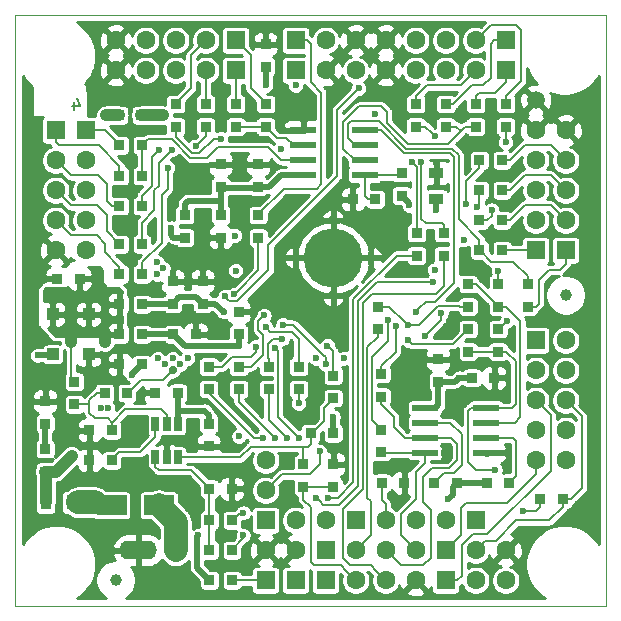
<source format=gbl>
%TF.GenerationSoftware,KiCad,Pcbnew,(5.1.0)-1*%
%TF.CreationDate,2019-04-02T22:12:56+01:00*%
%TF.ProjectId,uDSP-1.1,75445350-2d31-42e3-912e-6b696361645f,1.1*%
%TF.SameCoordinates,PX660b0c0PY81b3200*%
%TF.FileFunction,Copper,L4,Bot*%
%TF.FilePolarity,Positive*%
%FSLAX46Y46*%
G04 Gerber Fmt 4.6, Leading zero omitted, Abs format (unit mm)*
G04 Created by KiCad (PCBNEW (5.1.0)-1) date 2019-04-02 22:12:56*
%MOMM*%
%LPD*%
G04 APERTURE LIST*
%ADD10C,0.100000*%
%ADD11C,0.200000*%
%ADD12R,0.900000X0.900000*%
%ADD13R,0.650000X1.200000*%
%ADD14C,1.600000*%
%ADD15R,1.600000X1.600000*%
%ADD16R,2.200000X0.600000*%
%ADD17C,0.800000*%
%ADD18C,5.000000*%
%ADD19R,1.300000X0.900000*%
%ADD20C,1.500000*%
%ADD21R,0.900000X1.300000*%
%ADD22R,1.000000X1.000000*%
%ADD23O,3.200000X1.600000*%
%ADD24R,2.500000X1.700000*%
%ADD25C,1.000000*%
%ADD26C,0.600000*%
%ADD27C,0.700000*%
%ADD28C,1.000000*%
%ADD29C,0.500000*%
%ADD30C,0.550000*%
%ADD31C,2.000000*%
%ADD32C,0.254000*%
G04 APERTURE END LIST*
D10*
X0Y50000000D02*
X0Y0D01*
X50000000Y50000000D02*
X0Y50000000D01*
X50000000Y0D02*
X50000000Y50000000D01*
X0Y0D02*
X50000000Y0D01*
D11*
X4959523Y42614286D02*
X4959523Y41947620D01*
X5197619Y42995239D02*
X5435714Y42280953D01*
X4816666Y42280953D01*
D12*
X5000000Y18950000D03*
X5000000Y17050000D03*
X18330000Y9887000D03*
X16430000Y9887000D03*
X7550000Y18000000D03*
X9450000Y18000000D03*
X6270000Y14840000D03*
X8170000Y14840000D03*
X8810000Y25508000D03*
X10710000Y25508000D03*
X14332000Y33062000D03*
X14332000Y31162000D03*
X8810000Y22968000D03*
X10710000Y22968000D03*
X10646500Y41510000D03*
X8746500Y41510000D03*
X18904000Y24868000D03*
X18904000Y22968000D03*
X16364000Y15409000D03*
X16364000Y13509000D03*
X17380000Y37380000D03*
X17380000Y35480000D03*
X15856000Y25574000D03*
X15856000Y27474000D03*
X40555000Y19285000D03*
X38655000Y19285000D03*
X5450000Y27667000D03*
X3550000Y27667000D03*
X8810000Y20428000D03*
X10710000Y20428000D03*
X21190000Y45640000D03*
X21190000Y47540000D03*
D13*
X13758000Y15351000D03*
X11858000Y15351000D03*
X11858000Y12551000D03*
X12808000Y12551000D03*
X13758000Y12551000D03*
X12808000Y15351000D03*
D12*
X30475000Y34400000D03*
X28575000Y34400000D03*
D14*
X33890000Y4680000D03*
X31350000Y4680000D03*
D15*
X26270000Y4680000D03*
D14*
X28810000Y4680000D03*
D16*
X34659000Y16745000D03*
X34659000Y15475000D03*
X34659000Y14205000D03*
X34659000Y12935000D03*
X39859000Y12935000D03*
X39859000Y14205000D03*
X39859000Y15475000D03*
X39859000Y16745000D03*
D12*
X16364000Y18335000D03*
X16364000Y20235000D03*
X21444000Y20235000D03*
X21444000Y18335000D03*
X18904000Y18335000D03*
X18904000Y20235000D03*
X23984000Y20235000D03*
X23984000Y18335000D03*
X13382000Y22968000D03*
X15282000Y22968000D03*
D14*
X46590000Y12300000D03*
X44050000Y12300000D03*
X46590000Y14840000D03*
X44050000Y14840000D03*
X46590000Y17380000D03*
X44050000Y17380000D03*
X46590000Y19920000D03*
X44050000Y19920000D03*
X46590000Y22460000D03*
D15*
X44050000Y22460000D03*
D12*
X18330000Y7220000D03*
X16430000Y7220000D03*
X41510000Y42460000D03*
X41510000Y40560000D03*
X2521000Y17314000D03*
X2521000Y15414000D03*
X2521000Y11350000D03*
X2521000Y13250000D03*
D17*
X30086981Y29438019D03*
X26905000Y26256038D03*
X23723019Y29438019D03*
X26905000Y32620000D03*
D18*
X26905000Y29438019D03*
D12*
X17380000Y33062000D03*
X17380000Y31162000D03*
X13316000Y25574000D03*
X13316000Y27474000D03*
X20555000Y33062000D03*
X20555000Y31162000D03*
D14*
X41510000Y4680000D03*
D15*
X36430000Y4680000D03*
D14*
X38970000Y4680000D03*
D12*
X36430000Y40560000D03*
X36430000Y42460000D03*
X20555000Y35480000D03*
X20555000Y37380000D03*
X32700000Y34720000D03*
X32700000Y36620000D03*
X21190000Y42460000D03*
X21190000Y40560000D03*
X43415000Y25320000D03*
X43415000Y27220000D03*
X10710000Y36368500D03*
X8810000Y36368500D03*
X41190000Y30080000D03*
X39290000Y30080000D03*
X38970000Y40560000D03*
X38970000Y42460000D03*
X18650000Y42460000D03*
X18650000Y40560000D03*
X10710000Y38972000D03*
X8810000Y38972000D03*
D14*
X46590000Y32620000D03*
D15*
X46590000Y30080000D03*
D14*
X46590000Y35160000D03*
X46590000Y37700000D03*
X46590000Y40240000D03*
D12*
X30715000Y25315000D03*
X30715000Y23415000D03*
X8810000Y33828500D03*
X10710000Y33828500D03*
X41190000Y32620000D03*
X39290000Y32620000D03*
X41190000Y35160000D03*
X39290000Y35160000D03*
X33890000Y42460000D03*
X33890000Y40560000D03*
X41190000Y37700000D03*
X39290000Y37700000D03*
X8810000Y30588000D03*
X10710000Y30588000D03*
X13570000Y40560000D03*
X13570000Y42460000D03*
X16110000Y40560000D03*
X16110000Y42460000D03*
X8810000Y28048000D03*
X10710000Y28048000D03*
X18330000Y2140000D03*
X16430000Y2140000D03*
X11858000Y18015000D03*
X13758000Y18015000D03*
X6270000Y12300000D03*
X8170000Y12300000D03*
X46350000Y9000000D03*
X44450000Y9000000D03*
X24365000Y10080000D03*
X24365000Y11980000D03*
X26905000Y19473000D03*
X26905000Y17573000D03*
X18330000Y4680000D03*
X16430000Y4680000D03*
X25005000Y14586000D03*
X26905000Y14586000D03*
X26905000Y11980000D03*
X26905000Y10080000D03*
X35795000Y20870000D03*
X35795000Y18970000D03*
X33970000Y31540000D03*
X33970000Y29640000D03*
X36256000Y29640000D03*
X36256000Y31540000D03*
X30969000Y13001000D03*
X30969000Y14901000D03*
X30969000Y17700000D03*
X30969000Y19600000D03*
X38335000Y21510000D03*
X38335000Y23410000D03*
X37380000Y10395000D03*
X35480000Y10395000D03*
X38335000Y27220000D03*
X38335000Y25320000D03*
X40875000Y23410000D03*
X40875000Y21510000D03*
X40875000Y27220000D03*
X40875000Y25320000D03*
X39925000Y10395000D03*
X41825000Y10395000D03*
X32935000Y10395000D03*
X31035000Y10395000D03*
D19*
X35621000Y36643000D03*
X35621000Y34443000D03*
D14*
X21190000Y9760000D03*
D15*
X21190000Y7220000D03*
D14*
X21190000Y12300000D03*
X38970000Y2140000D03*
D15*
X36430000Y2140000D03*
D14*
X41510000Y2140000D03*
X26270000Y7220000D03*
D15*
X28810000Y7220000D03*
D14*
X23730000Y7220000D03*
X28810000Y2140000D03*
D15*
X26270000Y2140000D03*
D14*
X31350000Y2140000D03*
X33890000Y2140000D03*
X16110000Y47860000D03*
D15*
X18650000Y47860000D03*
D14*
X13570000Y47860000D03*
X11030000Y47860000D03*
X8490000Y47860000D03*
X16110000Y45320000D03*
D15*
X18650000Y45320000D03*
D14*
X13570000Y45320000D03*
X11030000Y45320000D03*
X8490000Y45320000D03*
X3410000Y37700000D03*
D15*
X3410000Y40240000D03*
D14*
X3410000Y35160000D03*
X3410000Y32620000D03*
X3410000Y30080000D03*
X5950000Y37700000D03*
D15*
X5950000Y40240000D03*
D14*
X5950000Y35160000D03*
X5950000Y32620000D03*
X5950000Y30080000D03*
X38970000Y45320000D03*
D15*
X41510000Y45320000D03*
D14*
X36430000Y45320000D03*
X33890000Y45320000D03*
X31350000Y45320000D03*
X38970000Y47860000D03*
D15*
X41510000Y47860000D03*
D14*
X36430000Y47860000D03*
X33890000Y47860000D03*
X31350000Y47860000D03*
X44050000Y32620000D03*
D15*
X44050000Y30080000D03*
D14*
X44050000Y35160000D03*
X44050000Y37700000D03*
X44050000Y40240000D03*
X26270000Y45320000D03*
D15*
X23730000Y45320000D03*
D14*
X28810000Y45320000D03*
X26270000Y47860000D03*
D15*
X23730000Y47860000D03*
D14*
X28810000Y47860000D03*
X36430000Y7220000D03*
D15*
X38970000Y7220000D03*
D14*
X33890000Y7220000D03*
X31350000Y7220000D03*
D15*
X21190000Y2140000D03*
D14*
X21190000Y4680000D03*
D15*
X23730000Y2140000D03*
D14*
X23730000Y4680000D03*
D16*
X24365000Y36430000D03*
X24365000Y37700000D03*
X24365000Y38970000D03*
X24365000Y40240000D03*
X29565000Y40240000D03*
X29565000Y38970000D03*
X29565000Y37700000D03*
X29565000Y36430000D03*
D20*
X44050000Y42780000D03*
D21*
X2564000Y8744000D03*
X4764000Y8744000D03*
D22*
X3156000Y21268000D03*
X3156000Y24668000D03*
X6204000Y24668000D03*
X6204000Y21268000D03*
D23*
X10395000Y4680000D03*
D14*
X13570000Y4680000D03*
D24*
X8141000Y8490000D03*
X12141000Y8490000D03*
D25*
X46590000Y26270000D03*
X8490000Y2140000D03*
D26*
X31350000Y43605500D03*
X41662400Y19259600D03*
X34702800Y19310400D03*
X31350000Y11665000D03*
X35621000Y37575000D03*
X23175000Y11793964D03*
X1585000Y18525000D03*
X35113000Y29574000D03*
X27366000Y22081000D03*
X26604000Y38337000D03*
X8570000Y10587500D03*
X3490000Y7031500D03*
X1077000Y8873000D03*
X1077000Y7031500D03*
X5839500Y10460500D03*
X1013500Y13826000D03*
X7617500Y4682000D03*
X10411500Y6587000D03*
X11919000Y2775000D03*
X39351000Y24111000D03*
X38208000Y29826000D03*
X41129000Y31350000D03*
X20047000Y47733000D03*
X22333000Y47733000D03*
X49130000Y42780000D03*
X49130000Y37700000D03*
X49130000Y32620000D03*
X49130000Y26270000D03*
X49130000Y21190000D03*
X49130000Y16110000D03*
X49130000Y11030000D03*
X49130000Y5950000D03*
X5950000Y870000D03*
X14840000Y870000D03*
X27540000Y870000D03*
X37700000Y870000D03*
X44050000Y870000D03*
X22460000Y870000D03*
X870000Y44050000D03*
X5950000Y49130000D03*
X870000Y37700000D03*
X870000Y22206000D03*
X16872000Y23984000D03*
X16849662Y22990338D03*
X14967000Y13697000D03*
X14967000Y14459000D03*
X20301000Y25762000D03*
X27921000Y18523000D03*
X27921000Y15983000D03*
X25381000Y16364000D03*
X9887000Y13887500D03*
X11665000Y10649000D03*
X14014500Y10712500D03*
X3918000Y16046500D03*
X1568500Y16237000D03*
X6267500Y13570000D03*
X17316500Y19348500D03*
X10776000Y18078500D03*
X9252000Y21825000D03*
X2013000Y27540000D03*
X2013000Y28429000D03*
X41637000Y12935000D03*
X41637000Y11538000D03*
X32493000Y8744000D03*
X17062500Y27476500D03*
X18701978Y38069478D03*
X19365000Y29447000D03*
X14602500Y27478500D03*
X13205500Y32939500D03*
X9014500Y31923500D03*
X11681500Y31923500D03*
X13269000Y29701000D03*
X26921500Y34971500D03*
X17396500Y29955000D03*
X36319500Y12937000D03*
X19555500Y2904000D03*
X19365000Y9889000D03*
X9014500Y18969500D03*
X22413000Y40559500D03*
X24699000Y41512000D03*
X20254000Y39607000D03*
X30350500Y43607500D03*
X7808000Y16747000D03*
X4760000Y12683010D03*
X7220000Y16745000D03*
X1886000Y21190000D03*
X2902000Y26397000D03*
X19285000Y7855000D03*
X40900400Y28352800D03*
X41662400Y24136400D03*
X37576032Y19285000D03*
X37954000Y30969000D03*
X22447338Y38633384D03*
X35621000Y33511000D03*
X33334991Y33892008D03*
X36637000Y9000000D03*
X18920500Y14334000D03*
X15475000Y5950000D03*
X4680000Y26397000D03*
X7347000Y26397000D03*
X5569000Y26397000D03*
X6458000Y26397000D03*
X3791000Y26397000D03*
X6966000Y27413000D03*
X6966000Y28302000D03*
X9887000Y19539000D03*
X15983000Y16491000D03*
X25461000Y20938000D03*
X26905000Y15983000D03*
X18650004Y28359190D03*
X7681000Y41512000D03*
X13205500Y31987000D03*
X4696500Y23097000D03*
X4696500Y22335000D03*
X7554000Y23097000D03*
X7554000Y22335000D03*
X7808000Y24049500D03*
X7808000Y25510000D03*
X8570000Y24240000D03*
X11999000Y29066000D03*
X14586000Y20936000D03*
X30461000Y41602010D03*
X18579951Y31333505D03*
X12507000Y28558000D03*
X11999000Y28050000D03*
X35493992Y28431000D03*
X12046000Y20936000D03*
X13316000Y20936000D03*
X12681000Y20428000D03*
X13951000Y20428000D03*
D27*
X13316000Y19920000D03*
D26*
X27794004Y20936000D03*
X21053493Y24568630D03*
X21183013Y23589526D03*
X20351978Y21930934D03*
X26270000Y20428000D03*
X22652799Y23787011D03*
X21952000Y21825000D03*
X23983996Y14205000D03*
X22586988Y22587000D03*
X29064000Y43796000D03*
X17742913Y26176382D03*
X33255000Y23730000D03*
X33890000Y24873000D03*
X18523973Y26349484D03*
X12189500Y38591000D03*
X13269000Y38591004D03*
X12888000Y37067000D03*
X15268742Y38905014D03*
X17380000Y39541500D03*
X40319996Y33511000D03*
X39049990Y33765000D03*
X38161000Y34019000D03*
X41510000Y39224000D03*
X35541000Y39732000D03*
X19285000Y5950000D03*
X42987000Y7984000D03*
X21190000Y44050000D03*
X23730000Y44049980D03*
X12490500Y41510000D03*
X25762000Y13062000D03*
X23984000Y17126000D03*
X22968000Y14205000D03*
X20936000Y14205000D03*
X21952000Y14205000D03*
X34374135Y37600396D03*
X33550987Y37575000D03*
X32188236Y23699976D03*
X31583029Y24223180D03*
X33255000Y22460000D03*
X26422400Y22002800D03*
X17634000Y24873010D03*
X18904000Y21952006D03*
X34718195Y22863349D03*
X36049000Y24746000D03*
X35367000Y27415000D03*
X25461000Y9127000D03*
X40600000Y11500000D03*
X26477000Y9127000D03*
D28*
X2564000Y11307000D02*
X2521000Y11350000D01*
X2564000Y8744000D02*
X2564000Y11307000D01*
X3426990Y11350000D02*
X4760000Y12683010D01*
X2521000Y11350000D02*
X3426990Y11350000D01*
D29*
X3078000Y21190000D02*
X3156000Y21268000D01*
X1886000Y21190000D02*
X3078000Y21190000D01*
X20405000Y35330000D02*
X20555000Y35480000D01*
X22460000Y36430000D02*
X21510000Y35480000D01*
X24365000Y36430000D02*
X22460000Y36430000D01*
X21510000Y35480000D02*
X20555000Y35480000D01*
X17380000Y35330000D02*
X20405000Y35330000D01*
X14591000Y34271000D02*
X17380000Y34271000D01*
X14332000Y33062000D02*
X14332000Y34012000D01*
X14332000Y34012000D02*
X14591000Y34271000D01*
X17380000Y33062000D02*
X17380000Y34271000D01*
X17380000Y34271000D02*
X17380000Y35480000D01*
D11*
X19920000Y46590000D02*
X18650000Y47860000D01*
X21190000Y42526000D02*
X19920000Y43796000D01*
X21190000Y42460000D02*
X21190000Y42526000D01*
X19920000Y43796000D02*
X19920000Y46590000D01*
X44065000Y25320000D02*
X44304000Y25559000D01*
X43415000Y25320000D02*
X44065000Y25320000D01*
X44304000Y25559000D02*
X44304000Y27540000D01*
X44304000Y27540000D02*
X45193000Y28429000D01*
X45193000Y28429000D02*
X46082000Y28429000D01*
X46590000Y28937000D02*
X46590000Y30080000D01*
X46082000Y28429000D02*
X46590000Y28937000D01*
X41840000Y30080000D02*
X44050000Y30080000D01*
X41190000Y30080000D02*
X41840000Y30080000D01*
X40240000Y47590000D02*
X40510000Y47860000D01*
X37080000Y42460000D02*
X38670000Y44050000D01*
X36430000Y42460000D02*
X37080000Y42460000D01*
X38670000Y44050000D02*
X39605000Y44050000D01*
X39605000Y44050000D02*
X40240000Y44685000D01*
X40510000Y47860000D02*
X41510000Y47860000D01*
X40240000Y44685000D02*
X40240000Y47590000D01*
X41510000Y44320000D02*
X40605000Y43415000D01*
X38970000Y43161000D02*
X38970000Y42460000D01*
X40605000Y43415000D02*
X39224000Y43415000D01*
X38970000Y43161000D02*
X39224000Y43415000D01*
X41510000Y45320000D02*
X41510000Y44320000D01*
X18650000Y42460000D02*
X18650000Y45320000D01*
X8810000Y37208000D02*
X8810000Y36368500D01*
X7048000Y38970000D02*
X8810000Y37208000D01*
X3680000Y38970000D02*
X7048000Y38970000D01*
X3410000Y40240000D02*
X3410000Y39240000D01*
X3410000Y39240000D02*
X3680000Y38970000D01*
X8810000Y39049500D02*
X8810000Y38972000D01*
X7619500Y40240000D02*
X8810000Y39049500D01*
X5950000Y40240000D02*
X7619500Y40240000D01*
X6890000Y31350000D02*
X4680000Y31350000D01*
X4680000Y31350000D02*
X3410000Y32620000D01*
X8810000Y28698000D02*
X7601000Y29907000D01*
X8810000Y28048000D02*
X8810000Y28698000D01*
X7601000Y30639000D02*
X6890000Y31350000D01*
X7601000Y29907000D02*
X7601000Y30639000D01*
X14840000Y46590000D02*
X16110000Y47860000D01*
X13570000Y42526000D02*
X14840000Y43796000D01*
X13570000Y42460000D02*
X13570000Y42526000D01*
X14840000Y43796000D02*
X14840000Y46590000D01*
X4680000Y36430000D02*
X3410000Y37700000D01*
X6966000Y36430000D02*
X4680000Y36430000D01*
X7728000Y35668000D02*
X6966000Y36430000D01*
X7728000Y34260500D02*
X7728000Y35668000D01*
X8160000Y33828500D02*
X7728000Y34260500D01*
X8810000Y33828500D02*
X8160000Y33828500D01*
X16110000Y42460000D02*
X16110000Y45320000D01*
X41840000Y32620000D02*
X43110000Y33890000D01*
X41190000Y32620000D02*
X41840000Y32620000D01*
X45320000Y33890000D02*
X46590000Y32620000D01*
X43110000Y33890000D02*
X45320000Y33890000D01*
X19031000Y7855000D02*
X19285000Y7855000D01*
X18330000Y7220000D02*
X18396000Y7220000D01*
X18396000Y7220000D02*
X19031000Y7855000D01*
X40875000Y28327400D02*
X40900400Y28352800D01*
X40875000Y27220000D02*
X40875000Y28327400D01*
X40936000Y23410000D02*
X41662400Y24136400D01*
X40875000Y23410000D02*
X40936000Y23410000D01*
D29*
X37276033Y18985001D02*
X37576032Y19285000D01*
X37261032Y18970000D02*
X37276033Y18985001D01*
X35795000Y18970000D02*
X37261032Y18970000D01*
X38505000Y19285000D02*
X37576032Y19285000D01*
X33334991Y33892008D02*
X33334991Y34085009D01*
X33334991Y34085009D02*
X32700000Y34720000D01*
D11*
X32700000Y34720000D02*
X32761000Y34720000D01*
D29*
X35621000Y34443000D02*
X35621000Y33511000D01*
X37380000Y10395000D02*
X39925000Y10395000D01*
X37018000Y9381000D02*
X36637000Y9000000D01*
X37380000Y10395000D02*
X37018000Y10033000D01*
X37018000Y10033000D02*
X37018000Y9381000D01*
X9887000Y19605000D02*
X10710000Y20428000D01*
X9887000Y19539000D02*
X9887000Y19605000D01*
X16306000Y15351000D02*
X16364000Y15409000D01*
X16364000Y15409000D02*
X16364000Y16110000D01*
X16364000Y16110000D02*
X15983000Y16491000D01*
X15983000Y16491000D02*
X13824000Y16491000D01*
X13758000Y16557000D02*
X13758000Y18015000D01*
X13824000Y16491000D02*
X13758000Y16557000D01*
X13798000Y16491000D02*
X13824000Y16491000D01*
X13758000Y15351000D02*
X13758000Y16451000D01*
X13758000Y16451000D02*
X13798000Y16491000D01*
X15348000Y5823000D02*
X15475000Y5950000D01*
X16430000Y2140000D02*
X15348000Y3222000D01*
X15348000Y3222000D02*
X15348000Y5823000D01*
X26905000Y14586000D02*
X26905000Y15983000D01*
D11*
X31035000Y8932000D02*
X31350000Y8617000D01*
X31035000Y10395000D02*
X31035000Y8932000D01*
X31350000Y7220000D02*
X31350000Y8617000D01*
D30*
X35541000Y16745000D02*
X34659000Y16745000D01*
X35795000Y18970000D02*
X35795000Y16999000D01*
X35795000Y16999000D02*
X35541000Y16745000D01*
D28*
X8746500Y41510000D02*
X7683000Y41510000D01*
X7683000Y41510000D02*
X7681000Y41512000D01*
D29*
X13205500Y31338500D02*
X13205500Y31562736D01*
X13205500Y31562736D02*
X13205500Y31987000D01*
X13382000Y31162000D02*
X13205500Y31338500D01*
X14332000Y31162000D02*
X13382000Y31162000D01*
D28*
X4696500Y23097000D02*
X4696500Y22335000D01*
X7554000Y23097000D02*
X7554000Y22335000D01*
D11*
X4696500Y19253500D02*
X5000000Y18950000D01*
X4696500Y22335000D02*
X4696500Y19253500D01*
X46590000Y17380000D02*
X47950000Y16020000D01*
X47950000Y16020000D02*
X47950000Y11286000D01*
X46350000Y9000000D02*
X47000000Y9000000D01*
X47000000Y9000000D02*
X47950000Y9950000D01*
X47950000Y9950000D02*
X47950000Y11286000D01*
X39769999Y5479999D02*
X40681997Y5479999D01*
X42421998Y7220000D02*
X43876000Y7220000D01*
X46350000Y9000000D02*
X46350000Y8350000D01*
X46350000Y8350000D02*
X45220000Y7220000D01*
X45220000Y7220000D02*
X43876000Y7220000D01*
X40681997Y5479999D02*
X42421998Y7220000D01*
X38970000Y4680000D02*
X39769999Y5479999D01*
X9450000Y18000000D02*
X9500000Y18000000D01*
X9500000Y18000000D02*
X10600000Y19100000D01*
X12496000Y19100000D02*
X13316000Y19920000D01*
X10600000Y19100000D02*
X12496000Y19100000D01*
X20951988Y21244310D02*
X19942678Y20235000D01*
X19554000Y20235000D02*
X18904000Y20235000D01*
X20951988Y22952012D02*
X20951988Y21244310D01*
X19942678Y20235000D02*
X19554000Y20235000D01*
X20571500Y23332500D02*
X20951988Y22952012D01*
X20571500Y24086637D02*
X20571500Y23332500D01*
X21053493Y24568630D02*
X20571500Y24086637D01*
X21585538Y23187001D02*
X23396699Y23187001D01*
X23984000Y20885000D02*
X23984000Y20235000D01*
X21183013Y23589526D02*
X21585538Y23187001D01*
X23984000Y22599700D02*
X23984000Y20885000D01*
X23396699Y23187001D02*
X23984000Y22599700D01*
X17504500Y20235000D02*
X18332500Y21063000D01*
X16364000Y20235000D02*
X17504500Y20235000D01*
X18332500Y21063000D02*
X19908308Y21063000D01*
X19908308Y21063000D02*
X20351978Y21506670D01*
X20351978Y21506670D02*
X20351978Y21930934D01*
X23077063Y23787011D02*
X22652799Y23787011D01*
X26270000Y21017002D02*
X26270000Y20428000D01*
X26061001Y21226001D02*
X26270000Y21017002D01*
X23499991Y23787011D02*
X23077063Y23787011D01*
X26061001Y21226001D02*
X23499991Y23787011D01*
X21952000Y21825000D02*
X22251999Y21525001D01*
X22251999Y21525001D02*
X22251999Y15936997D01*
X23683997Y14504999D02*
X23983996Y14205000D01*
X22251999Y15936997D02*
X23683997Y14504999D01*
X21351999Y22113001D02*
X21825998Y22587000D01*
X21444000Y20235000D02*
X21444000Y20885000D01*
X21351999Y20977001D02*
X21351999Y22113001D01*
X21825998Y22587000D02*
X22162724Y22587000D01*
X22162724Y22587000D02*
X22586988Y22587000D01*
X21444000Y20885000D02*
X21351999Y20977001D01*
X18169818Y25749477D02*
X18042912Y25876383D01*
X21424989Y28374405D02*
X18800061Y25749477D01*
X21424989Y30568989D02*
X21424989Y28374405D01*
X18042912Y25876383D02*
X17742913Y26176382D01*
X27240001Y36384001D02*
X21424989Y30568989D01*
X27240001Y41972001D02*
X27240001Y36384001D01*
X18800061Y25749477D02*
X18169818Y25749477D01*
X29064000Y43796000D02*
X27240001Y41972001D01*
X37430000Y2140000D02*
X37827000Y2537000D01*
X36430000Y2140000D02*
X37430000Y2140000D01*
X37827000Y5165002D02*
X38738998Y6077000D01*
X37827000Y2537000D02*
X37827000Y5165002D01*
X39967002Y6077000D02*
X45320000Y11429998D01*
X38738998Y6077000D02*
X39967002Y6077000D01*
X45320000Y16110000D02*
X44050000Y17380000D01*
X45320000Y11429998D02*
X45320000Y16110000D01*
X41581369Y8699999D02*
X44050000Y11168630D01*
X44050000Y11168630D02*
X44050000Y12300000D01*
X38163999Y8699999D02*
X41581369Y8699999D01*
X37700000Y8236000D02*
X38163999Y8699999D01*
X36430000Y4680000D02*
X37700000Y5950000D01*
X37700000Y5950000D02*
X37700000Y8236000D01*
X32023022Y15151978D02*
X32970000Y14205000D01*
X32970000Y14205000D02*
X33770000Y14205000D01*
X34652000Y14205000D02*
X33770000Y14205000D01*
X32023022Y15995978D02*
X32023022Y15729000D01*
X30969000Y17050000D02*
X32023022Y15995978D01*
X30969000Y17700000D02*
X30969000Y17050000D01*
X32023022Y15729000D02*
X32023022Y15151978D01*
X32620000Y3410000D02*
X31350000Y4680000D01*
X35287000Y11642002D02*
X34535001Y10890003D01*
X36742002Y11642002D02*
X35287000Y11642002D01*
X37400000Y12300000D02*
X36742002Y11642002D01*
X37400000Y13698000D02*
X37400000Y12300000D01*
X34659000Y14205000D02*
X36893000Y14205000D01*
X35160000Y4045000D02*
X34525000Y3410000D01*
X36893000Y14205000D02*
X37400000Y13698000D01*
X34535001Y10890003D02*
X34535001Y8733999D01*
X34535001Y8733999D02*
X35160000Y8109000D01*
X35160000Y8109000D02*
X35160000Y4045000D01*
X34525000Y3410000D02*
X32620000Y3410000D01*
X31035000Y12935000D02*
X30969000Y13001000D01*
X34659000Y12935000D02*
X31035000Y12935000D01*
X32620000Y5950000D02*
X33890000Y4680000D01*
X34659000Y12053000D02*
X33890000Y11284000D01*
X34659000Y12935000D02*
X34659000Y12053000D01*
X33890000Y11284000D02*
X33890000Y8998000D01*
X33890000Y8998000D02*
X32620000Y7728000D01*
X32620000Y7728000D02*
X32620000Y5950000D01*
X28302000Y3410000D02*
X30080000Y3410000D01*
X35621000Y26399000D02*
X30160000Y26399000D01*
X29406978Y9848978D02*
X27705689Y8147689D01*
X36256000Y29640000D02*
X36256000Y27034000D01*
X29406978Y25645978D02*
X29406978Y9848978D01*
X30160000Y26399000D02*
X29406978Y25645978D01*
X27705689Y4006311D02*
X28302000Y3410000D01*
X30080000Y3410000D02*
X30550001Y2939999D01*
X36256000Y27034000D02*
X35621000Y26399000D01*
X27705689Y8147689D02*
X27705689Y4006311D01*
X30550001Y2939999D02*
X31350000Y2140000D01*
X32955001Y24029999D02*
X33255000Y23730000D01*
X30715000Y25315000D02*
X31670000Y25315000D01*
X31670000Y25315000D02*
X32955001Y24029999D01*
X37658999Y25346001D02*
X37685000Y25320000D01*
X34144998Y23730000D02*
X35760999Y25346001D01*
X33255000Y23730000D02*
X34144998Y23730000D01*
X35760999Y25346001D02*
X37658999Y25346001D01*
X37685000Y25320000D02*
X38335000Y25320000D01*
X30969000Y40240000D02*
X32912022Y38296978D01*
X32912022Y38296978D02*
X36804022Y38296978D01*
X36804022Y38296978D02*
X37145000Y37956000D01*
X37145000Y27296700D02*
X35568311Y25720011D01*
X34189999Y25172999D02*
X33890000Y24873000D01*
X35568311Y25720011D02*
X34737011Y25720011D01*
X37145000Y37956000D02*
X37145000Y27296700D01*
X29565000Y40240000D02*
X30969000Y40240000D01*
X34737011Y25720011D02*
X34189999Y25172999D01*
X18823972Y26649483D02*
X18523973Y26349484D01*
X20555000Y31162000D02*
X20555000Y28380511D01*
X20555000Y28380511D02*
X18823972Y26649483D01*
X10710000Y33828500D02*
X10710000Y34698500D01*
X11889501Y38291001D02*
X12189500Y38591000D01*
X11572001Y35560501D02*
X11572001Y37973501D01*
X10710000Y34698500D02*
X11572001Y35560501D01*
X11572001Y37973501D02*
X11889501Y38291001D01*
X12969001Y38291005D02*
X13269000Y38591004D01*
X11772989Y35189989D02*
X12145011Y35562011D01*
X12145011Y35562011D02*
X12145011Y37467015D01*
X10710000Y32412500D02*
X11772989Y33475489D01*
X11772989Y33475489D02*
X11772989Y35189989D01*
X12145011Y37467015D02*
X12969001Y38291005D01*
X10710000Y30588000D02*
X10710000Y32412500D01*
X10710000Y29061500D02*
X12380000Y30731500D01*
X10710000Y28048000D02*
X10710000Y29061500D01*
X12380000Y30731500D02*
X12380000Y34766598D01*
X12380000Y34766598D02*
X12888000Y35274598D01*
X12888000Y35274598D02*
X12888000Y36642736D01*
X12888000Y36642736D02*
X12888000Y37067000D01*
X15568741Y39205013D02*
X15268742Y38905014D01*
X16110000Y39746272D02*
X15568741Y39205013D01*
X16110000Y40560000D02*
X16110000Y39746272D01*
X13570000Y39715752D02*
X14980740Y38305012D01*
X13570000Y40560000D02*
X13570000Y39715752D01*
X14980740Y38305012D02*
X15556744Y38305012D01*
X15556744Y38305012D02*
X16793232Y39541500D01*
X16793232Y39541500D02*
X16955736Y39541500D01*
X16955736Y39541500D02*
X17380000Y39541500D01*
X40319996Y32999996D02*
X40319996Y33086736D01*
X39940000Y32620000D02*
X40319996Y32999996D01*
X40319996Y33086736D02*
X40319996Y33511000D01*
X39290000Y32620000D02*
X39940000Y32620000D01*
X39290000Y35160000D02*
X39290000Y34005010D01*
X39290000Y34005010D02*
X39049990Y33765000D01*
X38161000Y35921000D02*
X38161000Y34443264D01*
X38161000Y34443264D02*
X38161000Y34019000D01*
X39290000Y37050000D02*
X38161000Y35921000D01*
X39290000Y37700000D02*
X39290000Y37050000D01*
X41510000Y39224000D02*
X41510000Y40560000D01*
X34713000Y40560000D02*
X35241001Y40031999D01*
X35241001Y40031999D02*
X35541000Y39732000D01*
X33890000Y40560000D02*
X34713000Y40560000D01*
X24365000Y10080000D02*
X26905000Y10080000D01*
X27540000Y3410000D02*
X28010001Y2939999D01*
X28010001Y2939999D02*
X28810000Y2140000D01*
X24365000Y8953996D02*
X25000000Y8318996D01*
X24365000Y10080000D02*
X24365000Y8953996D01*
X25000000Y3664000D02*
X25254000Y3410000D01*
X25254000Y3410000D02*
X27540000Y3410000D01*
X25000000Y8318996D02*
X25000000Y3664000D01*
X6270000Y16298000D02*
X6712000Y15856000D01*
X8170000Y15490000D02*
X8170000Y14840000D01*
X6712000Y15856000D02*
X7804000Y15856000D01*
X7804000Y15856000D02*
X8170000Y15490000D01*
X12808000Y16151000D02*
X12808000Y15351000D01*
X12341000Y16618000D02*
X12808000Y16151000D01*
X9298000Y16618000D02*
X12341000Y16618000D01*
X8170000Y15490000D02*
X9298000Y16618000D01*
X7550000Y18000000D02*
X6900000Y18000000D01*
X6900000Y18000000D02*
X6270000Y17370000D01*
X6220000Y17050000D02*
X6270000Y17000000D01*
X5000000Y17050000D02*
X6220000Y17050000D01*
X6270000Y17370000D02*
X6270000Y17000000D01*
X6270000Y17000000D02*
X6270000Y16298000D01*
X41840000Y37700000D02*
X43110000Y38970000D01*
X43110000Y38970000D02*
X45320000Y38970000D01*
X45320000Y38970000D02*
X46590000Y37700000D01*
X41190000Y37700000D02*
X41840000Y37700000D01*
X19285000Y5696000D02*
X19285000Y5950000D01*
X18330000Y4680000D02*
X18330000Y4741000D01*
X18330000Y4741000D02*
X19285000Y5696000D01*
X43411264Y7984000D02*
X42987000Y7984000D01*
X44084000Y7984000D02*
X43411264Y7984000D01*
X44450000Y8350000D02*
X44084000Y7984000D01*
X44450000Y9000000D02*
X44450000Y8350000D01*
X42399000Y10969000D02*
X41825000Y10395000D01*
X42399000Y13951000D02*
X42399000Y10969000D01*
X39859000Y14205000D02*
X42145000Y14205000D01*
X42145000Y14205000D02*
X42399000Y13951000D01*
D29*
X21190000Y45490000D02*
X21190000Y44050000D01*
D28*
X11218000Y41510000D02*
X12490500Y41510000D01*
X10646500Y41510000D02*
X11218000Y41510000D01*
D11*
X25762000Y11957726D02*
X25762000Y12637736D01*
X22540000Y11110000D02*
X24914274Y11110000D01*
X21190000Y9760000D02*
X22540000Y11110000D01*
X24914274Y11110000D02*
X25762000Y11957726D01*
X25762000Y12637736D02*
X25762000Y13062000D01*
X23984000Y18335000D02*
X23984000Y17126000D01*
X24730000Y47860000D02*
X23730000Y47860000D01*
X25000000Y47590000D02*
X24730000Y47860000D01*
X25000000Y44304000D02*
X25000000Y47590000D01*
X20555000Y33128000D02*
X22714000Y35287000D01*
X22714000Y35287000D02*
X25508000Y35287000D01*
X25508000Y35287000D02*
X25889000Y35668000D01*
X20555000Y33062000D02*
X20555000Y33128000D01*
X25889000Y35668000D02*
X25889000Y43415000D01*
X25889000Y43415000D02*
X25000000Y44304000D01*
X41840000Y35160000D02*
X43110000Y36430000D01*
X43110000Y36430000D02*
X45320000Y36430000D01*
X45320000Y36430000D02*
X46590000Y35160000D01*
X41190000Y35160000D02*
X41840000Y35160000D01*
X21444000Y15729000D02*
X22668001Y14504999D01*
X22668001Y14504999D02*
X22968000Y14205000D01*
X21444000Y18335000D02*
X21444000Y15729000D01*
X34830000Y44050000D02*
X37700000Y44050000D01*
X37700000Y44050000D02*
X38970000Y45320000D01*
X33890000Y43110000D02*
X34830000Y44050000D01*
X33890000Y42460000D02*
X33890000Y43110000D01*
X4680000Y33890000D02*
X3410000Y35160000D01*
X8810000Y30604000D02*
X7728000Y31686000D01*
X8810000Y30588000D02*
X8810000Y30604000D01*
X7728000Y31686000D02*
X7728000Y33052000D01*
X7728000Y33052000D02*
X6890000Y33890000D01*
X6890000Y33890000D02*
X4680000Y33890000D01*
X40240000Y49130000D02*
X38970000Y47860000D01*
X41510000Y43110000D02*
X42780000Y44380000D01*
X41510000Y42460000D02*
X41510000Y43110000D01*
X42780000Y44380000D02*
X42780000Y48730002D01*
X42780000Y48730002D02*
X42380002Y49130000D01*
X42380002Y49130000D02*
X40240000Y49130000D01*
X20174000Y14205000D02*
X20511736Y14205000D01*
X16364000Y18335000D02*
X16364000Y18015000D01*
X16364000Y18015000D02*
X20174000Y14205000D01*
X20511736Y14205000D02*
X20936000Y14205000D01*
X21652001Y14504999D02*
X21952000Y14205000D01*
X18904000Y17253000D02*
X21652001Y14504999D01*
X18904000Y18335000D02*
X18904000Y17253000D01*
X36256000Y32190000D02*
X36256000Y31540000D01*
X36078000Y32368000D02*
X36256000Y32190000D01*
X34732000Y32368000D02*
X36078000Y32368000D01*
X34374135Y32725865D02*
X34732000Y32368000D01*
X34374135Y37600396D02*
X34374135Y32725865D01*
X16430000Y9887000D02*
X16430000Y7220000D01*
X16430000Y7220000D02*
X16430000Y4680000D01*
X16430000Y9948000D02*
X16430000Y9887000D01*
X14903500Y11474500D02*
X16430000Y9948000D01*
X12134500Y11474500D02*
X14903500Y11474500D01*
X11858000Y12551000D02*
X11858000Y11751000D01*
X11858000Y11751000D02*
X12134500Y11474500D01*
X13758000Y12551000D02*
X19028000Y12551000D01*
X19028000Y12551000D02*
X19920000Y13443000D01*
X24365000Y12630000D02*
X24365000Y13443000D01*
X24365000Y11980000D02*
X24365000Y12630000D01*
X19920000Y13443000D02*
X24365000Y13443000D01*
X24746000Y13443000D02*
X24365000Y13443000D01*
X25005000Y14586000D02*
X25005000Y13702000D01*
X25005000Y13702000D02*
X24746000Y13443000D01*
X25127000Y14586000D02*
X25005000Y14586000D01*
X26143000Y15602000D02*
X25127000Y14586000D01*
X26143000Y16745000D02*
X26143000Y15602000D01*
X26905000Y17573000D02*
X26905000Y17507000D01*
X26905000Y17507000D02*
X26143000Y16745000D01*
D28*
X7887000Y8744000D02*
X8141000Y8490000D01*
D31*
X5315000Y8744000D02*
X6712000Y8744000D01*
D28*
X6712000Y8744000D02*
X7887000Y8744000D01*
X4764000Y8744000D02*
X5315000Y8744000D01*
D29*
X2521000Y15414000D02*
X2521000Y13250000D01*
D11*
X33970000Y33015000D02*
X33970000Y37155987D01*
X33970000Y37155987D02*
X33550987Y37575000D01*
X33970000Y33015000D02*
X33970000Y31540000D01*
X32188236Y23275712D02*
X32188236Y23699976D01*
X32188236Y22586764D02*
X32188236Y23275712D01*
X32188236Y21469236D02*
X32188236Y22586764D01*
X30969000Y19600000D02*
X30969000Y20250000D01*
X30969000Y20250000D02*
X32188236Y21469236D01*
X40875000Y25330000D02*
X40875000Y25320000D01*
X38985000Y27220000D02*
X40875000Y25330000D01*
X38335000Y27220000D02*
X38985000Y27220000D01*
X41525000Y25320000D02*
X40875000Y25320000D01*
X42752011Y24092989D02*
X41525000Y25320000D01*
X42752011Y15955011D02*
X42752011Y24092989D01*
X39859000Y15475000D02*
X42272000Y15475000D01*
X42272000Y15475000D02*
X42752011Y15955011D01*
X36829500Y15475000D02*
X34659000Y15475000D01*
X37800000Y14504500D02*
X36829500Y15475000D01*
X37800000Y11900000D02*
X37800000Y14504500D01*
X37100000Y11200000D02*
X37800000Y11900000D01*
X35480000Y10395000D02*
X36285000Y11200000D01*
X36285000Y11200000D02*
X37100000Y11200000D01*
X8170000Y12300000D02*
X8170000Y12361000D01*
X8807500Y12998500D02*
X10585500Y12998500D01*
X8170000Y12361000D02*
X8807500Y12998500D01*
X11858000Y14271000D02*
X11858000Y15351000D01*
X10585500Y12998500D02*
X11858000Y14271000D01*
X31583029Y23798916D02*
X31583029Y24223180D01*
X31583029Y22388029D02*
X31583029Y23798916D01*
X30207000Y21012000D02*
X31583029Y22388029D01*
X30207000Y15729000D02*
X30207000Y21012000D01*
X30969000Y14901000D02*
X30969000Y14967000D01*
X30969000Y14967000D02*
X30207000Y15729000D01*
X33255000Y22460000D02*
X33554999Y22160001D01*
X37085001Y22160001D02*
X38335000Y23410000D01*
X33554999Y22160001D02*
X37085001Y22160001D01*
D31*
X13570000Y7061000D02*
X12141000Y8490000D01*
X13570000Y4680000D02*
X13570000Y7061000D01*
D11*
X10710000Y38322000D02*
X10710000Y36368500D01*
X10710000Y38972000D02*
X10710000Y38322000D01*
X11216000Y39478000D02*
X10710000Y38972000D01*
X22492720Y37700000D02*
X21353675Y38839045D01*
X13242052Y39478000D02*
X11216000Y39478000D01*
X24365000Y37700000D02*
X22492720Y37700000D01*
X21353675Y38839045D02*
X17150448Y38839045D01*
X17150448Y38839045D02*
X16216404Y37905001D01*
X16216404Y37905001D02*
X14815051Y37905001D01*
X14815051Y37905001D02*
X13242052Y39478000D01*
X39325600Y30080000D02*
X39290000Y30080000D01*
X40290800Y29114800D02*
X39325600Y30080000D01*
X39290000Y30080000D02*
X39290000Y30989337D01*
X30772700Y41002000D02*
X28386998Y41002000D01*
X28164999Y39570001D02*
X28765000Y38970000D01*
X28765000Y38970000D02*
X29565000Y38970000D01*
X33077711Y38696989D02*
X30772700Y41002000D01*
X28164999Y40780001D02*
X28164999Y39570001D01*
X28386998Y41002000D02*
X28164999Y40780001D01*
X36969711Y38696989D02*
X33077711Y38696989D01*
X39290000Y30989337D02*
X37545011Y32734326D01*
X37545011Y38121689D02*
X36969711Y38696989D01*
X37545011Y32734326D02*
X37545011Y38121689D01*
X42170200Y29114800D02*
X41383000Y29114800D01*
X43415000Y27220000D02*
X43415000Y27870000D01*
X43415000Y27870000D02*
X42170200Y29114800D01*
X41510200Y29114800D02*
X41383000Y29114800D01*
X41383000Y29114800D02*
X40290800Y29114800D01*
X38081000Y40560000D02*
X38970000Y40560000D01*
X37700000Y40179000D02*
X38081000Y40560000D01*
X37700000Y40179000D02*
X37319000Y40560000D01*
X36430000Y40560000D02*
X37319000Y40560000D01*
X27766011Y39533287D02*
X27766011Y38698989D01*
X30969000Y42272000D02*
X29091298Y42272000D01*
X29091298Y42272000D02*
X27764988Y40945690D01*
X31477000Y40863400D02*
X31477000Y41764000D01*
X27764988Y40945690D02*
X27764988Y39534310D01*
X27764988Y39534310D02*
X27766011Y39533287D01*
X28765000Y37700000D02*
X29565000Y37700000D01*
X36618000Y39097000D02*
X33243400Y39097000D01*
X27766011Y38698989D02*
X28765000Y37700000D01*
X31477000Y41764000D02*
X30969000Y42272000D01*
X37700000Y40179000D02*
X36618000Y39097000D01*
X33243400Y39097000D02*
X31477000Y40863400D01*
X18650000Y40560000D02*
X21190000Y40560000D01*
X20540000Y40560000D02*
X21190000Y40560000D01*
X22145000Y39605000D02*
X21190000Y40560000D01*
X23565000Y38970000D02*
X22930000Y39605000D01*
X24365000Y38970000D02*
X23565000Y38970000D01*
X22930000Y39605000D02*
X22145000Y39605000D01*
X26727200Y21698000D02*
X26422400Y22002800D01*
X26905000Y21520200D02*
X26727200Y21698000D01*
X26905000Y19473000D02*
X26905000Y21520200D01*
X29609999Y5479999D02*
X28810000Y4680000D01*
X30715000Y22765000D02*
X29806989Y21856989D01*
X30715000Y23415000D02*
X30715000Y22765000D01*
X29806989Y9144011D02*
X30080000Y8871000D01*
X30080000Y8871000D02*
X30080000Y5950000D01*
X29806989Y21856989D02*
X29806989Y9144011D01*
X30080000Y5950000D02*
X29609999Y5479999D01*
X32510000Y36430000D02*
X32700000Y36620000D01*
X29565000Y36430000D02*
X32510000Y36430000D01*
X29825000Y34400000D02*
X30475000Y34400000D01*
X29565000Y34660000D02*
X29825000Y34400000D01*
X29565000Y36430000D02*
X29565000Y34660000D01*
D29*
X13250000Y25508000D02*
X13316000Y25574000D01*
X10710000Y25508000D02*
X13250000Y25508000D01*
X16933010Y25574000D02*
X17634000Y24873010D01*
X15856000Y25574000D02*
X16933010Y25574000D01*
X15287000Y26143000D02*
X15856000Y25574000D01*
X13316000Y25574000D02*
X13885000Y26143000D01*
X13885000Y26143000D02*
X15287000Y26143000D01*
X10710000Y22968000D02*
X13382000Y22968000D01*
X18904000Y22968000D02*
X18904000Y21952006D01*
X17126006Y21952006D02*
X18904000Y21952006D01*
X17126000Y21952000D02*
X17126006Y21952006D01*
X14332000Y21952000D02*
X17126000Y21952000D01*
X13824000Y22460000D02*
X14332000Y21952000D01*
X13382000Y22968000D02*
X13824000Y22526000D01*
X13824000Y22526000D02*
X13824000Y22460000D01*
D11*
X36049000Y24321736D02*
X36049000Y24746000D01*
X36049000Y24194154D02*
X36049000Y24321736D01*
X34718195Y22863349D02*
X36049000Y24194154D01*
X35367000Y27415000D02*
X30610300Y27415000D01*
X29006967Y10132967D02*
X27400999Y8526999D01*
X30610300Y27415000D02*
X29006967Y25811667D01*
X27400999Y8526999D02*
X26061001Y8526999D01*
X29006967Y25811667D02*
X29006967Y10132967D01*
X26061001Y8526999D02*
X25760999Y8827001D01*
X25760999Y8827001D02*
X25461000Y9127000D01*
X20190000Y2140000D02*
X21190000Y2140000D01*
X18330000Y2140000D02*
X20190000Y2140000D01*
X38335000Y21510000D02*
X40875000Y21510000D01*
X41525000Y21510000D02*
X40875000Y21510000D01*
X42352000Y20683000D02*
X41525000Y21510000D01*
X42352000Y17079000D02*
X42352000Y20683000D01*
X39859000Y16745000D02*
X42018000Y16745000D01*
X42018000Y16745000D02*
X42352000Y17079000D01*
X38559000Y16745000D02*
X39859000Y16745000D01*
X38300000Y16486000D02*
X38559000Y16745000D01*
X38300000Y12200000D02*
X38300000Y16486000D01*
X39000000Y11500000D02*
X38300000Y12200000D01*
X40600000Y11500000D02*
X39000000Y11500000D01*
X27282262Y9127000D02*
X28606956Y10451694D01*
X26477000Y9127000D02*
X27282262Y9127000D01*
X28606956Y10451694D02*
X28606956Y25977356D01*
X28606956Y25977356D02*
X32269600Y29640000D01*
X32269600Y29640000D02*
X33970000Y29640000D01*
D32*
G36*
X39382106Y49017395D02*
G01*
X39327903Y49039847D01*
X39090849Y49087000D01*
X38849151Y49087000D01*
X38612097Y49039847D01*
X38388798Y48947353D01*
X38187833Y48813073D01*
X38016927Y48642167D01*
X37882647Y48441202D01*
X37790153Y48217903D01*
X37743000Y47980849D01*
X37743000Y47739151D01*
X37790153Y47502097D01*
X37882647Y47278798D01*
X38016927Y47077833D01*
X38187833Y46906927D01*
X38388798Y46772647D01*
X38612097Y46680153D01*
X38849151Y46633000D01*
X39090849Y46633000D01*
X39327903Y46680153D01*
X39551202Y46772647D01*
X39713001Y46880757D01*
X39713001Y46299243D01*
X39551202Y46407353D01*
X39327903Y46499847D01*
X39090849Y46547000D01*
X38849151Y46547000D01*
X38612097Y46499847D01*
X38388798Y46407353D01*
X38187833Y46273073D01*
X38016927Y46102167D01*
X37882647Y45901202D01*
X37790153Y45677903D01*
X37743000Y45440849D01*
X37743000Y45199151D01*
X37790153Y44962097D01*
X37812605Y44907894D01*
X37481711Y44577000D01*
X37409243Y44577000D01*
X37517353Y44738798D01*
X37609847Y44962097D01*
X37657000Y45199151D01*
X37657000Y45440849D01*
X37609847Y45677903D01*
X37517353Y45901202D01*
X37383073Y46102167D01*
X37212167Y46273073D01*
X37011202Y46407353D01*
X36787903Y46499847D01*
X36550849Y46547000D01*
X36309151Y46547000D01*
X36072097Y46499847D01*
X35848798Y46407353D01*
X35647833Y46273073D01*
X35476927Y46102167D01*
X35342647Y45901202D01*
X35250153Y45677903D01*
X35203000Y45440849D01*
X35203000Y45199151D01*
X35250153Y44962097D01*
X35342647Y44738798D01*
X35450757Y44577000D01*
X34869243Y44577000D01*
X34977353Y44738798D01*
X35069847Y44962097D01*
X35117000Y45199151D01*
X35117000Y45440849D01*
X35069847Y45677903D01*
X34977353Y45901202D01*
X34843073Y46102167D01*
X34672167Y46273073D01*
X34471202Y46407353D01*
X34247903Y46499847D01*
X34010849Y46547000D01*
X33769151Y46547000D01*
X33532097Y46499847D01*
X33308798Y46407353D01*
X33107833Y46273073D01*
X32936927Y46102167D01*
X32802647Y45901202D01*
X32729395Y45724356D01*
X32653603Y45936292D01*
X32586671Y46061514D01*
X32342702Y46133097D01*
X31529605Y45320000D01*
X32342702Y44506903D01*
X32586671Y44578486D01*
X32707571Y44833996D01*
X32728549Y44917686D01*
X32802647Y44738798D01*
X32936927Y44537833D01*
X33107833Y44366927D01*
X33308798Y44232647D01*
X33532097Y44140153D01*
X33769151Y44093000D01*
X34010849Y44093000D01*
X34156727Y44122017D01*
X33535661Y43500951D01*
X33515553Y43484448D01*
X33480435Y43441656D01*
X33449696Y43404201D01*
X33413485Y43336455D01*
X33356293Y43330822D01*
X33275804Y43306405D01*
X33201624Y43266755D01*
X33136605Y43213395D01*
X33083245Y43148376D01*
X33043595Y43074196D01*
X33019178Y42993707D01*
X33010934Y42910000D01*
X33010934Y42010000D01*
X33019178Y41926293D01*
X33043595Y41845804D01*
X33083245Y41771624D01*
X33136605Y41706605D01*
X33201624Y41653245D01*
X33275804Y41613595D01*
X33356293Y41589178D01*
X33440000Y41580934D01*
X34340000Y41580934D01*
X34423707Y41589178D01*
X34504196Y41613595D01*
X34578376Y41653245D01*
X34643395Y41706605D01*
X34696755Y41771624D01*
X34736405Y41845804D01*
X34760822Y41926293D01*
X34769066Y42010000D01*
X34769066Y42910000D01*
X34760822Y42993707D01*
X34736405Y43074196D01*
X34696755Y43148376D01*
X34686347Y43161058D01*
X35048291Y43523000D01*
X37397710Y43523000D01*
X37131058Y43256347D01*
X37118376Y43266755D01*
X37044196Y43306405D01*
X36963707Y43330822D01*
X36880000Y43339066D01*
X35980000Y43339066D01*
X35896293Y43330822D01*
X35815804Y43306405D01*
X35741624Y43266755D01*
X35676605Y43213395D01*
X35623245Y43148376D01*
X35583595Y43074196D01*
X35559178Y42993707D01*
X35550934Y42910000D01*
X35550934Y42010000D01*
X35559178Y41926293D01*
X35583595Y41845804D01*
X35623245Y41771624D01*
X35676605Y41706605D01*
X35741624Y41653245D01*
X35815804Y41613595D01*
X35896293Y41589178D01*
X35980000Y41580934D01*
X36880000Y41580934D01*
X36963707Y41589178D01*
X37044196Y41613595D01*
X37118376Y41653245D01*
X37183395Y41706605D01*
X37236755Y41771624D01*
X37276405Y41845804D01*
X37300822Y41926293D01*
X37306455Y41983485D01*
X37374202Y42019696D01*
X37454448Y42085552D01*
X37470955Y42105666D01*
X38090934Y42725644D01*
X38090934Y42010000D01*
X38099178Y41926293D01*
X38123595Y41845804D01*
X38163245Y41771624D01*
X38216605Y41706605D01*
X38281624Y41653245D01*
X38355804Y41613595D01*
X38436293Y41589178D01*
X38520000Y41580934D01*
X39420000Y41580934D01*
X39503707Y41589178D01*
X39584196Y41613595D01*
X39658376Y41653245D01*
X39723395Y41706605D01*
X39776755Y41771624D01*
X39816405Y41845804D01*
X39840822Y41926293D01*
X39849066Y42010000D01*
X39849066Y42888000D01*
X40579119Y42888000D01*
X40605000Y42885451D01*
X40630881Y42888000D01*
X40630934Y42888005D01*
X40630934Y42010000D01*
X40639178Y41926293D01*
X40663595Y41845804D01*
X40703245Y41771624D01*
X40756605Y41706605D01*
X40821624Y41653245D01*
X40895804Y41613595D01*
X40976293Y41589178D01*
X41060000Y41580934D01*
X41960000Y41580934D01*
X42043707Y41589178D01*
X42124196Y41613595D01*
X42198376Y41653245D01*
X42263395Y41706605D01*
X42316755Y41771624D01*
X42356405Y41845804D01*
X42380822Y41926293D01*
X42389066Y42010000D01*
X42389066Y42707508D01*
X42660188Y42707508D01*
X42701035Y42437762D01*
X42793723Y42181168D01*
X42854140Y42068137D01*
X43093007Y42002612D01*
X43870395Y42780000D01*
X43093007Y43557388D01*
X42854140Y43491863D01*
X42738240Y43244884D01*
X42672750Y42980040D01*
X42660188Y42707508D01*
X42389066Y42707508D01*
X42389066Y42910000D01*
X42380822Y42993707D01*
X42356405Y43074196D01*
X42316755Y43148376D01*
X42306347Y43161058D01*
X43134339Y43989049D01*
X43154448Y44005552D01*
X43220304Y44085798D01*
X43269239Y44177350D01*
X43299374Y44276690D01*
X43307000Y44354119D01*
X43307000Y44354120D01*
X43309549Y44379999D01*
X43307000Y44405880D01*
X43307000Y45514715D01*
X43551651Y44924075D01*
X43915750Y44379161D01*
X44132231Y44162680D01*
X43977508Y44169812D01*
X43707762Y44128965D01*
X43451168Y44036277D01*
X43338137Y43975860D01*
X43272612Y43736993D01*
X44050000Y42959605D01*
X44064143Y42973747D01*
X44243748Y42794142D01*
X44229605Y42780000D01*
X45006993Y42002612D01*
X45245860Y42068137D01*
X45361760Y42315116D01*
X45427250Y42579960D01*
X45439812Y42852492D01*
X45398965Y43122238D01*
X45306277Y43378832D01*
X45296319Y43397463D01*
X45529550Y43300855D01*
X46172319Y43173000D01*
X46827681Y43173000D01*
X47470450Y43300855D01*
X48075925Y43551651D01*
X48620839Y43915750D01*
X49084250Y44379161D01*
X49373000Y44811307D01*
X49373000Y5188693D01*
X49084250Y5620839D01*
X48620839Y6084250D01*
X48075925Y6448349D01*
X47470450Y6699145D01*
X46827681Y6827000D01*
X46172319Y6827000D01*
X45529550Y6699145D01*
X44924075Y6448349D01*
X44379161Y6084250D01*
X43915750Y5620839D01*
X43551651Y5075925D01*
X43300855Y4470450D01*
X43173000Y3827681D01*
X43173000Y3172319D01*
X43300855Y2529550D01*
X43551651Y1924075D01*
X43915750Y1379161D01*
X44379161Y915750D01*
X44811307Y627000D01*
X9334152Y627000D01*
X9590898Y798552D01*
X9831448Y1039102D01*
X10020447Y1321959D01*
X10150632Y1636253D01*
X10217000Y1969905D01*
X10217000Y2310095D01*
X10150632Y2643747D01*
X10020447Y2958041D01*
X9831448Y3240898D01*
X9827346Y3245000D01*
X10268000Y3245000D01*
X10268000Y4553000D01*
X8325085Y4553000D01*
X8203096Y4330961D01*
X8220633Y4248182D01*
X8331285Y3988354D01*
X8414121Y3867000D01*
X8319905Y3867000D01*
X7986253Y3800632D01*
X7671959Y3670447D01*
X7389102Y3481448D01*
X7148552Y3240898D01*
X6959553Y2958041D01*
X6829368Y2643747D01*
X6763000Y2310095D01*
X6763000Y1969905D01*
X6829368Y1636253D01*
X6959553Y1321959D01*
X7148552Y1039102D01*
X7389102Y798552D01*
X7645848Y627000D01*
X5188693Y627000D01*
X5620839Y915750D01*
X6084250Y1379161D01*
X6448349Y1924075D01*
X6699145Y2529550D01*
X6827000Y3172319D01*
X6827000Y3827681D01*
X6699145Y4470450D01*
X6467770Y5029039D01*
X8203096Y5029039D01*
X8325085Y4807000D01*
X10268000Y4807000D01*
X10268000Y6115000D01*
X9468000Y6115000D01*
X9190486Y6062650D01*
X8928517Y5957166D01*
X8692161Y5802601D01*
X8490500Y5604895D01*
X8331285Y5371646D01*
X8220633Y5111818D01*
X8203096Y5029039D01*
X6467770Y5029039D01*
X6448349Y5075925D01*
X6084250Y5620839D01*
X5620839Y6084250D01*
X5075925Y6448349D01*
X4470450Y6699145D01*
X3827681Y6827000D01*
X3172319Y6827000D01*
X2529550Y6699145D01*
X1924075Y6448349D01*
X1379161Y6084250D01*
X915750Y5620839D01*
X627000Y5188693D01*
X627000Y16864000D01*
X1432928Y16864000D01*
X1445188Y16739518D01*
X1481498Y16619820D01*
X1540463Y16509506D01*
X1619815Y16412815D01*
X1716506Y16333463D01*
X1826820Y16274498D01*
X1894666Y16253917D01*
X1832624Y16220755D01*
X1767605Y16167395D01*
X1714245Y16102376D01*
X1674595Y16028196D01*
X1650178Y15947707D01*
X1641934Y15864000D01*
X1641934Y14964000D01*
X1650178Y14880293D01*
X1674595Y14799804D01*
X1714245Y14725624D01*
X1767605Y14660605D01*
X1832624Y14607245D01*
X1844000Y14601164D01*
X1844001Y14062836D01*
X1832624Y14056755D01*
X1767605Y14003395D01*
X1714245Y13938376D01*
X1674595Y13864196D01*
X1650178Y13783707D01*
X1641934Y13700000D01*
X1641934Y12800000D01*
X1650178Y12716293D01*
X1674595Y12635804D01*
X1714245Y12561624D01*
X1767605Y12496605D01*
X1832624Y12443245D01*
X1906804Y12403595D01*
X1987293Y12379178D01*
X2071000Y12370934D01*
X2971000Y12370934D01*
X3054707Y12379178D01*
X3135196Y12403595D01*
X3209126Y12443111D01*
X3043015Y12277000D01*
X2566527Y12277000D01*
X2521000Y12281484D01*
X2475473Y12277000D01*
X2475462Y12277000D01*
X2339276Y12263587D01*
X2225476Y12229066D01*
X2071000Y12229066D01*
X1987293Y12220822D01*
X1906804Y12196405D01*
X1832624Y12156755D01*
X1767605Y12103395D01*
X1714245Y12038376D01*
X1674595Y11964196D01*
X1650178Y11883707D01*
X1641934Y11800000D01*
X1641934Y11645524D01*
X1607413Y11531724D01*
X1589515Y11350000D01*
X1607413Y11168276D01*
X1637001Y11070738D01*
X1637000Y8698463D01*
X1650413Y8562277D01*
X1684934Y8448477D01*
X1684934Y8094000D01*
X1693178Y8010293D01*
X1717595Y7929804D01*
X1757245Y7855624D01*
X1810605Y7790605D01*
X1875624Y7737245D01*
X1949804Y7697595D01*
X2030293Y7673178D01*
X2114000Y7664934D01*
X3014000Y7664934D01*
X3097707Y7673178D01*
X3178196Y7697595D01*
X3252376Y7737245D01*
X3317395Y7790605D01*
X3370755Y7855624D01*
X3410405Y7929804D01*
X3434822Y8010293D01*
X3443066Y8094000D01*
X3443066Y8448476D01*
X3477587Y8562276D01*
X3491000Y8698462D01*
X3491000Y8744000D01*
X3832515Y8744000D01*
X3850413Y8562276D01*
X3884934Y8448476D01*
X3884934Y8094000D01*
X3893178Y8010293D01*
X3917595Y7929804D01*
X3957245Y7855624D01*
X4010605Y7790605D01*
X4075624Y7737245D01*
X4149804Y7697595D01*
X4230293Y7673178D01*
X4314000Y7664934D01*
X4380454Y7664934D01*
X4518366Y7551752D01*
X4766269Y7419245D01*
X5035259Y7337648D01*
X5244902Y7317000D01*
X6611494Y7317000D01*
X6652624Y7283245D01*
X6726804Y7243595D01*
X6807293Y7219178D01*
X6891000Y7210934D01*
X9391000Y7210934D01*
X9474707Y7219178D01*
X9555196Y7243595D01*
X9629376Y7283245D01*
X9694395Y7336605D01*
X9747755Y7401624D01*
X9787405Y7475804D01*
X9811822Y7556293D01*
X9820066Y7640000D01*
X9820066Y9340000D01*
X9811822Y9423707D01*
X9787405Y9504196D01*
X9747755Y9578376D01*
X9694395Y9643395D01*
X9629376Y9696755D01*
X9555196Y9736405D01*
X9474707Y9760822D01*
X9391000Y9769066D01*
X7712345Y9769066D01*
X7508634Y9936248D01*
X7260731Y10068755D01*
X6991741Y10150352D01*
X6782098Y10171000D01*
X5244902Y10171000D01*
X5035259Y10150352D01*
X4766269Y10068755D01*
X4518366Y9936248D01*
X4380454Y9823066D01*
X4314000Y9823066D01*
X4230293Y9814822D01*
X4149804Y9790405D01*
X4075624Y9750755D01*
X4010605Y9697395D01*
X3957245Y9632376D01*
X3917595Y9558196D01*
X3893178Y9477707D01*
X3884934Y9394000D01*
X3884934Y9039524D01*
X3850413Y8925724D01*
X3832515Y8744000D01*
X3491000Y8744000D01*
X3491000Y10424819D01*
X3608714Y10436413D01*
X3783454Y10489420D01*
X3944495Y10575499D01*
X4085649Y10691341D01*
X4114678Y10726713D01*
X5186952Y11798986D01*
X5194188Y11725518D01*
X5230498Y11605820D01*
X5289463Y11495506D01*
X5368815Y11398815D01*
X5465506Y11319463D01*
X5575820Y11260498D01*
X5695518Y11224188D01*
X5820000Y11211928D01*
X5984250Y11215000D01*
X6143000Y11373750D01*
X6143000Y12173000D01*
X6123000Y12173000D01*
X6123000Y12427000D01*
X6143000Y12427000D01*
X6143000Y13226250D01*
X5984250Y13385000D01*
X5820000Y13388072D01*
X5695518Y13375812D01*
X5575820Y13339502D01*
X5467816Y13281772D01*
X5418659Y13341669D01*
X5277505Y13457511D01*
X5116463Y13543590D01*
X4941723Y13596596D01*
X4760000Y13614494D01*
X4578276Y13596596D01*
X4403536Y13543590D01*
X4242494Y13457511D01*
X4136712Y13370698D01*
X3327889Y12561874D01*
X3367405Y12635804D01*
X3391822Y12716293D01*
X3400066Y12800000D01*
X3400066Y13700000D01*
X3391822Y13783707D01*
X3367405Y13864196D01*
X3327755Y13938376D01*
X3274395Y14003395D01*
X3209376Y14056755D01*
X3198000Y14062836D01*
X3198000Y14390000D01*
X5181928Y14390000D01*
X5194188Y14265518D01*
X5230498Y14145820D01*
X5289463Y14035506D01*
X5368815Y13938815D01*
X5465506Y13859463D01*
X5575820Y13800498D01*
X5695518Y13764188D01*
X5820000Y13751928D01*
X5984250Y13755000D01*
X6143000Y13913750D01*
X6143000Y14713000D01*
X5343750Y14713000D01*
X5185000Y14554250D01*
X5181928Y14390000D01*
X3198000Y14390000D01*
X3198000Y14601164D01*
X3209376Y14607245D01*
X3274395Y14660605D01*
X3327755Y14725624D01*
X3367405Y14799804D01*
X3391822Y14880293D01*
X3400066Y14964000D01*
X3400066Y15864000D01*
X3391822Y15947707D01*
X3367405Y16028196D01*
X3327755Y16102376D01*
X3274395Y16167395D01*
X3209376Y16220755D01*
X3147334Y16253917D01*
X3215180Y16274498D01*
X3325494Y16333463D01*
X3422185Y16412815D01*
X3501537Y16509506D01*
X3560502Y16619820D01*
X3596812Y16739518D01*
X3609072Y16864000D01*
X3606000Y17028250D01*
X3447250Y17187000D01*
X2648000Y17187000D01*
X2648000Y17167000D01*
X2394000Y17167000D01*
X2394000Y17187000D01*
X1594750Y17187000D01*
X1436000Y17028250D01*
X1432928Y16864000D01*
X627000Y16864000D01*
X627000Y17764000D01*
X1432928Y17764000D01*
X1436000Y17599750D01*
X1594750Y17441000D01*
X2394000Y17441000D01*
X2394000Y18240250D01*
X2648000Y18240250D01*
X2648000Y17441000D01*
X3447250Y17441000D01*
X3506250Y17500000D01*
X4120934Y17500000D01*
X4120934Y16600000D01*
X4129178Y16516293D01*
X4153595Y16435804D01*
X4193245Y16361624D01*
X4246605Y16296605D01*
X4311624Y16243245D01*
X4385804Y16203595D01*
X4466293Y16179178D01*
X4550000Y16170934D01*
X5450000Y16170934D01*
X5533707Y16179178D01*
X5614196Y16203595D01*
X5688376Y16243245D01*
X5741546Y16286881D01*
X5750626Y16194691D01*
X5780761Y16095351D01*
X5829696Y16003799D01*
X5835472Y15996761D01*
X5892963Y15926707D01*
X5820000Y15928072D01*
X5695518Y15915812D01*
X5575820Y15879502D01*
X5465506Y15820537D01*
X5368815Y15741185D01*
X5289463Y15644494D01*
X5230498Y15534180D01*
X5194188Y15414482D01*
X5181928Y15290000D01*
X5185000Y15125750D01*
X5343750Y14967000D01*
X6143000Y14967000D01*
X6143000Y14987000D01*
X6397000Y14987000D01*
X6397000Y14967000D01*
X6417000Y14967000D01*
X6417000Y14713000D01*
X6397000Y14713000D01*
X6397000Y13913750D01*
X6555750Y13755000D01*
X6720000Y13751928D01*
X6844482Y13764188D01*
X6964180Y13800498D01*
X7074494Y13859463D01*
X7171185Y13938815D01*
X7250537Y14035506D01*
X7309502Y14145820D01*
X7330083Y14213666D01*
X7363245Y14151624D01*
X7416605Y14086605D01*
X7481624Y14033245D01*
X7555804Y13993595D01*
X7636293Y13969178D01*
X7720000Y13960934D01*
X8620000Y13960934D01*
X8703707Y13969178D01*
X8784196Y13993595D01*
X8858376Y14033245D01*
X8923395Y14086605D01*
X8976755Y14151624D01*
X9016405Y14225804D01*
X9040822Y14306293D01*
X9049066Y14390000D01*
X9049066Y15290000D01*
X9040822Y15373707D01*
X9016405Y15454196D01*
X8976755Y15528376D01*
X8966347Y15541058D01*
X9516290Y16091000D01*
X11129255Y16091000D01*
X11112178Y16034707D01*
X11103934Y15951000D01*
X11103934Y14751000D01*
X11112178Y14667293D01*
X11136595Y14586804D01*
X11176245Y14512624D01*
X11229605Y14447605D01*
X11262400Y14420691D01*
X10367211Y13525500D01*
X8833380Y13525500D01*
X8807499Y13528049D01*
X8780969Y13525436D01*
X8704190Y13517874D01*
X8604850Y13487739D01*
X8513298Y13438804D01*
X8433052Y13372948D01*
X8416549Y13352839D01*
X8242776Y13179066D01*
X7720000Y13179066D01*
X7636293Y13170822D01*
X7555804Y13146405D01*
X7481624Y13106755D01*
X7416605Y13053395D01*
X7363245Y12988376D01*
X7330083Y12926334D01*
X7309502Y12994180D01*
X7250537Y13104494D01*
X7171185Y13201185D01*
X7074494Y13280537D01*
X6964180Y13339502D01*
X6844482Y13375812D01*
X6720000Y13388072D01*
X6555750Y13385000D01*
X6397000Y13226250D01*
X6397000Y12427000D01*
X6417000Y12427000D01*
X6417000Y12173000D01*
X6397000Y12173000D01*
X6397000Y11373750D01*
X6555750Y11215000D01*
X6720000Y11211928D01*
X6844482Y11224188D01*
X6964180Y11260498D01*
X7074494Y11319463D01*
X7171185Y11398815D01*
X7250537Y11495506D01*
X7309502Y11605820D01*
X7330083Y11673666D01*
X7363245Y11611624D01*
X7416605Y11546605D01*
X7481624Y11493245D01*
X7555804Y11453595D01*
X7636293Y11429178D01*
X7720000Y11420934D01*
X8620000Y11420934D01*
X8703707Y11429178D01*
X8784196Y11453595D01*
X8858376Y11493245D01*
X8923395Y11546605D01*
X8976755Y11611624D01*
X9016405Y11685804D01*
X9040822Y11766293D01*
X9049066Y11850000D01*
X9049066Y12471500D01*
X10559619Y12471500D01*
X10585500Y12468951D01*
X10611381Y12471500D01*
X10688810Y12479126D01*
X10788150Y12509261D01*
X10879702Y12558196D01*
X10959948Y12624052D01*
X10976455Y12644166D01*
X11103934Y12771645D01*
X11103934Y11951000D01*
X11112178Y11867293D01*
X11136595Y11786804D01*
X11176245Y11712624D01*
X11229605Y11647605D01*
X11294624Y11594245D01*
X11366492Y11555831D01*
X11368761Y11548351D01*
X11417696Y11456799D01*
X11417697Y11456798D01*
X11483553Y11376552D01*
X11503662Y11360049D01*
X11743545Y11120166D01*
X11760052Y11100052D01*
X11840298Y11034196D01*
X11919620Y10991798D01*
X11931850Y10985261D01*
X12031190Y10955126D01*
X12134499Y10944951D01*
X12160380Y10947500D01*
X14685211Y10947500D01*
X15550934Y10081776D01*
X15550934Y9437000D01*
X15559178Y9353293D01*
X15583595Y9272804D01*
X15623245Y9198624D01*
X15676605Y9133605D01*
X15741624Y9080245D01*
X15815804Y9040595D01*
X15896293Y9016178D01*
X15903000Y9015517D01*
X15903001Y8091483D01*
X15896293Y8090822D01*
X15815804Y8066405D01*
X15741624Y8026755D01*
X15676605Y7973395D01*
X15623245Y7908376D01*
X15583595Y7834196D01*
X15559178Y7753707D01*
X15550934Y7670000D01*
X15550934Y6770000D01*
X15559178Y6686293D01*
X15562986Y6673741D01*
X15546603Y6677000D01*
X15403397Y6677000D01*
X15262942Y6649062D01*
X15130636Y6594259D01*
X15011564Y6514698D01*
X14997000Y6500134D01*
X14997000Y6990913D01*
X15003903Y7061001D01*
X14997000Y7131089D01*
X14997000Y7131098D01*
X14976352Y7340741D01*
X14894755Y7609731D01*
X14762248Y7857634D01*
X14717305Y7912397D01*
X14628608Y8020475D01*
X14628605Y8020478D01*
X14583923Y8074923D01*
X14529478Y8119605D01*
X13820066Y8829016D01*
X13820066Y9340000D01*
X13811822Y9423707D01*
X13787405Y9504196D01*
X13747755Y9578376D01*
X13694395Y9643395D01*
X13629376Y9696755D01*
X13555196Y9736405D01*
X13474707Y9760822D01*
X13391000Y9769066D01*
X12775207Y9769066D01*
X12689731Y9814754D01*
X12420741Y9896351D01*
X12141000Y9923903D01*
X11861259Y9896351D01*
X11592269Y9814754D01*
X11506793Y9769066D01*
X10891000Y9769066D01*
X10807293Y9760822D01*
X10726804Y9736405D01*
X10652624Y9696755D01*
X10587605Y9643395D01*
X10534245Y9578376D01*
X10494595Y9504196D01*
X10470178Y9423707D01*
X10461934Y9340000D01*
X10461934Y7640000D01*
X10470178Y7556293D01*
X10494595Y7475804D01*
X10534245Y7401624D01*
X10587605Y7336605D01*
X10652624Y7283245D01*
X10726804Y7243595D01*
X10807293Y7219178D01*
X10891000Y7210934D01*
X11401984Y7210934D01*
X12143001Y6469917D01*
X12143000Y5758325D01*
X12097839Y5802601D01*
X11861483Y5957166D01*
X11599514Y6062650D01*
X11322000Y6115000D01*
X10522000Y6115000D01*
X10522000Y4807000D01*
X10542000Y4807000D01*
X10542000Y4553000D01*
X10522000Y4553000D01*
X10522000Y3245000D01*
X11322000Y3245000D01*
X11599514Y3297350D01*
X11861483Y3402834D01*
X12097839Y3557399D01*
X12299500Y3755105D01*
X12382829Y3877181D01*
X12556077Y3666078D01*
X12773366Y3487752D01*
X13021269Y3355245D01*
X13290259Y3273648D01*
X13570000Y3246096D01*
X13849740Y3273648D01*
X14118730Y3355245D01*
X14366633Y3487752D01*
X14583922Y3666077D01*
X14671000Y3772181D01*
X14671000Y3255245D01*
X14667726Y3222000D01*
X14671000Y3188755D01*
X14671000Y3188749D01*
X14680796Y3089286D01*
X14719508Y2961671D01*
X14782372Y2844060D01*
X14866973Y2740974D01*
X14892800Y2719778D01*
X15550934Y2061644D01*
X15550934Y1690000D01*
X15559178Y1606293D01*
X15583595Y1525804D01*
X15623245Y1451624D01*
X15676605Y1386605D01*
X15741624Y1333245D01*
X15815804Y1293595D01*
X15896293Y1269178D01*
X15980000Y1260934D01*
X16880000Y1260934D01*
X16963707Y1269178D01*
X17044196Y1293595D01*
X17118376Y1333245D01*
X17183395Y1386605D01*
X17236755Y1451624D01*
X17276405Y1525804D01*
X17300822Y1606293D01*
X17309066Y1690000D01*
X17309066Y2590000D01*
X17450934Y2590000D01*
X17450934Y1690000D01*
X17459178Y1606293D01*
X17483595Y1525804D01*
X17523245Y1451624D01*
X17576605Y1386605D01*
X17641624Y1333245D01*
X17715804Y1293595D01*
X17796293Y1269178D01*
X17880000Y1260934D01*
X18780000Y1260934D01*
X18863707Y1269178D01*
X18944196Y1293595D01*
X19018376Y1333245D01*
X19083395Y1386605D01*
X19136755Y1451624D01*
X19176405Y1525804D01*
X19200822Y1606293D01*
X19201483Y1613000D01*
X19960934Y1613000D01*
X19960934Y1340000D01*
X19969178Y1256293D01*
X19993595Y1175804D01*
X20033245Y1101624D01*
X20086605Y1036605D01*
X20151624Y983245D01*
X20225804Y943595D01*
X20306293Y919178D01*
X20390000Y910934D01*
X21990000Y910934D01*
X22073707Y919178D01*
X22154196Y943595D01*
X22228376Y983245D01*
X22293395Y1036605D01*
X22346755Y1101624D01*
X22386405Y1175804D01*
X22410822Y1256293D01*
X22419066Y1340000D01*
X22419066Y2940000D01*
X22410822Y3023707D01*
X22386405Y3104196D01*
X22346755Y3178376D01*
X22293395Y3243395D01*
X22228376Y3296755D01*
X22154196Y3336405D01*
X22073707Y3360822D01*
X21990000Y3369066D01*
X21785792Y3369066D01*
X21806292Y3376397D01*
X21931514Y3443329D01*
X22003097Y3687298D01*
X21190000Y4500395D01*
X20376903Y3687298D01*
X20448486Y3443329D01*
X20605433Y3369066D01*
X20390000Y3369066D01*
X20306293Y3360822D01*
X20225804Y3336405D01*
X20151624Y3296755D01*
X20086605Y3243395D01*
X20033245Y3178376D01*
X19993595Y3104196D01*
X19969178Y3023707D01*
X19960934Y2940000D01*
X19960934Y2667000D01*
X19201483Y2667000D01*
X19200822Y2673707D01*
X19176405Y2754196D01*
X19136755Y2828376D01*
X19083395Y2893395D01*
X19018376Y2946755D01*
X18944196Y2986405D01*
X18863707Y3010822D01*
X18780000Y3019066D01*
X17880000Y3019066D01*
X17796293Y3010822D01*
X17715804Y2986405D01*
X17641624Y2946755D01*
X17576605Y2893395D01*
X17523245Y2828376D01*
X17483595Y2754196D01*
X17459178Y2673707D01*
X17450934Y2590000D01*
X17309066Y2590000D01*
X17300822Y2673707D01*
X17276405Y2754196D01*
X17236755Y2828376D01*
X17183395Y2893395D01*
X17118376Y2946755D01*
X17044196Y2986405D01*
X16963707Y3010822D01*
X16880000Y3019066D01*
X16508356Y3019066D01*
X16025000Y3502422D01*
X16025000Y3800934D01*
X16880000Y3800934D01*
X16963707Y3809178D01*
X17044196Y3833595D01*
X17118376Y3873245D01*
X17183395Y3926605D01*
X17236755Y3991624D01*
X17276405Y4065804D01*
X17300822Y4146293D01*
X17309066Y4230000D01*
X17309066Y5130000D01*
X17300822Y5213707D01*
X17276405Y5294196D01*
X17236755Y5368376D01*
X17183395Y5433395D01*
X17118376Y5486755D01*
X17044196Y5526405D01*
X16963707Y5550822D01*
X16957000Y5551483D01*
X16957000Y6348517D01*
X16963707Y6349178D01*
X17044196Y6373595D01*
X17118376Y6413245D01*
X17183395Y6466605D01*
X17236755Y6531624D01*
X17276405Y6605804D01*
X17300822Y6686293D01*
X17309066Y6770000D01*
X17309066Y7670000D01*
X17450934Y7670000D01*
X17450934Y6770000D01*
X17459178Y6686293D01*
X17483595Y6605804D01*
X17523245Y6531624D01*
X17576605Y6466605D01*
X17641624Y6413245D01*
X17715804Y6373595D01*
X17796293Y6349178D01*
X17880000Y6340934D01*
X18671858Y6340934D01*
X18640741Y6294364D01*
X18585938Y6162058D01*
X18558000Y6021603D01*
X18558000Y5878397D01*
X18585227Y5741517D01*
X18402777Y5559066D01*
X17880000Y5559066D01*
X17796293Y5550822D01*
X17715804Y5526405D01*
X17641624Y5486755D01*
X17576605Y5433395D01*
X17523245Y5368376D01*
X17483595Y5294196D01*
X17459178Y5213707D01*
X17450934Y5130000D01*
X17450934Y4230000D01*
X17459178Y4146293D01*
X17483595Y4065804D01*
X17523245Y3991624D01*
X17576605Y3926605D01*
X17641624Y3873245D01*
X17715804Y3833595D01*
X17796293Y3809178D01*
X17880000Y3800934D01*
X18780000Y3800934D01*
X18863707Y3809178D01*
X18944196Y3833595D01*
X19018376Y3873245D01*
X19083395Y3926605D01*
X19136755Y3991624D01*
X19176405Y4065804D01*
X19200822Y4146293D01*
X19209066Y4230000D01*
X19209066Y4609488D01*
X19749783Y4609488D01*
X19791213Y4329870D01*
X19886397Y4063708D01*
X19953329Y3938486D01*
X20197298Y3866903D01*
X21010395Y4680000D01*
X21369605Y4680000D01*
X22182702Y3866903D01*
X22426671Y3938486D01*
X22457971Y4004636D01*
X22493329Y3938486D01*
X22737298Y3866903D01*
X23550395Y4680000D01*
X22737298Y5493097D01*
X22493329Y5421514D01*
X22462029Y5355364D01*
X22426671Y5421514D01*
X22182702Y5493097D01*
X21369605Y4680000D01*
X21010395Y4680000D01*
X20197298Y5493097D01*
X19953329Y5421514D01*
X19832429Y5166004D01*
X19763700Y4891816D01*
X19749783Y4609488D01*
X19209066Y4609488D01*
X19209066Y4874776D01*
X19639339Y5305049D01*
X19659448Y5321552D01*
X19667244Y5331052D01*
X19748436Y5385302D01*
X19849698Y5486564D01*
X19929259Y5605636D01*
X19984062Y5737942D01*
X20012000Y5878397D01*
X20012000Y6021603D01*
X19984062Y6162058D01*
X19929259Y6294364D01*
X19849698Y6413436D01*
X19748436Y6514698D01*
X19629364Y6594259D01*
X19497058Y6649062D01*
X19356603Y6677000D01*
X19213397Y6677000D01*
X19197014Y6673741D01*
X19200822Y6686293D01*
X19209066Y6770000D01*
X19209066Y7128861D01*
X19213397Y7128000D01*
X19356603Y7128000D01*
X19497058Y7155938D01*
X19629364Y7210741D01*
X19748436Y7290302D01*
X19849698Y7391564D01*
X19929259Y7510636D01*
X19960934Y7587106D01*
X19960934Y6420000D01*
X19969178Y6336293D01*
X19993595Y6255804D01*
X20033245Y6181624D01*
X20086605Y6116605D01*
X20151624Y6063245D01*
X20225804Y6023595D01*
X20306293Y5999178D01*
X20390000Y5990934D01*
X20594208Y5990934D01*
X20573708Y5983603D01*
X20448486Y5916671D01*
X20376903Y5672702D01*
X21190000Y4859605D01*
X22003097Y5672702D01*
X21931514Y5916671D01*
X21774567Y5990934D01*
X21990000Y5990934D01*
X22073707Y5999178D01*
X22154196Y6023595D01*
X22228376Y6063245D01*
X22293395Y6116605D01*
X22346755Y6181624D01*
X22386405Y6255804D01*
X22410822Y6336293D01*
X22419066Y6420000D01*
X22419066Y8020000D01*
X22410822Y8103707D01*
X22386405Y8184196D01*
X22346755Y8258376D01*
X22293395Y8323395D01*
X22228376Y8376755D01*
X22154196Y8416405D01*
X22073707Y8440822D01*
X21990000Y8449066D01*
X20390000Y8449066D01*
X20306293Y8440822D01*
X20225804Y8416405D01*
X20151624Y8376755D01*
X20086605Y8323395D01*
X20033245Y8258376D01*
X19993595Y8184196D01*
X19969178Y8103707D01*
X19969121Y8103129D01*
X19929259Y8199364D01*
X19849698Y8318436D01*
X19748436Y8419698D01*
X19629364Y8499259D01*
X19497058Y8554062D01*
X19356603Y8582000D01*
X19213397Y8582000D01*
X19072942Y8554062D01*
X18940636Y8499259D01*
X18821564Y8419698D01*
X18720302Y8318436D01*
X18666052Y8237244D01*
X18656552Y8229448D01*
X18640053Y8209344D01*
X18529775Y8099066D01*
X17880000Y8099066D01*
X17796293Y8090822D01*
X17715804Y8066405D01*
X17641624Y8026755D01*
X17576605Y7973395D01*
X17523245Y7908376D01*
X17483595Y7834196D01*
X17459178Y7753707D01*
X17450934Y7670000D01*
X17309066Y7670000D01*
X17300822Y7753707D01*
X17276405Y7834196D01*
X17236755Y7908376D01*
X17183395Y7973395D01*
X17118376Y8026755D01*
X17044196Y8066405D01*
X16963707Y8090822D01*
X16957000Y8091483D01*
X16957000Y9015517D01*
X16963707Y9016178D01*
X17044196Y9040595D01*
X17118376Y9080245D01*
X17183395Y9133605D01*
X17236755Y9198624D01*
X17269917Y9260666D01*
X17290498Y9192820D01*
X17349463Y9082506D01*
X17428815Y8985815D01*
X17525506Y8906463D01*
X17635820Y8847498D01*
X17755518Y8811188D01*
X17880000Y8798928D01*
X18044250Y8802000D01*
X18203000Y8960750D01*
X18203000Y9760000D01*
X18457000Y9760000D01*
X18457000Y8960750D01*
X18615750Y8802000D01*
X18780000Y8798928D01*
X18904482Y8811188D01*
X19024180Y8847498D01*
X19134494Y8906463D01*
X19231185Y8985815D01*
X19310537Y9082506D01*
X19369502Y9192820D01*
X19405812Y9312518D01*
X19418072Y9437000D01*
X19415000Y9601250D01*
X19256250Y9760000D01*
X18457000Y9760000D01*
X18203000Y9760000D01*
X18183000Y9760000D01*
X18183000Y10014000D01*
X18203000Y10014000D01*
X18203000Y10813250D01*
X18457000Y10813250D01*
X18457000Y10014000D01*
X19256250Y10014000D01*
X19415000Y10172750D01*
X19418072Y10337000D01*
X19405812Y10461482D01*
X19369502Y10581180D01*
X19310537Y10691494D01*
X19231185Y10788185D01*
X19134494Y10867537D01*
X19024180Y10926502D01*
X18904482Y10962812D01*
X18780000Y10975072D01*
X18615750Y10972000D01*
X18457000Y10813250D01*
X18203000Y10813250D01*
X18044250Y10972000D01*
X17880000Y10975072D01*
X17755518Y10962812D01*
X17635820Y10926502D01*
X17525506Y10867537D01*
X17428815Y10788185D01*
X17349463Y10691494D01*
X17290498Y10581180D01*
X17269917Y10513334D01*
X17236755Y10575376D01*
X17183395Y10640395D01*
X17118376Y10693755D01*
X17044196Y10733405D01*
X16963707Y10757822D01*
X16880000Y10766066D01*
X16357224Y10766066D01*
X15294455Y11828834D01*
X15277948Y11848948D01*
X15197702Y11914804D01*
X15106150Y11963739D01*
X15006810Y11993874D01*
X14929381Y12001500D01*
X14903500Y12004049D01*
X14877619Y12001500D01*
X14512066Y12001500D01*
X14512066Y12024000D01*
X19002119Y12024000D01*
X19028000Y12021451D01*
X19053881Y12024000D01*
X19131310Y12031626D01*
X19230650Y12061761D01*
X19322202Y12110696D01*
X19402448Y12176552D01*
X19418955Y12196666D01*
X20102050Y12879760D01*
X20010153Y12657903D01*
X19963000Y12420849D01*
X19963000Y12179151D01*
X20010153Y11942097D01*
X20102647Y11718798D01*
X20236927Y11517833D01*
X20407833Y11346927D01*
X20608798Y11212647D01*
X20832097Y11120153D01*
X21069151Y11073000D01*
X21310849Y11073000D01*
X21547903Y11120153D01*
X21771202Y11212647D01*
X21972167Y11346927D01*
X22143073Y11517833D01*
X22277353Y11718798D01*
X22369847Y11942097D01*
X22417000Y12179151D01*
X22417000Y12420849D01*
X22369847Y12657903D01*
X22277353Y12881202D01*
X22254102Y12916000D01*
X23838000Y12916000D01*
X23838000Y12851483D01*
X23831293Y12850822D01*
X23750804Y12826405D01*
X23676624Y12786755D01*
X23611605Y12733395D01*
X23558245Y12668376D01*
X23518595Y12594196D01*
X23494178Y12513707D01*
X23485934Y12430000D01*
X23485934Y11637000D01*
X22565877Y11637000D01*
X22539999Y11639549D01*
X22514121Y11637000D01*
X22514119Y11637000D01*
X22436690Y11629374D01*
X22337350Y11599239D01*
X22245798Y11550304D01*
X22165552Y11484448D01*
X22149049Y11464339D01*
X21602106Y10917395D01*
X21547903Y10939847D01*
X21310849Y10987000D01*
X21069151Y10987000D01*
X20832097Y10939847D01*
X20608798Y10847353D01*
X20407833Y10713073D01*
X20236927Y10542167D01*
X20102647Y10341202D01*
X20010153Y10117903D01*
X19963000Y9880849D01*
X19963000Y9639151D01*
X20010153Y9402097D01*
X20102647Y9178798D01*
X20236927Y8977833D01*
X20407833Y8806927D01*
X20608798Y8672647D01*
X20832097Y8580153D01*
X21069151Y8533000D01*
X21310849Y8533000D01*
X21547903Y8580153D01*
X21771202Y8672647D01*
X21972167Y8806927D01*
X22143073Y8977833D01*
X22277353Y9178798D01*
X22369847Y9402097D01*
X22417000Y9639151D01*
X22417000Y9880849D01*
X22369847Y10117903D01*
X22347395Y10172106D01*
X22758290Y10583000D01*
X23491154Y10583000D01*
X23485934Y10530000D01*
X23485934Y9630000D01*
X23494178Y9546293D01*
X23518595Y9465804D01*
X23558245Y9391624D01*
X23611605Y9326605D01*
X23676624Y9273245D01*
X23750804Y9233595D01*
X23831293Y9209178D01*
X23838001Y9208517D01*
X23838001Y8979886D01*
X23835451Y8953996D01*
X23845626Y8850687D01*
X23875761Y8751347D01*
X23924696Y8659795D01*
X23924697Y8659794D01*
X23990553Y8579548D01*
X24010661Y8563046D01*
X24234640Y8339066D01*
X24087903Y8399847D01*
X23850849Y8447000D01*
X23609151Y8447000D01*
X23372097Y8399847D01*
X23148798Y8307353D01*
X22947833Y8173073D01*
X22776927Y8002167D01*
X22642647Y7801202D01*
X22550153Y7577903D01*
X22503000Y7340849D01*
X22503000Y7099151D01*
X22550153Y6862097D01*
X22642647Y6638798D01*
X22776927Y6437833D01*
X22947833Y6266927D01*
X23148798Y6132647D01*
X23325644Y6059395D01*
X23113708Y5983603D01*
X22988486Y5916671D01*
X22916903Y5672702D01*
X23730000Y4859605D01*
X23744143Y4873747D01*
X23923748Y4694142D01*
X23909605Y4680000D01*
X23923748Y4665857D01*
X23744143Y4486252D01*
X23730000Y4500395D01*
X22916903Y3687298D01*
X22988486Y3443329D01*
X23145433Y3369066D01*
X22930000Y3369066D01*
X22846293Y3360822D01*
X22765804Y3336405D01*
X22691624Y3296755D01*
X22626605Y3243395D01*
X22573245Y3178376D01*
X22533595Y3104196D01*
X22509178Y3023707D01*
X22500934Y2940000D01*
X22500934Y1340000D01*
X22509178Y1256293D01*
X22533595Y1175804D01*
X22573245Y1101624D01*
X22626605Y1036605D01*
X22691624Y983245D01*
X22765804Y943595D01*
X22846293Y919178D01*
X22930000Y910934D01*
X24530000Y910934D01*
X24613707Y919178D01*
X24694196Y943595D01*
X24768376Y983245D01*
X24833395Y1036605D01*
X24886755Y1101624D01*
X24926405Y1175804D01*
X24950822Y1256293D01*
X24959066Y1340000D01*
X24959066Y2940000D01*
X24955820Y2972961D01*
X24959798Y2969696D01*
X25037908Y2927946D01*
X25040934Y2926329D01*
X25040934Y1340000D01*
X25049178Y1256293D01*
X25073595Y1175804D01*
X25113245Y1101624D01*
X25166605Y1036605D01*
X25231624Y983245D01*
X25305804Y943595D01*
X25386293Y919178D01*
X25470000Y910934D01*
X27070000Y910934D01*
X27153707Y919178D01*
X27234196Y943595D01*
X27308376Y983245D01*
X27373395Y1036605D01*
X27426755Y1101624D01*
X27466405Y1175804D01*
X27490822Y1256293D01*
X27499066Y1340000D01*
X27499066Y2705644D01*
X27652604Y2552105D01*
X27630153Y2497903D01*
X27583000Y2260849D01*
X27583000Y2019151D01*
X27630153Y1782097D01*
X27722647Y1558798D01*
X27856927Y1357833D01*
X28027833Y1186927D01*
X28228798Y1052647D01*
X28452097Y960153D01*
X28689151Y913000D01*
X28930849Y913000D01*
X29167903Y960153D01*
X29391202Y1052647D01*
X29592167Y1186927D01*
X29763073Y1357833D01*
X29897353Y1558798D01*
X29989847Y1782097D01*
X30037000Y2019151D01*
X30037000Y2260849D01*
X29989847Y2497903D01*
X29897353Y2721202D01*
X29789243Y2883000D01*
X29861710Y2883000D01*
X30192604Y2552105D01*
X30170153Y2497903D01*
X30123000Y2260849D01*
X30123000Y2019151D01*
X30170153Y1782097D01*
X30262647Y1558798D01*
X30396927Y1357833D01*
X30567833Y1186927D01*
X30768798Y1052647D01*
X30992097Y960153D01*
X31229151Y913000D01*
X31470849Y913000D01*
X31707903Y960153D01*
X31931202Y1052647D01*
X32072857Y1147298D01*
X33076903Y1147298D01*
X33148486Y903329D01*
X33403996Y782429D01*
X33678184Y713700D01*
X33960512Y699783D01*
X34240130Y741213D01*
X34506292Y836397D01*
X34631514Y903329D01*
X34703097Y1147298D01*
X33890000Y1960395D01*
X33076903Y1147298D01*
X32072857Y1147298D01*
X32132167Y1186927D01*
X32303073Y1357833D01*
X32437353Y1558798D01*
X32510605Y1735644D01*
X32586397Y1523708D01*
X32653329Y1398486D01*
X32897298Y1326903D01*
X33710395Y2140000D01*
X33696253Y2154142D01*
X33875858Y2333747D01*
X33890000Y2319605D01*
X33904143Y2333747D01*
X34083748Y2154142D01*
X34069605Y2140000D01*
X34882702Y1326903D01*
X35126671Y1398486D01*
X35200934Y1555433D01*
X35200934Y1340000D01*
X35209178Y1256293D01*
X35233595Y1175804D01*
X35273245Y1101624D01*
X35326605Y1036605D01*
X35391624Y983245D01*
X35465804Y943595D01*
X35546293Y919178D01*
X35630000Y910934D01*
X37230000Y910934D01*
X37313707Y919178D01*
X37394196Y943595D01*
X37468376Y983245D01*
X37533395Y1036605D01*
X37586755Y1101624D01*
X37626405Y1175804D01*
X37650822Y1256293D01*
X37659066Y1340000D01*
X37659066Y1664880D01*
X37724202Y1699696D01*
X37798894Y1760994D01*
X37882647Y1558798D01*
X38016927Y1357833D01*
X38187833Y1186927D01*
X38388798Y1052647D01*
X38612097Y960153D01*
X38849151Y913000D01*
X39090849Y913000D01*
X39327903Y960153D01*
X39551202Y1052647D01*
X39752167Y1186927D01*
X39923073Y1357833D01*
X40057353Y1558798D01*
X40149847Y1782097D01*
X40197000Y2019151D01*
X40197000Y2260849D01*
X40283000Y2260849D01*
X40283000Y2019151D01*
X40330153Y1782097D01*
X40422647Y1558798D01*
X40556927Y1357833D01*
X40727833Y1186927D01*
X40928798Y1052647D01*
X41152097Y960153D01*
X41389151Y913000D01*
X41630849Y913000D01*
X41867903Y960153D01*
X42091202Y1052647D01*
X42292167Y1186927D01*
X42463073Y1357833D01*
X42597353Y1558798D01*
X42689847Y1782097D01*
X42737000Y2019151D01*
X42737000Y2260849D01*
X42689847Y2497903D01*
X42597353Y2721202D01*
X42463073Y2922167D01*
X42292167Y3093073D01*
X42091202Y3227353D01*
X41914356Y3300605D01*
X42126292Y3376397D01*
X42251514Y3443329D01*
X42323097Y3687298D01*
X41510000Y4500395D01*
X40696903Y3687298D01*
X40768486Y3443329D01*
X41023996Y3322429D01*
X41107686Y3301451D01*
X40928798Y3227353D01*
X40727833Y3093073D01*
X40556927Y2922167D01*
X40422647Y2721202D01*
X40330153Y2497903D01*
X40283000Y2260849D01*
X40197000Y2260849D01*
X40149847Y2497903D01*
X40057353Y2721202D01*
X39923073Y2922167D01*
X39752167Y3093073D01*
X39551202Y3227353D01*
X39327903Y3319847D01*
X39090849Y3367000D01*
X38849151Y3367000D01*
X38612097Y3319847D01*
X38388798Y3227353D01*
X38354000Y3204102D01*
X38354000Y3615898D01*
X38388798Y3592647D01*
X38612097Y3500153D01*
X38849151Y3453000D01*
X39090849Y3453000D01*
X39327903Y3500153D01*
X39551202Y3592647D01*
X39752167Y3726927D01*
X39923073Y3897833D01*
X40057353Y4098798D01*
X40130605Y4275644D01*
X40206397Y4063708D01*
X40273329Y3938486D01*
X40517298Y3866903D01*
X41330395Y4680000D01*
X41689605Y4680000D01*
X42502702Y3866903D01*
X42746671Y3938486D01*
X42867571Y4193996D01*
X42936300Y4468184D01*
X42950217Y4750512D01*
X42908787Y5030130D01*
X42813603Y5296292D01*
X42746671Y5421514D01*
X42502702Y5493097D01*
X41689605Y4680000D01*
X41330395Y4680000D01*
X41316253Y4694142D01*
X41495858Y4873747D01*
X41510000Y4859605D01*
X42323097Y5672702D01*
X42251514Y5916671D01*
X41996004Y6037571D01*
X41987092Y6039805D01*
X42640288Y6693000D01*
X45194119Y6693000D01*
X45220000Y6690451D01*
X45245881Y6693000D01*
X45323310Y6700626D01*
X45422650Y6730761D01*
X45514202Y6779696D01*
X45594448Y6845552D01*
X45610955Y6865666D01*
X46704339Y7959049D01*
X46724448Y7975552D01*
X46790304Y8055798D01*
X46826515Y8123545D01*
X46883707Y8129178D01*
X46964196Y8153595D01*
X47038376Y8193245D01*
X47103395Y8246605D01*
X47156755Y8311624D01*
X47196405Y8385804D01*
X47220822Y8466293D01*
X47226455Y8523485D01*
X47294202Y8559696D01*
X47374448Y8625552D01*
X47390955Y8645666D01*
X48304339Y9559049D01*
X48324448Y9575552D01*
X48390304Y9655798D01*
X48439239Y9747350D01*
X48469374Y9846690D01*
X48477000Y9924119D01*
X48477000Y9924120D01*
X48479549Y9950000D01*
X48477000Y9975881D01*
X48477000Y15994123D01*
X48479549Y16020001D01*
X48474036Y16075974D01*
X48469374Y16123310D01*
X48439239Y16222650D01*
X48390304Y16314202D01*
X48324448Y16394448D01*
X48304339Y16410951D01*
X47747395Y16967894D01*
X47769847Y17022097D01*
X47817000Y17259151D01*
X47817000Y17500849D01*
X47769847Y17737903D01*
X47677353Y17961202D01*
X47543073Y18162167D01*
X47372167Y18333073D01*
X47171202Y18467353D01*
X46947903Y18559847D01*
X46710849Y18607000D01*
X46469151Y18607000D01*
X46232097Y18559847D01*
X46008798Y18467353D01*
X45807833Y18333073D01*
X45636927Y18162167D01*
X45502647Y17961202D01*
X45410153Y17737903D01*
X45363000Y17500849D01*
X45363000Y17259151D01*
X45410153Y17022097D01*
X45502647Y16798798D01*
X45636927Y16597833D01*
X45807833Y16426927D01*
X46008798Y16292647D01*
X46232097Y16200153D01*
X46469151Y16153000D01*
X46710849Y16153000D01*
X46947903Y16200153D01*
X47002106Y16222605D01*
X47423000Y15801710D01*
X47423000Y15742240D01*
X47372167Y15793073D01*
X47171202Y15927353D01*
X46947903Y16019847D01*
X46710849Y16067000D01*
X46469151Y16067000D01*
X46232097Y16019847D01*
X46008798Y15927353D01*
X45847000Y15819243D01*
X45847000Y16084120D01*
X45849549Y16110001D01*
X45839374Y16213310D01*
X45809239Y16312650D01*
X45808409Y16314202D01*
X45760304Y16404202D01*
X45694448Y16484448D01*
X45674339Y16500951D01*
X45207395Y16967894D01*
X45229847Y17022097D01*
X45277000Y17259151D01*
X45277000Y17500849D01*
X45229847Y17737903D01*
X45137353Y17961202D01*
X45003073Y18162167D01*
X44832167Y18333073D01*
X44631202Y18467353D01*
X44407903Y18559847D01*
X44170849Y18607000D01*
X43929151Y18607000D01*
X43692097Y18559847D01*
X43468798Y18467353D01*
X43279011Y18340542D01*
X43279011Y18959458D01*
X43468798Y18832647D01*
X43692097Y18740153D01*
X43929151Y18693000D01*
X44170849Y18693000D01*
X44407903Y18740153D01*
X44631202Y18832647D01*
X44832167Y18966927D01*
X45003073Y19137833D01*
X45137353Y19338798D01*
X45229847Y19562097D01*
X45277000Y19799151D01*
X45277000Y20040849D01*
X45363000Y20040849D01*
X45363000Y19799151D01*
X45410153Y19562097D01*
X45502647Y19338798D01*
X45636927Y19137833D01*
X45807833Y18966927D01*
X46008798Y18832647D01*
X46232097Y18740153D01*
X46469151Y18693000D01*
X46710849Y18693000D01*
X46947903Y18740153D01*
X47171202Y18832647D01*
X47372167Y18966927D01*
X47543073Y19137833D01*
X47677353Y19338798D01*
X47769847Y19562097D01*
X47817000Y19799151D01*
X47817000Y20040849D01*
X47769847Y20277903D01*
X47677353Y20501202D01*
X47543073Y20702167D01*
X47372167Y20873073D01*
X47171202Y21007353D01*
X46947903Y21099847D01*
X46710849Y21147000D01*
X46469151Y21147000D01*
X46232097Y21099847D01*
X46008798Y21007353D01*
X45807833Y20873073D01*
X45636927Y20702167D01*
X45502647Y20501202D01*
X45410153Y20277903D01*
X45363000Y20040849D01*
X45277000Y20040849D01*
X45229847Y20277903D01*
X45137353Y20501202D01*
X45003073Y20702167D01*
X44832167Y20873073D01*
X44631202Y21007353D01*
X44407903Y21099847D01*
X44170849Y21147000D01*
X43929151Y21147000D01*
X43692097Y21099847D01*
X43468798Y21007353D01*
X43279011Y20880542D01*
X43279011Y21230934D01*
X44850000Y21230934D01*
X44933707Y21239178D01*
X45014196Y21263595D01*
X45088376Y21303245D01*
X45153395Y21356605D01*
X45206755Y21421624D01*
X45246405Y21495804D01*
X45270822Y21576293D01*
X45279066Y21660000D01*
X45279066Y22580849D01*
X45363000Y22580849D01*
X45363000Y22339151D01*
X45410153Y22102097D01*
X45502647Y21878798D01*
X45636927Y21677833D01*
X45807833Y21506927D01*
X46008798Y21372647D01*
X46232097Y21280153D01*
X46469151Y21233000D01*
X46710849Y21233000D01*
X46947903Y21280153D01*
X47171202Y21372647D01*
X47372167Y21506927D01*
X47543073Y21677833D01*
X47677353Y21878798D01*
X47769847Y22102097D01*
X47817000Y22339151D01*
X47817000Y22580849D01*
X47769847Y22817903D01*
X47677353Y23041202D01*
X47543073Y23242167D01*
X47372167Y23413073D01*
X47171202Y23547353D01*
X46947903Y23639847D01*
X46710849Y23687000D01*
X46469151Y23687000D01*
X46232097Y23639847D01*
X46008798Y23547353D01*
X45807833Y23413073D01*
X45636927Y23242167D01*
X45502647Y23041202D01*
X45410153Y22817903D01*
X45363000Y22580849D01*
X45279066Y22580849D01*
X45279066Y23260000D01*
X45270822Y23343707D01*
X45246405Y23424196D01*
X45206755Y23498376D01*
X45153395Y23563395D01*
X45088376Y23616755D01*
X45014196Y23656405D01*
X44933707Y23680822D01*
X44850000Y23689066D01*
X43279011Y23689066D01*
X43279011Y24067108D01*
X43281560Y24092989D01*
X43271385Y24196299D01*
X43260358Y24232648D01*
X43241250Y24295639D01*
X43192315Y24387191D01*
X43148209Y24440934D01*
X43865000Y24440934D01*
X43948707Y24449178D01*
X44029196Y24473595D01*
X44103376Y24513245D01*
X44168395Y24566605D01*
X44221755Y24631624D01*
X44261405Y24705804D01*
X44285822Y24786293D01*
X44291455Y24843485D01*
X44359202Y24879696D01*
X44439448Y24945552D01*
X44455955Y24965666D01*
X44658334Y25168045D01*
X44678448Y25184552D01*
X44744304Y25264798D01*
X44793239Y25356350D01*
X44823374Y25455690D01*
X44831000Y25533119D01*
X44831000Y25533120D01*
X44833549Y25558999D01*
X44831000Y25584880D01*
X44831000Y27321711D01*
X45411291Y27902000D01*
X46017129Y27902000D01*
X45771959Y27800447D01*
X45489102Y27611448D01*
X45248552Y27370898D01*
X45059553Y27088041D01*
X44929368Y26773747D01*
X44863000Y26440095D01*
X44863000Y26099905D01*
X44929368Y25766253D01*
X45059553Y25451959D01*
X45248552Y25169102D01*
X45489102Y24928552D01*
X45771959Y24739553D01*
X46086253Y24609368D01*
X46419905Y24543000D01*
X46760095Y24543000D01*
X47093747Y24609368D01*
X47408041Y24739553D01*
X47690898Y24928552D01*
X47931448Y25169102D01*
X48120447Y25451959D01*
X48250632Y25766253D01*
X48317000Y26099905D01*
X48317000Y26440095D01*
X48250632Y26773747D01*
X48120447Y27088041D01*
X47931448Y27370898D01*
X47690898Y27611448D01*
X47408041Y27800447D01*
X47093747Y27930632D01*
X46760095Y27997000D01*
X46419905Y27997000D01*
X46375042Y27988076D01*
X46376202Y27988696D01*
X46456448Y28054552D01*
X46472955Y28074666D01*
X46944339Y28546049D01*
X46964448Y28562552D01*
X47030304Y28642798D01*
X47079239Y28734350D01*
X47109374Y28833690D01*
X47111072Y28850934D01*
X47390000Y28850934D01*
X47473707Y28859178D01*
X47554196Y28883595D01*
X47628376Y28923245D01*
X47693395Y28976605D01*
X47746755Y29041624D01*
X47786405Y29115804D01*
X47810822Y29196293D01*
X47819066Y29280000D01*
X47819066Y30880000D01*
X47810822Y30963707D01*
X47786405Y31044196D01*
X47746755Y31118376D01*
X47693395Y31183395D01*
X47628376Y31236755D01*
X47554196Y31276405D01*
X47473707Y31300822D01*
X47390000Y31309066D01*
X45790000Y31309066D01*
X45706293Y31300822D01*
X45625804Y31276405D01*
X45551624Y31236755D01*
X45486605Y31183395D01*
X45433245Y31118376D01*
X45393595Y31044196D01*
X45369178Y30963707D01*
X45360934Y30880000D01*
X45360934Y29280000D01*
X45369178Y29196293D01*
X45393595Y29115804D01*
X45433245Y29041624D01*
X45486605Y28976605D01*
X45511712Y28956000D01*
X45218881Y28956000D01*
X45193000Y28958549D01*
X45167119Y28956000D01*
X45122992Y28951654D01*
X45153395Y28976605D01*
X45206755Y29041624D01*
X45246405Y29115804D01*
X45270822Y29196293D01*
X45279066Y29280000D01*
X45279066Y30880000D01*
X45270822Y30963707D01*
X45246405Y31044196D01*
X45206755Y31118376D01*
X45153395Y31183395D01*
X45088376Y31236755D01*
X45014196Y31276405D01*
X44933707Y31300822D01*
X44850000Y31309066D01*
X43250000Y31309066D01*
X43166293Y31300822D01*
X43085804Y31276405D01*
X43011624Y31236755D01*
X42946605Y31183395D01*
X42893245Y31118376D01*
X42853595Y31044196D01*
X42829178Y30963707D01*
X42820934Y30880000D01*
X42820934Y30607000D01*
X42061483Y30607000D01*
X42060822Y30613707D01*
X42036405Y30694196D01*
X41996755Y30768376D01*
X41943395Y30833395D01*
X41878376Y30886755D01*
X41804196Y30926405D01*
X41723707Y30950822D01*
X41640000Y30959066D01*
X40740000Y30959066D01*
X40656293Y30950822D01*
X40575804Y30926405D01*
X40501624Y30886755D01*
X40436605Y30833395D01*
X40383245Y30768376D01*
X40343595Y30694196D01*
X40319178Y30613707D01*
X40310934Y30530000D01*
X40310934Y29839956D01*
X40169066Y29981823D01*
X40169066Y30530000D01*
X40160822Y30613707D01*
X40136405Y30694196D01*
X40096755Y30768376D01*
X40043395Y30833395D01*
X39978376Y30886755D01*
X39904196Y30926405D01*
X39823707Y30950822D01*
X39817000Y30951483D01*
X39817000Y30963457D01*
X39819549Y30989338D01*
X39809374Y31092647D01*
X39779239Y31191987D01*
X39730304Y31283539D01*
X39712487Y31305249D01*
X39664448Y31363785D01*
X39644339Y31380288D01*
X39283693Y31740934D01*
X39740000Y31740934D01*
X39823707Y31749178D01*
X39904196Y31773595D01*
X39978376Y31813245D01*
X40043395Y31866605D01*
X40096755Y31931624D01*
X40136405Y32005804D01*
X40160822Y32086293D01*
X40166455Y32143485D01*
X40234202Y32179696D01*
X40310934Y32242668D01*
X40310934Y32170000D01*
X40319178Y32086293D01*
X40343595Y32005804D01*
X40383245Y31931624D01*
X40436605Y31866605D01*
X40501624Y31813245D01*
X40575804Y31773595D01*
X40656293Y31749178D01*
X40740000Y31740934D01*
X41640000Y31740934D01*
X41723707Y31749178D01*
X41804196Y31773595D01*
X41878376Y31813245D01*
X41943395Y31866605D01*
X41996755Y31931624D01*
X42036405Y32005804D01*
X42060822Y32086293D01*
X42066455Y32143485D01*
X42134202Y32179696D01*
X42214448Y32245552D01*
X42230955Y32265666D01*
X42852017Y32886728D01*
X42823000Y32740849D01*
X42823000Y32499151D01*
X42870153Y32262097D01*
X42962647Y32038798D01*
X43096927Y31837833D01*
X43267833Y31666927D01*
X43468798Y31532647D01*
X43692097Y31440153D01*
X43929151Y31393000D01*
X44170849Y31393000D01*
X44407903Y31440153D01*
X44631202Y31532647D01*
X44832167Y31666927D01*
X45003073Y31837833D01*
X45137353Y32038798D01*
X45229847Y32262097D01*
X45277000Y32499151D01*
X45277000Y32740849D01*
X45229847Y32977903D01*
X45137353Y33201202D01*
X45029243Y33363000D01*
X45101711Y33363000D01*
X45432605Y33032106D01*
X45410153Y32977903D01*
X45363000Y32740849D01*
X45363000Y32499151D01*
X45410153Y32262097D01*
X45502647Y32038798D01*
X45636927Y31837833D01*
X45807833Y31666927D01*
X46008798Y31532647D01*
X46232097Y31440153D01*
X46469151Y31393000D01*
X46710849Y31393000D01*
X46947903Y31440153D01*
X47171202Y31532647D01*
X47372167Y31666927D01*
X47543073Y31837833D01*
X47677353Y32038798D01*
X47769847Y32262097D01*
X47817000Y32499151D01*
X47817000Y32740849D01*
X47769847Y32977903D01*
X47677353Y33201202D01*
X47543073Y33402167D01*
X47372167Y33573073D01*
X47171202Y33707353D01*
X46947903Y33799847D01*
X46710849Y33847000D01*
X46469151Y33847000D01*
X46232097Y33799847D01*
X46177894Y33777395D01*
X45710955Y34244334D01*
X45694448Y34264448D01*
X45614202Y34330304D01*
X45522650Y34379239D01*
X45423310Y34409374D01*
X45345881Y34417000D01*
X45320000Y34419549D01*
X45294119Y34417000D01*
X45029243Y34417000D01*
X45137353Y34578798D01*
X45229847Y34802097D01*
X45277000Y35039151D01*
X45277000Y35280849D01*
X45229847Y35517903D01*
X45137353Y35741202D01*
X45029243Y35903000D01*
X45101711Y35903000D01*
X45432605Y35572106D01*
X45410153Y35517903D01*
X45363000Y35280849D01*
X45363000Y35039151D01*
X45410153Y34802097D01*
X45502647Y34578798D01*
X45636927Y34377833D01*
X45807833Y34206927D01*
X46008798Y34072647D01*
X46232097Y33980153D01*
X46469151Y33933000D01*
X46710849Y33933000D01*
X46947903Y33980153D01*
X47171202Y34072647D01*
X47372167Y34206927D01*
X47543073Y34377833D01*
X47677353Y34578798D01*
X47769847Y34802097D01*
X47817000Y35039151D01*
X47817000Y35280849D01*
X47769847Y35517903D01*
X47677353Y35741202D01*
X47543073Y35942167D01*
X47372167Y36113073D01*
X47171202Y36247353D01*
X46947903Y36339847D01*
X46710849Y36387000D01*
X46469151Y36387000D01*
X46232097Y36339847D01*
X46177894Y36317395D01*
X45710955Y36784334D01*
X45694448Y36804448D01*
X45614202Y36870304D01*
X45522650Y36919239D01*
X45423310Y36949374D01*
X45345881Y36957000D01*
X45320000Y36959549D01*
X45294119Y36957000D01*
X45029243Y36957000D01*
X45137353Y37118798D01*
X45229847Y37342097D01*
X45277000Y37579151D01*
X45277000Y37820849D01*
X45229847Y38057903D01*
X45137353Y38281202D01*
X45029243Y38443000D01*
X45101711Y38443000D01*
X45432605Y38112106D01*
X45410153Y38057903D01*
X45363000Y37820849D01*
X45363000Y37579151D01*
X45410153Y37342097D01*
X45502647Y37118798D01*
X45636927Y36917833D01*
X45807833Y36746927D01*
X46008798Y36612647D01*
X46232097Y36520153D01*
X46469151Y36473000D01*
X46710849Y36473000D01*
X46947903Y36520153D01*
X47171202Y36612647D01*
X47372167Y36746927D01*
X47543073Y36917833D01*
X47677353Y37118798D01*
X47769847Y37342097D01*
X47817000Y37579151D01*
X47817000Y37820849D01*
X47769847Y38057903D01*
X47677353Y38281202D01*
X47543073Y38482167D01*
X47372167Y38653073D01*
X47171202Y38787353D01*
X46994356Y38860605D01*
X47206292Y38936397D01*
X47331514Y39003329D01*
X47403097Y39247298D01*
X46590000Y40060395D01*
X46575858Y40046252D01*
X46396253Y40225857D01*
X46410395Y40240000D01*
X46769605Y40240000D01*
X47582702Y39426903D01*
X47826671Y39498486D01*
X47947571Y39753996D01*
X48016300Y40028184D01*
X48030217Y40310512D01*
X47988787Y40590130D01*
X47893603Y40856292D01*
X47826671Y40981514D01*
X47582702Y41053097D01*
X46769605Y40240000D01*
X46410395Y40240000D01*
X45597298Y41053097D01*
X45353329Y40981514D01*
X45322029Y40915364D01*
X45286671Y40981514D01*
X45042702Y41053097D01*
X44229605Y40240000D01*
X44243748Y40225857D01*
X44064143Y40046252D01*
X44050000Y40060395D01*
X44035858Y40046252D01*
X43856253Y40225857D01*
X43870395Y40240000D01*
X43057298Y41053097D01*
X42813329Y40981514D01*
X42692429Y40726004D01*
X42623700Y40451816D01*
X42609783Y40169488D01*
X42651213Y39889870D01*
X42746397Y39623708D01*
X42813329Y39498486D01*
X42926889Y39465166D01*
X42907350Y39459239D01*
X42815798Y39410304D01*
X42735552Y39344448D01*
X42719049Y39324339D01*
X41891058Y38496347D01*
X41878376Y38506755D01*
X41804196Y38546405D01*
X41786699Y38551713D01*
X41854364Y38579741D01*
X41973436Y38659302D01*
X42074698Y38760564D01*
X42154259Y38879636D01*
X42209062Y39011942D01*
X42237000Y39152397D01*
X42237000Y39295603D01*
X42209062Y39436058D01*
X42154259Y39568364D01*
X42074698Y39687436D01*
X42066148Y39695986D01*
X42124196Y39713595D01*
X42198376Y39753245D01*
X42263395Y39806605D01*
X42316755Y39871624D01*
X42356405Y39945804D01*
X42380822Y40026293D01*
X42389066Y40110000D01*
X42389066Y41010000D01*
X42380822Y41093707D01*
X42356405Y41174196D01*
X42325133Y41232702D01*
X43236903Y41232702D01*
X44050000Y40419605D01*
X44863097Y41232702D01*
X45776903Y41232702D01*
X46590000Y40419605D01*
X47403097Y41232702D01*
X47331514Y41476671D01*
X47076004Y41597571D01*
X46801816Y41666300D01*
X46519488Y41680217D01*
X46239870Y41638787D01*
X45973708Y41543603D01*
X45848486Y41476671D01*
X45776903Y41232702D01*
X44863097Y41232702D01*
X44791514Y41476671D01*
X44669137Y41534576D01*
X44761863Y41584140D01*
X44827388Y41823007D01*
X44050000Y42600395D01*
X43272612Y41823007D01*
X43338137Y41584140D01*
X43429413Y41541307D01*
X43308486Y41476671D01*
X43236903Y41232702D01*
X42325133Y41232702D01*
X42316755Y41248376D01*
X42263395Y41313395D01*
X42198376Y41366755D01*
X42124196Y41406405D01*
X42043707Y41430822D01*
X41960000Y41439066D01*
X41060000Y41439066D01*
X40976293Y41430822D01*
X40895804Y41406405D01*
X40821624Y41366755D01*
X40756605Y41313395D01*
X40703245Y41248376D01*
X40663595Y41174196D01*
X40639178Y41093707D01*
X40630934Y41010000D01*
X40630934Y40110000D01*
X40639178Y40026293D01*
X40663595Y39945804D01*
X40703245Y39871624D01*
X40756605Y39806605D01*
X40821624Y39753245D01*
X40895804Y39713595D01*
X40953852Y39695986D01*
X40945302Y39687436D01*
X40865741Y39568364D01*
X40810938Y39436058D01*
X40783000Y39295603D01*
X40783000Y39152397D01*
X40810938Y39011942D01*
X40865741Y38879636D01*
X40945302Y38760564D01*
X41046564Y38659302D01*
X41165636Y38579741D01*
X41167266Y38579066D01*
X40740000Y38579066D01*
X40656293Y38570822D01*
X40575804Y38546405D01*
X40501624Y38506755D01*
X40436605Y38453395D01*
X40383245Y38388376D01*
X40343595Y38314196D01*
X40319178Y38233707D01*
X40310934Y38150000D01*
X40310934Y37250000D01*
X40319178Y37166293D01*
X40343595Y37085804D01*
X40383245Y37011624D01*
X40436605Y36946605D01*
X40501624Y36893245D01*
X40575804Y36853595D01*
X40656293Y36829178D01*
X40740000Y36820934D01*
X41640000Y36820934D01*
X41723707Y36829178D01*
X41804196Y36853595D01*
X41878376Y36893245D01*
X41943395Y36946605D01*
X41996755Y37011624D01*
X42036405Y37085804D01*
X42060822Y37166293D01*
X42066455Y37223485D01*
X42134202Y37259696D01*
X42214448Y37325552D01*
X42230955Y37345666D01*
X42852017Y37966728D01*
X42823000Y37820849D01*
X42823000Y37579151D01*
X42870153Y37342097D01*
X42962647Y37118798D01*
X43071582Y36955765D01*
X43006690Y36949374D01*
X42907350Y36919239D01*
X42815798Y36870304D01*
X42735552Y36804448D01*
X42719049Y36784339D01*
X41891058Y35956347D01*
X41878376Y35966755D01*
X41804196Y36006405D01*
X41723707Y36030822D01*
X41640000Y36039066D01*
X40740000Y36039066D01*
X40656293Y36030822D01*
X40575804Y36006405D01*
X40501624Y35966755D01*
X40436605Y35913395D01*
X40383245Y35848376D01*
X40343595Y35774196D01*
X40319178Y35693707D01*
X40310934Y35610000D01*
X40310934Y34710000D01*
X40319178Y34626293D01*
X40343595Y34545804D01*
X40383245Y34471624D01*
X40436605Y34406605D01*
X40501624Y34353245D01*
X40575804Y34313595D01*
X40656293Y34289178D01*
X40740000Y34280934D01*
X41640000Y34280934D01*
X41723707Y34289178D01*
X41804196Y34313595D01*
X41878376Y34353245D01*
X41943395Y34406605D01*
X41996755Y34471624D01*
X42036405Y34545804D01*
X42060822Y34626293D01*
X42066455Y34683485D01*
X42134202Y34719696D01*
X42214448Y34785552D01*
X42230955Y34805666D01*
X42852017Y35426728D01*
X42823000Y35280849D01*
X42823000Y35039151D01*
X42870153Y34802097D01*
X42962647Y34578798D01*
X43071582Y34415765D01*
X43006690Y34409374D01*
X42907350Y34379239D01*
X42815798Y34330304D01*
X42735552Y34264448D01*
X42719049Y34244339D01*
X41891058Y33416347D01*
X41878376Y33426755D01*
X41804196Y33466405D01*
X41723707Y33490822D01*
X41640000Y33499066D01*
X41046996Y33499066D01*
X41046996Y33582603D01*
X41019058Y33723058D01*
X40964255Y33855364D01*
X40884694Y33974436D01*
X40783432Y34075698D01*
X40664360Y34155259D01*
X40532054Y34210062D01*
X40391599Y34238000D01*
X40248393Y34238000D01*
X40107938Y34210062D01*
X39975632Y34155259D01*
X39856560Y34075698D01*
X39817000Y34036138D01*
X39817000Y34288517D01*
X39823707Y34289178D01*
X39904196Y34313595D01*
X39978376Y34353245D01*
X40043395Y34406605D01*
X40096755Y34471624D01*
X40136405Y34545804D01*
X40160822Y34626293D01*
X40169066Y34710000D01*
X40169066Y35610000D01*
X40160822Y35693707D01*
X40136405Y35774196D01*
X40096755Y35848376D01*
X40043395Y35913395D01*
X39978376Y35966755D01*
X39904196Y36006405D01*
X39823707Y36030822D01*
X39740000Y36039066D01*
X39024355Y36039066D01*
X39644339Y36659049D01*
X39664448Y36675552D01*
X39730304Y36755798D01*
X39766515Y36823545D01*
X39823707Y36829178D01*
X39904196Y36853595D01*
X39978376Y36893245D01*
X40043395Y36946605D01*
X40096755Y37011624D01*
X40136405Y37085804D01*
X40160822Y37166293D01*
X40169066Y37250000D01*
X40169066Y38150000D01*
X40160822Y38233707D01*
X40136405Y38314196D01*
X40096755Y38388376D01*
X40043395Y38453395D01*
X39978376Y38506755D01*
X39904196Y38546405D01*
X39823707Y38570822D01*
X39740000Y38579066D01*
X38840000Y38579066D01*
X38756293Y38570822D01*
X38675804Y38546405D01*
X38601624Y38506755D01*
X38536605Y38453395D01*
X38483245Y38388376D01*
X38443595Y38314196D01*
X38419178Y38233707D01*
X38410934Y38150000D01*
X38410934Y37250000D01*
X38419178Y37166293D01*
X38443595Y37085804D01*
X38483245Y37011624D01*
X38493653Y36998942D01*
X38072011Y36577300D01*
X38072011Y38095809D01*
X38074560Y38121690D01*
X38064385Y38224999D01*
X38034250Y38324339D01*
X37985315Y38415891D01*
X37919459Y38496137D01*
X37899350Y38512640D01*
X37360666Y39051323D01*
X37344159Y39071437D01*
X37340626Y39074337D01*
X38054349Y39788059D01*
X38074447Y39804553D01*
X38090941Y39824651D01*
X38090945Y39824655D01*
X38090949Y39824660D01*
X38154421Y39888132D01*
X38163245Y39871624D01*
X38216605Y39806605D01*
X38281624Y39753245D01*
X38355804Y39713595D01*
X38436293Y39689178D01*
X38520000Y39680934D01*
X39420000Y39680934D01*
X39503707Y39689178D01*
X39584196Y39713595D01*
X39658376Y39753245D01*
X39723395Y39806605D01*
X39776755Y39871624D01*
X39816405Y39945804D01*
X39840822Y40026293D01*
X39849066Y40110000D01*
X39849066Y41010000D01*
X39840822Y41093707D01*
X39816405Y41174196D01*
X39776755Y41248376D01*
X39723395Y41313395D01*
X39658376Y41366755D01*
X39584196Y41406405D01*
X39503707Y41430822D01*
X39420000Y41439066D01*
X38520000Y41439066D01*
X38436293Y41430822D01*
X38355804Y41406405D01*
X38281624Y41366755D01*
X38216605Y41313395D01*
X38163245Y41248376D01*
X38123595Y41174196D01*
X38099178Y41093707D01*
X38098598Y41087816D01*
X38080999Y41089549D01*
X38055121Y41087000D01*
X38055119Y41087000D01*
X37977690Y41079374D01*
X37878350Y41049239D01*
X37786798Y41000304D01*
X37706552Y40934448D01*
X37700000Y40926464D01*
X37693448Y40934448D01*
X37613202Y41000304D01*
X37521650Y41049239D01*
X37422310Y41079374D01*
X37344881Y41087000D01*
X37319000Y41089549D01*
X37301402Y41087816D01*
X37300822Y41093707D01*
X37276405Y41174196D01*
X37236755Y41248376D01*
X37183395Y41313395D01*
X37118376Y41366755D01*
X37044196Y41406405D01*
X36963707Y41430822D01*
X36880000Y41439066D01*
X35980000Y41439066D01*
X35896293Y41430822D01*
X35815804Y41406405D01*
X35741624Y41366755D01*
X35676605Y41313395D01*
X35623245Y41248376D01*
X35583595Y41174196D01*
X35559178Y41093707D01*
X35550934Y41010000D01*
X35550934Y40467356D01*
X35103955Y40914334D01*
X35087448Y40934448D01*
X35007202Y41000304D01*
X34915650Y41049239D01*
X34816310Y41079374D01*
X34761704Y41084752D01*
X34760822Y41093707D01*
X34736405Y41174196D01*
X34696755Y41248376D01*
X34643395Y41313395D01*
X34578376Y41366755D01*
X34504196Y41406405D01*
X34423707Y41430822D01*
X34340000Y41439066D01*
X33440000Y41439066D01*
X33356293Y41430822D01*
X33275804Y41406405D01*
X33201624Y41366755D01*
X33136605Y41313395D01*
X33083245Y41248376D01*
X33043595Y41174196D01*
X33019178Y41093707D01*
X33010934Y41010000D01*
X33010934Y40110000D01*
X33014784Y40070906D01*
X32004000Y41081689D01*
X32004000Y41738123D01*
X32006549Y41764001D01*
X32004000Y41789881D01*
X31996374Y41867310D01*
X31966239Y41966650D01*
X31917304Y42058202D01*
X31851448Y42138448D01*
X31831339Y42154951D01*
X31359955Y42626334D01*
X31343448Y42646448D01*
X31263202Y42712304D01*
X31171650Y42761239D01*
X31072310Y42791374D01*
X30994881Y42799000D01*
X30969000Y42801549D01*
X30943119Y42799000D01*
X29117179Y42799000D01*
X29091298Y42801549D01*
X29065417Y42799000D01*
X28987988Y42791374D01*
X28888648Y42761239D01*
X28797096Y42712304D01*
X28716850Y42646448D01*
X28700351Y42626344D01*
X27767001Y41692993D01*
X27767001Y41753712D01*
X29082290Y43069000D01*
X29135603Y43069000D01*
X29276058Y43096938D01*
X29408364Y43151741D01*
X29527436Y43231302D01*
X29628698Y43332564D01*
X29708259Y43451636D01*
X29763062Y43583942D01*
X29791000Y43724397D01*
X29791000Y43867603D01*
X29763062Y44008058D01*
X29708259Y44140364D01*
X29628698Y44259436D01*
X29560836Y44327298D01*
X30536903Y44327298D01*
X30608486Y44083329D01*
X30863996Y43962429D01*
X31138184Y43893700D01*
X31420512Y43879783D01*
X31700130Y43921213D01*
X31966292Y44016397D01*
X32091514Y44083329D01*
X32163097Y44327298D01*
X31350000Y45140395D01*
X30536903Y44327298D01*
X29560836Y44327298D01*
X29549630Y44338504D01*
X29592167Y44366927D01*
X29763073Y44537833D01*
X29897353Y44738798D01*
X29970605Y44915644D01*
X30046397Y44703708D01*
X30113329Y44578486D01*
X30357298Y44506903D01*
X31170395Y45320000D01*
X30357298Y46133097D01*
X30113329Y46061514D01*
X29992429Y45806004D01*
X29971451Y45722314D01*
X29897353Y45901202D01*
X29763073Y46102167D01*
X29592167Y46273073D01*
X29391202Y46407353D01*
X29214356Y46480605D01*
X29426292Y46556397D01*
X29551514Y46623329D01*
X29623097Y46867298D01*
X30536903Y46867298D01*
X30608486Y46623329D01*
X30674636Y46592029D01*
X30608486Y46556671D01*
X30536903Y46312702D01*
X31350000Y45499605D01*
X32163097Y46312702D01*
X32091514Y46556671D01*
X32025364Y46587971D01*
X32091514Y46623329D01*
X32163097Y46867298D01*
X31350000Y47680395D01*
X30536903Y46867298D01*
X29623097Y46867298D01*
X28810000Y47680395D01*
X27996903Y46867298D01*
X28068486Y46623329D01*
X28323996Y46502429D01*
X28407686Y46481451D01*
X28228798Y46407353D01*
X28027833Y46273073D01*
X27856927Y46102167D01*
X27722647Y45901202D01*
X27649395Y45724356D01*
X27573603Y45936292D01*
X27506671Y46061514D01*
X27262702Y46133097D01*
X26449605Y45320000D01*
X27262702Y44506903D01*
X27506671Y44578486D01*
X27627571Y44833996D01*
X27648549Y44917686D01*
X27722647Y44738798D01*
X27856927Y44537833D01*
X28027833Y44366927D01*
X28228798Y44232647D01*
X28426644Y44150696D01*
X28419741Y44140364D01*
X28364938Y44008058D01*
X28337000Y43867603D01*
X28337000Y43814290D01*
X26885667Y42362956D01*
X26865553Y42346449D01*
X26799697Y42266203D01*
X26785157Y42239000D01*
X26750762Y42174650D01*
X26720627Y42075310D01*
X26710452Y41972001D01*
X26713001Y41946120D01*
X26713002Y36602293D01*
X26416000Y36305291D01*
X26416000Y43389119D01*
X26418549Y43415000D01*
X26408374Y43518310D01*
X26403175Y43535448D01*
X26378239Y43617650D01*
X26329304Y43709202D01*
X26263448Y43789448D01*
X26243344Y43805947D01*
X26160641Y43888650D01*
X26340512Y43879783D01*
X26620130Y43921213D01*
X26886292Y44016397D01*
X27011514Y44083329D01*
X27083097Y44327298D01*
X26270000Y45140395D01*
X26255858Y45126252D01*
X26076253Y45305857D01*
X26090395Y45320000D01*
X26076253Y45334142D01*
X26255858Y45513747D01*
X26270000Y45499605D01*
X27083097Y46312702D01*
X27011514Y46556671D01*
X26756004Y46677571D01*
X26672314Y46698549D01*
X26851202Y46772647D01*
X27052167Y46906927D01*
X27223073Y47077833D01*
X27357353Y47278798D01*
X27430605Y47455644D01*
X27506397Y47243708D01*
X27573329Y47118486D01*
X27817298Y47046903D01*
X28630395Y47860000D01*
X28989605Y47860000D01*
X29802702Y47046903D01*
X30046671Y47118486D01*
X30077971Y47184636D01*
X30113329Y47118486D01*
X30357298Y47046903D01*
X31170395Y47860000D01*
X31529605Y47860000D01*
X32342702Y47046903D01*
X32586671Y47118486D01*
X32707571Y47373996D01*
X32728549Y47457686D01*
X32802647Y47278798D01*
X32936927Y47077833D01*
X33107833Y46906927D01*
X33308798Y46772647D01*
X33532097Y46680153D01*
X33769151Y46633000D01*
X34010849Y46633000D01*
X34247903Y46680153D01*
X34471202Y46772647D01*
X34672167Y46906927D01*
X34843073Y47077833D01*
X34977353Y47278798D01*
X35069847Y47502097D01*
X35117000Y47739151D01*
X35117000Y47980849D01*
X35203000Y47980849D01*
X35203000Y47739151D01*
X35250153Y47502097D01*
X35342647Y47278798D01*
X35476927Y47077833D01*
X35647833Y46906927D01*
X35848798Y46772647D01*
X36072097Y46680153D01*
X36309151Y46633000D01*
X36550849Y46633000D01*
X36787903Y46680153D01*
X37011202Y46772647D01*
X37212167Y46906927D01*
X37383073Y47077833D01*
X37517353Y47278798D01*
X37609847Y47502097D01*
X37657000Y47739151D01*
X37657000Y47980849D01*
X37609847Y48217903D01*
X37517353Y48441202D01*
X37383073Y48642167D01*
X37212167Y48813073D01*
X37011202Y48947353D01*
X36787903Y49039847D01*
X36550849Y49087000D01*
X36309151Y49087000D01*
X36072097Y49039847D01*
X35848798Y48947353D01*
X35647833Y48813073D01*
X35476927Y48642167D01*
X35342647Y48441202D01*
X35250153Y48217903D01*
X35203000Y47980849D01*
X35117000Y47980849D01*
X35069847Y48217903D01*
X34977353Y48441202D01*
X34843073Y48642167D01*
X34672167Y48813073D01*
X34471202Y48947353D01*
X34247903Y49039847D01*
X34010849Y49087000D01*
X33769151Y49087000D01*
X33532097Y49039847D01*
X33308798Y48947353D01*
X33107833Y48813073D01*
X32936927Y48642167D01*
X32802647Y48441202D01*
X32729395Y48264356D01*
X32653603Y48476292D01*
X32586671Y48601514D01*
X32342702Y48673097D01*
X31529605Y47860000D01*
X31170395Y47860000D01*
X30357298Y48673097D01*
X30113329Y48601514D01*
X30082029Y48535364D01*
X30046671Y48601514D01*
X29802702Y48673097D01*
X28989605Y47860000D01*
X28630395Y47860000D01*
X27817298Y48673097D01*
X27573329Y48601514D01*
X27452429Y48346004D01*
X27431451Y48262314D01*
X27357353Y48441202D01*
X27223073Y48642167D01*
X27052167Y48813073D01*
X26992858Y48852702D01*
X27996903Y48852702D01*
X28810000Y48039605D01*
X29623097Y48852702D01*
X30536903Y48852702D01*
X31350000Y48039605D01*
X32163097Y48852702D01*
X32091514Y49096671D01*
X31836004Y49217571D01*
X31561816Y49286300D01*
X31279488Y49300217D01*
X30999870Y49258787D01*
X30733708Y49163603D01*
X30608486Y49096671D01*
X30536903Y48852702D01*
X29623097Y48852702D01*
X29551514Y49096671D01*
X29296004Y49217571D01*
X29021816Y49286300D01*
X28739488Y49300217D01*
X28459870Y49258787D01*
X28193708Y49163603D01*
X28068486Y49096671D01*
X27996903Y48852702D01*
X26992858Y48852702D01*
X26851202Y48947353D01*
X26627903Y49039847D01*
X26390849Y49087000D01*
X26149151Y49087000D01*
X25912097Y49039847D01*
X25688798Y48947353D01*
X25487833Y48813073D01*
X25316927Y48642167D01*
X25182647Y48441202D01*
X25098894Y48239006D01*
X25024202Y48300304D01*
X24959066Y48335120D01*
X24959066Y48660000D01*
X24950822Y48743707D01*
X24926405Y48824196D01*
X24886755Y48898376D01*
X24833395Y48963395D01*
X24768376Y49016755D01*
X24694196Y49056405D01*
X24613707Y49080822D01*
X24530000Y49089066D01*
X22930000Y49089066D01*
X22846293Y49080822D01*
X22765804Y49056405D01*
X22691624Y49016755D01*
X22626605Y48963395D01*
X22573245Y48898376D01*
X22533595Y48824196D01*
X22509178Y48743707D01*
X22500934Y48660000D01*
X22500934Y47060000D01*
X22509178Y46976293D01*
X22533595Y46895804D01*
X22573245Y46821624D01*
X22626605Y46756605D01*
X22691624Y46703245D01*
X22765804Y46663595D01*
X22846293Y46639178D01*
X22930000Y46630934D01*
X24473001Y46630934D01*
X24473001Y46549066D01*
X22930000Y46549066D01*
X22846293Y46540822D01*
X22765804Y46516405D01*
X22691624Y46476755D01*
X22626605Y46423395D01*
X22573245Y46358376D01*
X22533595Y46284196D01*
X22509178Y46203707D01*
X22500934Y46120000D01*
X22500934Y44520000D01*
X22509178Y44436293D01*
X22533595Y44355804D01*
X22573245Y44281624D01*
X22626605Y44216605D01*
X22691624Y44163245D01*
X22765804Y44123595D01*
X22846293Y44099178D01*
X22930000Y44090934D01*
X23003000Y44090934D01*
X23003000Y43978377D01*
X23030938Y43837922D01*
X23085741Y43705616D01*
X23165302Y43586544D01*
X23266564Y43485282D01*
X23385636Y43405721D01*
X23517942Y43350918D01*
X23658397Y43322980D01*
X23801603Y43322980D01*
X23942058Y43350918D01*
X24074364Y43405721D01*
X24193436Y43485282D01*
X24294698Y43586544D01*
X24374259Y43705616D01*
X24429062Y43837922D01*
X24457000Y43978377D01*
X24457000Y44090934D01*
X24516329Y44090934D01*
X24559696Y44009798D01*
X24625552Y43929552D01*
X24645666Y43913045D01*
X25362001Y43196708D01*
X25362001Y41177683D01*
X24650750Y41175000D01*
X24492000Y41016250D01*
X24492000Y40367000D01*
X24512000Y40367000D01*
X24512000Y40113000D01*
X24492000Y40113000D01*
X24492000Y40093000D01*
X24238000Y40093000D01*
X24238000Y40113000D01*
X23070804Y40113000D01*
X23033310Y40124374D01*
X22955881Y40132000D01*
X22930000Y40134549D01*
X22904119Y40132000D01*
X22363290Y40132000D01*
X22069066Y40426224D01*
X22069066Y40540000D01*
X22626928Y40540000D01*
X22630000Y40525750D01*
X22788750Y40367000D01*
X24238000Y40367000D01*
X24238000Y41016250D01*
X24079250Y41175000D01*
X23265000Y41178072D01*
X23140518Y41165812D01*
X23020820Y41129502D01*
X22910506Y41070537D01*
X22813815Y40991185D01*
X22734463Y40894494D01*
X22675498Y40784180D01*
X22639188Y40664482D01*
X22626928Y40540000D01*
X22069066Y40540000D01*
X22069066Y41010000D01*
X22060822Y41093707D01*
X22036405Y41174196D01*
X21996755Y41248376D01*
X21943395Y41313395D01*
X21878376Y41366755D01*
X21804196Y41406405D01*
X21723707Y41430822D01*
X21640000Y41439066D01*
X20740000Y41439066D01*
X20656293Y41430822D01*
X20575804Y41406405D01*
X20501624Y41366755D01*
X20436605Y41313395D01*
X20383245Y41248376D01*
X20343595Y41174196D01*
X20319178Y41093707D01*
X20318517Y41087000D01*
X19521483Y41087000D01*
X19520822Y41093707D01*
X19496405Y41174196D01*
X19456755Y41248376D01*
X19403395Y41313395D01*
X19338376Y41366755D01*
X19264196Y41406405D01*
X19183707Y41430822D01*
X19100000Y41439066D01*
X18200000Y41439066D01*
X18116293Y41430822D01*
X18035804Y41406405D01*
X17961624Y41366755D01*
X17896605Y41313395D01*
X17843245Y41248376D01*
X17803595Y41174196D01*
X17779178Y41093707D01*
X17770934Y41010000D01*
X17770934Y40154642D01*
X17724364Y40185759D01*
X17592058Y40240562D01*
X17451603Y40268500D01*
X17308397Y40268500D01*
X17167942Y40240562D01*
X17035636Y40185759D01*
X16989066Y40154642D01*
X16989066Y41010000D01*
X16980822Y41093707D01*
X16956405Y41174196D01*
X16916755Y41248376D01*
X16863395Y41313395D01*
X16798376Y41366755D01*
X16724196Y41406405D01*
X16643707Y41430822D01*
X16560000Y41439066D01*
X15660000Y41439066D01*
X15576293Y41430822D01*
X15495804Y41406405D01*
X15421624Y41366755D01*
X15356605Y41313395D01*
X15303245Y41248376D01*
X15263595Y41174196D01*
X15239178Y41093707D01*
X15230934Y41010000D01*
X15230934Y40110000D01*
X15239178Y40026293D01*
X15263595Y39945804D01*
X15303245Y39871624D01*
X15356605Y39806605D01*
X15394194Y39775756D01*
X15250453Y39632014D01*
X15197139Y39632014D01*
X15056684Y39604076D01*
X14924378Y39549273D01*
X14805306Y39469712D01*
X14704044Y39368450D01*
X14687441Y39343601D01*
X14269043Y39761999D01*
X14323395Y39806605D01*
X14376755Y39871624D01*
X14416405Y39945804D01*
X14440822Y40026293D01*
X14449066Y40110000D01*
X14449066Y41010000D01*
X14440822Y41093707D01*
X14416405Y41174196D01*
X14376755Y41248376D01*
X14323395Y41313395D01*
X14258376Y41366755D01*
X14184196Y41406405D01*
X14103707Y41430822D01*
X14020000Y41439066D01*
X13414999Y41439066D01*
X13421985Y41510000D01*
X13414999Y41580934D01*
X14020000Y41580934D01*
X14103707Y41589178D01*
X14184196Y41613595D01*
X14258376Y41653245D01*
X14323395Y41706605D01*
X14376755Y41771624D01*
X14416405Y41845804D01*
X14440822Y41926293D01*
X14449066Y42010000D01*
X14449066Y42659777D01*
X15194339Y43405049D01*
X15214448Y43421552D01*
X15280304Y43501798D01*
X15329239Y43593350D01*
X15359374Y43692690D01*
X15367000Y43770119D01*
X15367000Y43770120D01*
X15369549Y43795999D01*
X15367000Y43821880D01*
X15367000Y44340757D01*
X15528798Y44232647D01*
X15583001Y44210195D01*
X15583000Y43331483D01*
X15576293Y43330822D01*
X15495804Y43306405D01*
X15421624Y43266755D01*
X15356605Y43213395D01*
X15303245Y43148376D01*
X15263595Y43074196D01*
X15239178Y42993707D01*
X15230934Y42910000D01*
X15230934Y42010000D01*
X15239178Y41926293D01*
X15263595Y41845804D01*
X15303245Y41771624D01*
X15356605Y41706605D01*
X15421624Y41653245D01*
X15495804Y41613595D01*
X15576293Y41589178D01*
X15660000Y41580934D01*
X16560000Y41580934D01*
X16643707Y41589178D01*
X16724196Y41613595D01*
X16798376Y41653245D01*
X16863395Y41706605D01*
X16916755Y41771624D01*
X16956405Y41845804D01*
X16980822Y41926293D01*
X16989066Y42010000D01*
X16989066Y42910000D01*
X16980822Y42993707D01*
X16956405Y43074196D01*
X16916755Y43148376D01*
X16863395Y43213395D01*
X16798376Y43266755D01*
X16724196Y43306405D01*
X16643707Y43330822D01*
X16637000Y43331483D01*
X16637000Y44210196D01*
X16691202Y44232647D01*
X16892167Y44366927D01*
X17063073Y44537833D01*
X17197353Y44738798D01*
X17289847Y44962097D01*
X17337000Y45199151D01*
X17337000Y45440849D01*
X17289847Y45677903D01*
X17197353Y45901202D01*
X17063073Y46102167D01*
X16892167Y46273073D01*
X16691202Y46407353D01*
X16467903Y46499847D01*
X16230849Y46547000D01*
X15989151Y46547000D01*
X15752097Y46499847D01*
X15528798Y46407353D01*
X15367000Y46299243D01*
X15367000Y46371711D01*
X15697894Y46702605D01*
X15752097Y46680153D01*
X15989151Y46633000D01*
X16230849Y46633000D01*
X16467903Y46680153D01*
X16691202Y46772647D01*
X16892167Y46906927D01*
X17063073Y47077833D01*
X17197353Y47278798D01*
X17289847Y47502097D01*
X17337000Y47739151D01*
X17337000Y47980849D01*
X17289847Y48217903D01*
X17197353Y48441202D01*
X17063073Y48642167D01*
X17045240Y48660000D01*
X17420934Y48660000D01*
X17420934Y47060000D01*
X17429178Y46976293D01*
X17453595Y46895804D01*
X17493245Y46821624D01*
X17546605Y46756605D01*
X17611624Y46703245D01*
X17685804Y46663595D01*
X17766293Y46639178D01*
X17850000Y46630934D01*
X19133776Y46630934D01*
X19215644Y46549066D01*
X17850000Y46549066D01*
X17766293Y46540822D01*
X17685804Y46516405D01*
X17611624Y46476755D01*
X17546605Y46423395D01*
X17493245Y46358376D01*
X17453595Y46284196D01*
X17429178Y46203707D01*
X17420934Y46120000D01*
X17420934Y44520000D01*
X17429178Y44436293D01*
X17453595Y44355804D01*
X17493245Y44281624D01*
X17546605Y44216605D01*
X17611624Y44163245D01*
X17685804Y44123595D01*
X17766293Y44099178D01*
X17850000Y44090934D01*
X18123001Y44090934D01*
X18123000Y43331483D01*
X18116293Y43330822D01*
X18035804Y43306405D01*
X17961624Y43266755D01*
X17896605Y43213395D01*
X17843245Y43148376D01*
X17803595Y43074196D01*
X17779178Y42993707D01*
X17770934Y42910000D01*
X17770934Y42010000D01*
X17779178Y41926293D01*
X17803595Y41845804D01*
X17843245Y41771624D01*
X17896605Y41706605D01*
X17961624Y41653245D01*
X18035804Y41613595D01*
X18116293Y41589178D01*
X18200000Y41580934D01*
X19100000Y41580934D01*
X19183707Y41589178D01*
X19264196Y41613595D01*
X19338376Y41653245D01*
X19403395Y41706605D01*
X19456755Y41771624D01*
X19496405Y41845804D01*
X19520822Y41926293D01*
X19529066Y42010000D01*
X19529066Y42910000D01*
X19520822Y42993707D01*
X19496405Y43074196D01*
X19456755Y43148376D01*
X19403395Y43213395D01*
X19338376Y43266755D01*
X19264196Y43306405D01*
X19183707Y43330822D01*
X19177000Y43331483D01*
X19177000Y44090934D01*
X19393000Y44090934D01*
X19393000Y43821881D01*
X19390451Y43796000D01*
X19393000Y43770120D01*
X19400626Y43692691D01*
X19430761Y43593351D01*
X19479696Y43501798D01*
X19545552Y43421552D01*
X19565666Y43405045D01*
X20310934Y42659776D01*
X20310934Y42010000D01*
X20319178Y41926293D01*
X20343595Y41845804D01*
X20383245Y41771624D01*
X20436605Y41706605D01*
X20501624Y41653245D01*
X20575804Y41613595D01*
X20656293Y41589178D01*
X20740000Y41580934D01*
X21640000Y41580934D01*
X21723707Y41589178D01*
X21804196Y41613595D01*
X21878376Y41653245D01*
X21943395Y41706605D01*
X21996755Y41771624D01*
X22036405Y41845804D01*
X22060822Y41926293D01*
X22069066Y42010000D01*
X22069066Y42910000D01*
X22060822Y42993707D01*
X22036405Y43074196D01*
X21996755Y43148376D01*
X21943395Y43213395D01*
X21878376Y43266755D01*
X21804196Y43306405D01*
X21723707Y43330822D01*
X21640000Y43339066D01*
X21342373Y43339066D01*
X21402058Y43350938D01*
X21534364Y43405741D01*
X21653436Y43485302D01*
X21754698Y43586564D01*
X21834259Y43705636D01*
X21889062Y43837942D01*
X21917000Y43978397D01*
X21917000Y44121603D01*
X21889062Y44262058D01*
X21867000Y44315320D01*
X21867000Y44827164D01*
X21878376Y44833245D01*
X21943395Y44886605D01*
X21996755Y44951624D01*
X22036405Y45025804D01*
X22060822Y45106293D01*
X22069066Y45190000D01*
X22069066Y46090000D01*
X22060822Y46173707D01*
X22036405Y46254196D01*
X21996755Y46328376D01*
X21943395Y46393395D01*
X21878376Y46446755D01*
X21816334Y46479917D01*
X21884180Y46500498D01*
X21994494Y46559463D01*
X22091185Y46638815D01*
X22170537Y46735506D01*
X22229502Y46845820D01*
X22265812Y46965518D01*
X22278072Y47090000D01*
X22275000Y47254250D01*
X22116250Y47413000D01*
X21317000Y47413000D01*
X21317000Y47393000D01*
X21063000Y47393000D01*
X21063000Y47413000D01*
X20263750Y47413000D01*
X20105000Y47254250D01*
X20103091Y47152199D01*
X19879066Y47376224D01*
X19879066Y47990000D01*
X20101928Y47990000D01*
X20105000Y47825750D01*
X20263750Y47667000D01*
X21063000Y47667000D01*
X21063000Y48466250D01*
X21317000Y48466250D01*
X21317000Y47667000D01*
X22116250Y47667000D01*
X22275000Y47825750D01*
X22278072Y47990000D01*
X22265812Y48114482D01*
X22229502Y48234180D01*
X22170537Y48344494D01*
X22091185Y48441185D01*
X21994494Y48520537D01*
X21884180Y48579502D01*
X21764482Y48615812D01*
X21640000Y48628072D01*
X21475750Y48625000D01*
X21317000Y48466250D01*
X21063000Y48466250D01*
X20904250Y48625000D01*
X20740000Y48628072D01*
X20615518Y48615812D01*
X20495820Y48579502D01*
X20385506Y48520537D01*
X20288815Y48441185D01*
X20209463Y48344494D01*
X20150498Y48234180D01*
X20114188Y48114482D01*
X20101928Y47990000D01*
X19879066Y47990000D01*
X19879066Y48660000D01*
X19870822Y48743707D01*
X19846405Y48824196D01*
X19806755Y48898376D01*
X19753395Y48963395D01*
X19688376Y49016755D01*
X19614196Y49056405D01*
X19533707Y49080822D01*
X19450000Y49089066D01*
X17850000Y49089066D01*
X17766293Y49080822D01*
X17685804Y49056405D01*
X17611624Y49016755D01*
X17546605Y48963395D01*
X17493245Y48898376D01*
X17453595Y48824196D01*
X17429178Y48743707D01*
X17420934Y48660000D01*
X17045240Y48660000D01*
X16892167Y48813073D01*
X16691202Y48947353D01*
X16467903Y49039847D01*
X16230849Y49087000D01*
X15989151Y49087000D01*
X15752097Y49039847D01*
X15528798Y48947353D01*
X15327833Y48813073D01*
X15156927Y48642167D01*
X15022647Y48441202D01*
X14930153Y48217903D01*
X14883000Y47980849D01*
X14883000Y47739151D01*
X14930153Y47502097D01*
X14952605Y47447894D01*
X14485662Y46980951D01*
X14465553Y46964448D01*
X14408061Y46894394D01*
X14399696Y46884201D01*
X14350761Y46792649D01*
X14320626Y46693309D01*
X14310451Y46590000D01*
X14313001Y46564109D01*
X14313001Y46299243D01*
X14151202Y46407353D01*
X13927903Y46499847D01*
X13690849Y46547000D01*
X13449151Y46547000D01*
X13212097Y46499847D01*
X12988798Y46407353D01*
X12787833Y46273073D01*
X12616927Y46102167D01*
X12482647Y45901202D01*
X12390153Y45677903D01*
X12343000Y45440849D01*
X12343000Y45199151D01*
X12390153Y44962097D01*
X12482647Y44738798D01*
X12616927Y44537833D01*
X12787833Y44366927D01*
X12988798Y44232647D01*
X13212097Y44140153D01*
X13449151Y44093000D01*
X13690849Y44093000D01*
X13927903Y44140153D01*
X14151202Y44232647D01*
X14313000Y44340757D01*
X14313000Y44014290D01*
X13637777Y43339066D01*
X13120000Y43339066D01*
X13036293Y43330822D01*
X12955804Y43306405D01*
X12881624Y43266755D01*
X12816605Y43213395D01*
X12763245Y43148376D01*
X12723595Y43074196D01*
X12699178Y42993707D01*
X12690934Y42910000D01*
X12690934Y42417911D01*
X12672224Y42423587D01*
X12536038Y42437000D01*
X10600962Y42437000D01*
X10464776Y42423587D01*
X10350976Y42389066D01*
X10196500Y42389066D01*
X10112793Y42380822D01*
X10032304Y42356405D01*
X9958124Y42316755D01*
X9893105Y42263395D01*
X9839745Y42198376D01*
X9800095Y42124196D01*
X9775678Y42043707D01*
X9767434Y41960000D01*
X9767434Y41805524D01*
X9732913Y41691724D01*
X9715015Y41510000D01*
X9732913Y41328276D01*
X9767434Y41214476D01*
X9767434Y41060000D01*
X9775678Y40976293D01*
X9800095Y40895804D01*
X9839745Y40821624D01*
X9893105Y40756605D01*
X9958124Y40703245D01*
X10032304Y40663595D01*
X10112793Y40639178D01*
X10196500Y40630934D01*
X10350976Y40630934D01*
X10464776Y40596413D01*
X10600962Y40583000D01*
X12536038Y40583000D01*
X12672224Y40596413D01*
X12690934Y40602089D01*
X12690934Y40110000D01*
X12699178Y40026293D01*
X12705637Y40005000D01*
X11241880Y40005000D01*
X11215999Y40007549D01*
X11189469Y40004936D01*
X11112690Y39997374D01*
X11013350Y39967239D01*
X10921798Y39918304D01*
X10841552Y39852448D01*
X10840418Y39851066D01*
X10260000Y39851066D01*
X10176293Y39842822D01*
X10095804Y39818405D01*
X10021624Y39778755D01*
X9956605Y39725395D01*
X9903245Y39660376D01*
X9863595Y39586196D01*
X9839178Y39505707D01*
X9830934Y39422000D01*
X9830934Y38522000D01*
X9839178Y38438293D01*
X9863595Y38357804D01*
X9903245Y38283624D01*
X9956605Y38218605D01*
X10021624Y38165245D01*
X10095804Y38125595D01*
X10176293Y38101178D01*
X10183000Y38100517D01*
X10183001Y37239983D01*
X10176293Y37239322D01*
X10095804Y37214905D01*
X10021624Y37175255D01*
X9956605Y37121895D01*
X9903245Y37056876D01*
X9863595Y36982696D01*
X9839178Y36902207D01*
X9830934Y36818500D01*
X9830934Y35918500D01*
X9839178Y35834793D01*
X9863595Y35754304D01*
X9903245Y35680124D01*
X9956605Y35615105D01*
X10021624Y35561745D01*
X10095804Y35522095D01*
X10176293Y35497678D01*
X10260000Y35489434D01*
X10755644Y35489434D01*
X10355661Y35089451D01*
X10335553Y35072948D01*
X10301088Y35030952D01*
X10269696Y34992701D01*
X10220761Y34901149D01*
X10190626Y34801809D01*
X10180573Y34699744D01*
X10176293Y34699322D01*
X10095804Y34674905D01*
X10021624Y34635255D01*
X9956605Y34581895D01*
X9903245Y34516876D01*
X9863595Y34442696D01*
X9839178Y34362207D01*
X9830934Y34278500D01*
X9830934Y33378500D01*
X9839178Y33294793D01*
X9863595Y33214304D01*
X9903245Y33140124D01*
X9956605Y33075105D01*
X10021624Y33021745D01*
X10095804Y32982095D01*
X10176293Y32957678D01*
X10260000Y32949434D01*
X10501645Y32949434D01*
X10355662Y32803451D01*
X10335553Y32786948D01*
X10285424Y32725865D01*
X10269696Y32706701D01*
X10220761Y32615149D01*
X10190626Y32515809D01*
X10180451Y32412500D01*
X10183001Y32386610D01*
X10183000Y31459483D01*
X10176293Y31458822D01*
X10095804Y31434405D01*
X10021624Y31394755D01*
X9956605Y31341395D01*
X9903245Y31276376D01*
X9863595Y31202196D01*
X9839178Y31121707D01*
X9830934Y31038000D01*
X9830934Y30138000D01*
X9839178Y30054293D01*
X9863595Y29973804D01*
X9903245Y29899624D01*
X9956605Y29834605D01*
X10021624Y29781245D01*
X10095804Y29741595D01*
X10176293Y29717178D01*
X10260000Y29708934D01*
X10612145Y29708934D01*
X10355662Y29452451D01*
X10335553Y29435948D01*
X10278061Y29365894D01*
X10269696Y29355701D01*
X10220761Y29264149D01*
X10190626Y29164809D01*
X10180451Y29061500D01*
X10183001Y29035610D01*
X10183001Y28919483D01*
X10176293Y28918822D01*
X10095804Y28894405D01*
X10021624Y28854755D01*
X9956605Y28801395D01*
X9903245Y28736376D01*
X9863595Y28662196D01*
X9839178Y28581707D01*
X9830934Y28498000D01*
X9830934Y27598000D01*
X9839178Y27514293D01*
X9863595Y27433804D01*
X9903245Y27359624D01*
X9956605Y27294605D01*
X10021624Y27241245D01*
X10095804Y27201595D01*
X10176293Y27177178D01*
X10260000Y27168934D01*
X11160000Y27168934D01*
X11243707Y27177178D01*
X11324196Y27201595D01*
X11398376Y27241245D01*
X11463395Y27294605D01*
X11516755Y27359624D01*
X11556405Y27433804D01*
X11565882Y27465044D01*
X11654636Y27405741D01*
X11786942Y27350938D01*
X11927397Y27323000D01*
X12070603Y27323000D01*
X12211058Y27350938D01*
X12231000Y27359198D01*
X12231000Y27346998D01*
X12389748Y27346998D01*
X12231000Y27188250D01*
X12227928Y27024000D01*
X12240188Y26899518D01*
X12276498Y26779820D01*
X12335463Y26669506D01*
X12414815Y26572815D01*
X12511506Y26493463D01*
X12621820Y26434498D01*
X12689666Y26413917D01*
X12627624Y26380755D01*
X12562605Y26327395D01*
X12509245Y26262376D01*
X12469595Y26188196D01*
X12468625Y26185000D01*
X11522836Y26185000D01*
X11516755Y26196376D01*
X11463395Y26261395D01*
X11398376Y26314755D01*
X11324196Y26354405D01*
X11243707Y26378822D01*
X11160000Y26387066D01*
X10260000Y26387066D01*
X10176293Y26378822D01*
X10095804Y26354405D01*
X10021624Y26314755D01*
X9956605Y26261395D01*
X9903245Y26196376D01*
X9863595Y26122196D01*
X9839178Y26041707D01*
X9830934Y25958000D01*
X9830934Y25058000D01*
X9839178Y24974293D01*
X9863595Y24893804D01*
X9903245Y24819624D01*
X9956605Y24754605D01*
X10021624Y24701245D01*
X10095804Y24661595D01*
X10176293Y24637178D01*
X10260000Y24628934D01*
X11160000Y24628934D01*
X11243707Y24637178D01*
X11324196Y24661595D01*
X11398376Y24701245D01*
X11463395Y24754605D01*
X11516755Y24819624D01*
X11522836Y24831000D01*
X12554074Y24831000D01*
X12562605Y24820605D01*
X12627624Y24767245D01*
X12701804Y24727595D01*
X12782293Y24703178D01*
X12866000Y24694934D01*
X13766000Y24694934D01*
X13849707Y24703178D01*
X13930196Y24727595D01*
X14004376Y24767245D01*
X14069395Y24820605D01*
X14122755Y24885624D01*
X14162405Y24959804D01*
X14186822Y25040293D01*
X14195066Y25124000D01*
X14195066Y25466000D01*
X14976934Y25466000D01*
X14976934Y25124000D01*
X14985178Y25040293D01*
X15009595Y24959804D01*
X15049245Y24885624D01*
X15102605Y24820605D01*
X15167624Y24767245D01*
X15241804Y24727595D01*
X15322293Y24703178D01*
X15406000Y24694934D01*
X16306000Y24694934D01*
X16389707Y24703178D01*
X16470196Y24727595D01*
X16544376Y24767245D01*
X16609395Y24820605D01*
X16662755Y24885624D01*
X16663176Y24886412D01*
X16967679Y24581908D01*
X16989741Y24528646D01*
X17069302Y24409574D01*
X17170564Y24308312D01*
X17289636Y24228751D01*
X17421942Y24173948D01*
X17562397Y24146010D01*
X17705603Y24146010D01*
X17846058Y24173948D01*
X17862405Y24180719D01*
X17864498Y24173820D01*
X17923463Y24063506D01*
X18002815Y23966815D01*
X18099506Y23887463D01*
X18209820Y23828498D01*
X18277666Y23807917D01*
X18215624Y23774755D01*
X18150605Y23721395D01*
X18097245Y23656376D01*
X18057595Y23582196D01*
X18033178Y23501707D01*
X18024934Y23418000D01*
X18024934Y22629006D01*
X17159247Y22629006D01*
X17126005Y22632280D01*
X17092763Y22629006D01*
X17092754Y22629006D01*
X17092693Y22629000D01*
X16367996Y22629000D01*
X16367000Y22682250D01*
X16208250Y22841000D01*
X15409000Y22841000D01*
X15409000Y22821000D01*
X15155000Y22821000D01*
X15155000Y22841000D01*
X15135000Y22841000D01*
X15135000Y23095000D01*
X15155000Y23095000D01*
X15155000Y23894250D01*
X15409000Y23894250D01*
X15409000Y23095000D01*
X16208250Y23095000D01*
X16367000Y23253750D01*
X16370072Y23418000D01*
X16357812Y23542482D01*
X16321502Y23662180D01*
X16262537Y23772494D01*
X16183185Y23869185D01*
X16086494Y23948537D01*
X15976180Y24007502D01*
X15856482Y24043812D01*
X15732000Y24056072D01*
X15567750Y24053000D01*
X15409000Y23894250D01*
X15155000Y23894250D01*
X14996250Y24053000D01*
X14832000Y24056072D01*
X14707518Y24043812D01*
X14587820Y24007502D01*
X14477506Y23948537D01*
X14380815Y23869185D01*
X14301463Y23772494D01*
X14242498Y23662180D01*
X14221917Y23594334D01*
X14188755Y23656376D01*
X14135395Y23721395D01*
X14070376Y23774755D01*
X13996196Y23814405D01*
X13915707Y23838822D01*
X13832000Y23847066D01*
X12932000Y23847066D01*
X12848293Y23838822D01*
X12767804Y23814405D01*
X12693624Y23774755D01*
X12628605Y23721395D01*
X12575245Y23656376D01*
X12569164Y23645000D01*
X11522836Y23645000D01*
X11516755Y23656376D01*
X11463395Y23721395D01*
X11398376Y23774755D01*
X11324196Y23814405D01*
X11243707Y23838822D01*
X11160000Y23847066D01*
X10260000Y23847066D01*
X10176293Y23838822D01*
X10095804Y23814405D01*
X10021624Y23774755D01*
X9956605Y23721395D01*
X9903245Y23656376D01*
X9863595Y23582196D01*
X9839178Y23501707D01*
X9830934Y23418000D01*
X9830934Y22518000D01*
X9839178Y22434293D01*
X9863595Y22353804D01*
X9903245Y22279624D01*
X9956605Y22214605D01*
X10021624Y22161245D01*
X10095804Y22121595D01*
X10176293Y22097178D01*
X10260000Y22088934D01*
X11160000Y22088934D01*
X11243707Y22097178D01*
X11324196Y22121595D01*
X11398376Y22161245D01*
X11463395Y22214605D01*
X11516755Y22279624D01*
X11522836Y22291000D01*
X12569164Y22291000D01*
X12575245Y22279624D01*
X12628605Y22214605D01*
X12693624Y22161245D01*
X12767804Y22121595D01*
X12848293Y22097178D01*
X12932000Y22088934D01*
X13254697Y22088934D01*
X13258372Y22082059D01*
X13298073Y22033684D01*
X13320485Y22006376D01*
X13342974Y21978973D01*
X13368800Y21957778D01*
X13829774Y21496804D01*
X13850973Y21470973D01*
X13954059Y21386372D01*
X13997174Y21363326D01*
X13951000Y21294221D01*
X13880698Y21399436D01*
X13779436Y21500698D01*
X13660364Y21580259D01*
X13528058Y21635062D01*
X13387603Y21663000D01*
X13244397Y21663000D01*
X13103942Y21635062D01*
X12971636Y21580259D01*
X12852564Y21500698D01*
X12751302Y21399436D01*
X12681000Y21294221D01*
X12610698Y21399436D01*
X12509436Y21500698D01*
X12390364Y21580259D01*
X12258058Y21635062D01*
X12117603Y21663000D01*
X11974397Y21663000D01*
X11833942Y21635062D01*
X11701636Y21580259D01*
X11582564Y21500698D01*
X11481302Y21399436D01*
X11401741Y21280364D01*
X11385664Y21241550D01*
X11324196Y21274405D01*
X11243707Y21298822D01*
X11160000Y21307066D01*
X10260000Y21307066D01*
X10176293Y21298822D01*
X10095804Y21274405D01*
X10021624Y21234755D01*
X9956605Y21181395D01*
X9903245Y21116376D01*
X9870083Y21054334D01*
X9849502Y21122180D01*
X9790537Y21232494D01*
X9711185Y21329185D01*
X9614494Y21408537D01*
X9504180Y21467502D01*
X9384482Y21503812D01*
X9260000Y21516072D01*
X9095750Y21513000D01*
X8937000Y21354250D01*
X8937000Y20555000D01*
X8957000Y20555000D01*
X8957000Y20301000D01*
X8937000Y20301000D01*
X8937000Y19501750D01*
X9095750Y19343000D01*
X9185076Y19341329D01*
X9187938Y19326942D01*
X9242741Y19194636D01*
X9322302Y19075564D01*
X9423564Y18974302D01*
X9542636Y18894741D01*
X9580479Y18879066D01*
X9000000Y18879066D01*
X8916293Y18870822D01*
X8835804Y18846405D01*
X8761624Y18806755D01*
X8696605Y18753395D01*
X8643245Y18688376D01*
X8603595Y18614196D01*
X8579178Y18533707D01*
X8570934Y18450000D01*
X8570934Y17550000D01*
X8579178Y17466293D01*
X8603595Y17385804D01*
X8643245Y17311624D01*
X8696605Y17246605D01*
X8761624Y17193245D01*
X8835804Y17153595D01*
X8916293Y17129178D01*
X9000000Y17120934D01*
X9140496Y17120934D01*
X9095350Y17107239D01*
X9003798Y17058304D01*
X8923552Y16992448D01*
X8907049Y16972339D01*
X8516351Y16581640D01*
X8535000Y16675397D01*
X8535000Y16818603D01*
X8507062Y16959058D01*
X8452259Y17091364D01*
X8372698Y17210436D01*
X8318330Y17264804D01*
X8356755Y17311624D01*
X8396405Y17385804D01*
X8420822Y17466293D01*
X8429066Y17550000D01*
X8429066Y18450000D01*
X8420822Y18533707D01*
X8396405Y18614196D01*
X8356755Y18688376D01*
X8303395Y18753395D01*
X8238376Y18806755D01*
X8164196Y18846405D01*
X8083707Y18870822D01*
X8000000Y18879066D01*
X7100000Y18879066D01*
X7016293Y18870822D01*
X6935804Y18846405D01*
X6861624Y18806755D01*
X6796605Y18753395D01*
X6743245Y18688376D01*
X6703595Y18614196D01*
X6679178Y18533707D01*
X6673545Y18476515D01*
X6605798Y18440304D01*
X6525552Y18374448D01*
X6509053Y18354344D01*
X5915666Y17760955D01*
X5895552Y17744448D01*
X5839813Y17676529D01*
X5806755Y17738376D01*
X5753395Y17803395D01*
X5688376Y17856755D01*
X5614196Y17896405D01*
X5533707Y17920822D01*
X5450000Y17929066D01*
X4550000Y17929066D01*
X4466293Y17920822D01*
X4385804Y17896405D01*
X4311624Y17856755D01*
X4246605Y17803395D01*
X4193245Y17738376D01*
X4153595Y17664196D01*
X4129178Y17583707D01*
X4120934Y17500000D01*
X3506250Y17500000D01*
X3606000Y17599750D01*
X3609072Y17764000D01*
X3596812Y17888482D01*
X3560502Y18008180D01*
X3501537Y18118494D01*
X3422185Y18215185D01*
X3325494Y18294537D01*
X3215180Y18353502D01*
X3095482Y18389812D01*
X2971000Y18402072D01*
X2806750Y18399000D01*
X2648000Y18240250D01*
X2394000Y18240250D01*
X2235250Y18399000D01*
X2071000Y18402072D01*
X1946518Y18389812D01*
X1826820Y18353502D01*
X1716506Y18294537D01*
X1619815Y18215185D01*
X1540463Y18118494D01*
X1481498Y18008180D01*
X1445188Y17888482D01*
X1432928Y17764000D01*
X627000Y17764000D01*
X627000Y30009488D01*
X1969783Y30009488D01*
X2011213Y29729870D01*
X2106397Y29463708D01*
X2173329Y29338486D01*
X2417298Y29266903D01*
X3230395Y30080000D01*
X2417298Y30893097D01*
X2173329Y30821514D01*
X2052429Y30566004D01*
X1983700Y30291816D01*
X1969783Y30009488D01*
X627000Y30009488D01*
X627000Y44811307D01*
X915750Y44379161D01*
X1378000Y43916911D01*
X1378000Y41510000D01*
X1380440Y41485224D01*
X1387667Y41461399D01*
X1399403Y41439443D01*
X1415197Y41420197D01*
X1434443Y41404403D01*
X1456399Y41392667D01*
X1480224Y41385440D01*
X1505000Y41383000D01*
X2354864Y41383000D01*
X2306605Y41343395D01*
X2253245Y41278376D01*
X2213595Y41204196D01*
X2189178Y41123707D01*
X2180934Y41040000D01*
X2180934Y39440000D01*
X2189178Y39356293D01*
X2213595Y39275804D01*
X2253245Y39201624D01*
X2306605Y39136605D01*
X2371624Y39083245D01*
X2445804Y39043595D01*
X2526293Y39019178D01*
X2610000Y39010934D01*
X2934881Y39010934D01*
X2969696Y38945799D01*
X2972523Y38942354D01*
X3030995Y38871106D01*
X2828798Y38787353D01*
X2627833Y38653073D01*
X2456927Y38482167D01*
X2322647Y38281202D01*
X2230153Y38057903D01*
X2183000Y37820849D01*
X2183000Y37579151D01*
X2230153Y37342097D01*
X2322647Y37118798D01*
X2456927Y36917833D01*
X2627833Y36746927D01*
X2828798Y36612647D01*
X3052097Y36520153D01*
X3289151Y36473000D01*
X3530849Y36473000D01*
X3767903Y36520153D01*
X3822106Y36542605D01*
X4289049Y36075661D01*
X4305552Y36055552D01*
X4385798Y35989696D01*
X4465900Y35946881D01*
X4477350Y35940761D01*
X4576690Y35910626D01*
X4679999Y35900451D01*
X4705880Y35903000D01*
X4970757Y35903000D01*
X4862647Y35741202D01*
X4770153Y35517903D01*
X4723000Y35280849D01*
X4723000Y35039151D01*
X4770153Y34802097D01*
X4862647Y34578798D01*
X4970757Y34417000D01*
X4898290Y34417000D01*
X4567395Y34747894D01*
X4589847Y34802097D01*
X4637000Y35039151D01*
X4637000Y35280849D01*
X4589847Y35517903D01*
X4497353Y35741202D01*
X4363073Y35942167D01*
X4192167Y36113073D01*
X3991202Y36247353D01*
X3767903Y36339847D01*
X3530849Y36387000D01*
X3289151Y36387000D01*
X3052097Y36339847D01*
X2828798Y36247353D01*
X2627833Y36113073D01*
X2456927Y35942167D01*
X2322647Y35741202D01*
X2230153Y35517903D01*
X2183000Y35280849D01*
X2183000Y35039151D01*
X2230153Y34802097D01*
X2322647Y34578798D01*
X2456927Y34377833D01*
X2627833Y34206927D01*
X2828798Y34072647D01*
X3052097Y33980153D01*
X3289151Y33933000D01*
X3530849Y33933000D01*
X3767903Y33980153D01*
X3822106Y34002605D01*
X4289049Y33535661D01*
X4305552Y33515552D01*
X4385798Y33449696D01*
X4442361Y33419463D01*
X4477350Y33400761D01*
X4576690Y33370626D01*
X4679999Y33360451D01*
X4705880Y33363000D01*
X4970757Y33363000D01*
X4862647Y33201202D01*
X4770153Y32977903D01*
X4723000Y32740849D01*
X4723000Y32499151D01*
X4770153Y32262097D01*
X4862647Y32038798D01*
X4970757Y31877000D01*
X4898290Y31877000D01*
X4567395Y32207894D01*
X4589847Y32262097D01*
X4637000Y32499151D01*
X4637000Y32740849D01*
X4589847Y32977903D01*
X4497353Y33201202D01*
X4363073Y33402167D01*
X4192167Y33573073D01*
X3991202Y33707353D01*
X3767903Y33799847D01*
X3530849Y33847000D01*
X3289151Y33847000D01*
X3052097Y33799847D01*
X2828798Y33707353D01*
X2627833Y33573073D01*
X2456927Y33402167D01*
X2322647Y33201202D01*
X2230153Y32977903D01*
X2183000Y32740849D01*
X2183000Y32499151D01*
X2230153Y32262097D01*
X2322647Y32038798D01*
X2456927Y31837833D01*
X2627833Y31666927D01*
X2828798Y31532647D01*
X3005644Y31459395D01*
X2793708Y31383603D01*
X2668486Y31316671D01*
X2596903Y31072702D01*
X3410000Y30259605D01*
X3424143Y30273747D01*
X3603748Y30094142D01*
X3589605Y30080000D01*
X4402702Y29266903D01*
X4646671Y29338486D01*
X4677971Y29404636D01*
X4713329Y29338486D01*
X4957296Y29266903D01*
X4927393Y29237000D01*
X4807000Y29237000D01*
X4723696Y29228795D01*
X4643594Y29204497D01*
X4569772Y29165038D01*
X4505065Y29111935D01*
X4251065Y28857935D01*
X4197962Y28793228D01*
X4164522Y28730666D01*
X4124482Y28742812D01*
X4000000Y28755072D01*
X3964821Y28754414D01*
X4026292Y28776397D01*
X4151514Y28843329D01*
X4223097Y29087298D01*
X3410000Y29900395D01*
X2596903Y29087298D01*
X2668486Y28843329D01*
X2917874Y28725326D01*
X2855820Y28706502D01*
X2745506Y28647537D01*
X2648815Y28568185D01*
X2569463Y28471494D01*
X2510498Y28361180D01*
X2474188Y28241482D01*
X2461928Y28117000D01*
X2465000Y27952750D01*
X2623750Y27794000D01*
X3423000Y27794000D01*
X3423000Y27814000D01*
X3677000Y27814000D01*
X3677000Y27794000D01*
X3697000Y27794000D01*
X3697000Y27540000D01*
X3677000Y27540000D01*
X3677000Y27520000D01*
X3423000Y27520000D01*
X3423000Y27540000D01*
X2623750Y27540000D01*
X2542750Y27459000D01*
X2521000Y27459000D01*
X2437696Y27450795D01*
X2357594Y27426497D01*
X2283772Y27387038D01*
X2219065Y27333935D01*
X1965065Y27079935D01*
X1911962Y27015228D01*
X1872503Y26941406D01*
X1848205Y26861304D01*
X1840000Y26778000D01*
X1840000Y23857000D01*
X1848205Y23773696D01*
X1872503Y23693594D01*
X1911962Y23619772D01*
X1965065Y23555065D01*
X2717554Y22802576D01*
X3042647Y22433683D01*
X3125599Y22361078D01*
X3199402Y22321583D01*
X3279493Y22297245D01*
X3362792Y22289000D01*
X3769565Y22288802D01*
X3780635Y22176406D01*
X3739707Y22188822D01*
X3656000Y22197066D01*
X2656000Y22197066D01*
X2572293Y22188822D01*
X2491804Y22164405D01*
X2417624Y22124755D01*
X2352605Y22071395D01*
X2299245Y22006376D01*
X2259595Y21932196D01*
X2239817Y21867000D01*
X2151320Y21867000D01*
X2098058Y21889062D01*
X1957603Y21917000D01*
X1814397Y21917000D01*
X1673942Y21889062D01*
X1541636Y21834259D01*
X1422564Y21754698D01*
X1321302Y21653436D01*
X1241741Y21534364D01*
X1186938Y21402058D01*
X1159000Y21261603D01*
X1159000Y21118397D01*
X1186938Y20977942D01*
X1241741Y20845636D01*
X1321302Y20726564D01*
X1422564Y20625302D01*
X1541636Y20545741D01*
X1673942Y20490938D01*
X1814397Y20463000D01*
X1957603Y20463000D01*
X2098058Y20490938D01*
X2151320Y20513000D01*
X2312888Y20513000D01*
X2352605Y20464605D01*
X2417624Y20411245D01*
X2491804Y20371595D01*
X2572293Y20347178D01*
X2656000Y20338934D01*
X3656000Y20338934D01*
X3739707Y20347178D01*
X3820196Y20371595D01*
X3894376Y20411245D01*
X3959395Y20464605D01*
X4012755Y20529624D01*
X4052405Y20603804D01*
X4076822Y20684293D01*
X4085066Y20768000D01*
X4085066Y21637585D01*
X4169500Y21568292D01*
X4169501Y19593954D01*
X4153595Y19564196D01*
X4129178Y19483707D01*
X4120934Y19400000D01*
X4120934Y18500000D01*
X4129178Y18416293D01*
X4153595Y18335804D01*
X4193245Y18261624D01*
X4246605Y18196605D01*
X4311624Y18143245D01*
X4385804Y18103595D01*
X4466293Y18079178D01*
X4550000Y18070934D01*
X5450000Y18070934D01*
X5533707Y18079178D01*
X5614196Y18103595D01*
X5688376Y18143245D01*
X5753395Y18196605D01*
X5806755Y18261624D01*
X5846405Y18335804D01*
X5870822Y18416293D01*
X5879066Y18500000D01*
X5879066Y19400000D01*
X5870822Y19483707D01*
X5846405Y19564196D01*
X5806755Y19638376D01*
X5753395Y19703395D01*
X5688376Y19756755D01*
X5614196Y19796405D01*
X5533707Y19820822D01*
X5450000Y19829066D01*
X5223500Y19829066D01*
X5223500Y19978000D01*
X7721928Y19978000D01*
X7734188Y19853518D01*
X7770498Y19733820D01*
X7829463Y19623506D01*
X7908815Y19526815D01*
X8005506Y19447463D01*
X8115820Y19388498D01*
X8235518Y19352188D01*
X8360000Y19339928D01*
X8524250Y19343000D01*
X8683000Y19501750D01*
X8683000Y20301000D01*
X7883750Y20301000D01*
X7725000Y20142250D01*
X7721928Y19978000D01*
X5223500Y19978000D01*
X5223500Y20352536D01*
X5252815Y20316815D01*
X5349506Y20237463D01*
X5459820Y20178498D01*
X5579518Y20142188D01*
X5704000Y20129928D01*
X5918250Y20133000D01*
X6077000Y20291750D01*
X6077000Y21141000D01*
X6331000Y21141000D01*
X6331000Y20291750D01*
X6489750Y20133000D01*
X6704000Y20129928D01*
X6828482Y20142188D01*
X6948180Y20178498D01*
X7058494Y20237463D01*
X7155185Y20316815D01*
X7234537Y20413506D01*
X7293502Y20523820D01*
X7329812Y20643518D01*
X7342072Y20768000D01*
X7340495Y20878000D01*
X7721928Y20878000D01*
X7725000Y20713750D01*
X7883750Y20555000D01*
X8683000Y20555000D01*
X8683000Y21354250D01*
X8524250Y21513000D01*
X8360000Y21516072D01*
X8235518Y21503812D01*
X8115820Y21467502D01*
X8005506Y21408537D01*
X7908815Y21329185D01*
X7829463Y21232494D01*
X7770498Y21122180D01*
X7734188Y21002482D01*
X7721928Y20878000D01*
X7340495Y20878000D01*
X7339000Y20982250D01*
X7180250Y21141000D01*
X6331000Y21141000D01*
X6077000Y21141000D01*
X6057000Y21141000D01*
X6057000Y21395000D01*
X6077000Y21395000D01*
X6077000Y21415000D01*
X6331000Y21415000D01*
X6331000Y21395000D01*
X7180250Y21395000D01*
X7245209Y21459959D01*
X7372277Y21421413D01*
X7554000Y21403515D01*
X7735724Y21421413D01*
X7910464Y21474420D01*
X8071505Y21560499D01*
X8212659Y21676341D01*
X8328501Y21817495D01*
X8414580Y21978536D01*
X8448069Y22088934D01*
X9260000Y22088934D01*
X9343707Y22097178D01*
X9424196Y22121595D01*
X9498376Y22161245D01*
X9563395Y22214605D01*
X9616755Y22279624D01*
X9656405Y22353804D01*
X9680822Y22434293D01*
X9689066Y22518000D01*
X9689066Y23418000D01*
X9680822Y23501707D01*
X9656405Y23582196D01*
X9616755Y23656376D01*
X9563395Y23721395D01*
X9552000Y23730747D01*
X9552000Y24745253D01*
X9563395Y24754605D01*
X9616755Y24819624D01*
X9656405Y24893804D01*
X9680822Y24974293D01*
X9689066Y25058000D01*
X9689066Y25958000D01*
X9680822Y26041707D01*
X9656405Y26122196D01*
X9616755Y26196376D01*
X9563395Y26261395D01*
X9552000Y26270747D01*
X9552000Y26651000D01*
X9543795Y26734304D01*
X9519497Y26814406D01*
X9480038Y26888228D01*
X9426935Y26952935D01*
X9210936Y27168934D01*
X9260000Y27168934D01*
X9343707Y27177178D01*
X9424196Y27201595D01*
X9498376Y27241245D01*
X9563395Y27294605D01*
X9616755Y27359624D01*
X9656405Y27433804D01*
X9680822Y27514293D01*
X9689066Y27598000D01*
X9689066Y28498000D01*
X9680822Y28581707D01*
X9656405Y28662196D01*
X9616755Y28736376D01*
X9563395Y28801395D01*
X9498376Y28854755D01*
X9424196Y28894405D01*
X9343707Y28918822D01*
X9286515Y28924455D01*
X9250304Y28992202D01*
X9184448Y29072448D01*
X9164339Y29088951D01*
X8544355Y29708934D01*
X9260000Y29708934D01*
X9343707Y29717178D01*
X9424196Y29741595D01*
X9498376Y29781245D01*
X9563395Y29834605D01*
X9616755Y29899624D01*
X9656405Y29973804D01*
X9680822Y30054293D01*
X9689066Y30138000D01*
X9689066Y31038000D01*
X9680822Y31121707D01*
X9656405Y31202196D01*
X9616755Y31276376D01*
X9563395Y31341395D01*
X9498376Y31394755D01*
X9424196Y31434405D01*
X9343707Y31458822D01*
X9260000Y31467066D01*
X8692224Y31467066D01*
X8255000Y31904289D01*
X8255000Y32964137D01*
X8276293Y32957678D01*
X8360000Y32949434D01*
X9260000Y32949434D01*
X9343707Y32957678D01*
X9424196Y32982095D01*
X9498376Y33021745D01*
X9563395Y33075105D01*
X9616755Y33140124D01*
X9656405Y33214304D01*
X9680822Y33294793D01*
X9689066Y33378500D01*
X9689066Y34278500D01*
X9680822Y34362207D01*
X9656405Y34442696D01*
X9616755Y34516876D01*
X9563395Y34581895D01*
X9498376Y34635255D01*
X9424196Y34674905D01*
X9343707Y34699322D01*
X9260000Y34707566D01*
X8360000Y34707566D01*
X8276293Y34699322D01*
X8255000Y34692863D01*
X8255000Y35504137D01*
X8276293Y35497678D01*
X8360000Y35489434D01*
X9260000Y35489434D01*
X9343707Y35497678D01*
X9424196Y35522095D01*
X9498376Y35561745D01*
X9563395Y35615105D01*
X9616755Y35680124D01*
X9656405Y35754304D01*
X9680822Y35834793D01*
X9689066Y35918500D01*
X9689066Y36818500D01*
X9680822Y36902207D01*
X9656405Y36982696D01*
X9616755Y37056876D01*
X9563395Y37121895D01*
X9498376Y37175255D01*
X9424196Y37214905D01*
X9343707Y37239322D01*
X9336393Y37240042D01*
X9329374Y37311310D01*
X9299239Y37410650D01*
X9250304Y37502202D01*
X9184448Y37582448D01*
X9164339Y37598951D01*
X8670356Y38092934D01*
X9260000Y38092934D01*
X9343707Y38101178D01*
X9424196Y38125595D01*
X9498376Y38165245D01*
X9563395Y38218605D01*
X9616755Y38283624D01*
X9656405Y38357804D01*
X9680822Y38438293D01*
X9689066Y38522000D01*
X9689066Y39422000D01*
X9680822Y39505707D01*
X9656405Y39586196D01*
X9616755Y39660376D01*
X9563395Y39725395D01*
X9498376Y39778755D01*
X9424196Y39818405D01*
X9343707Y39842822D01*
X9260000Y39851066D01*
X8753724Y39851066D01*
X8021789Y40583000D01*
X8792038Y40583000D01*
X8928224Y40596413D01*
X9042024Y40630934D01*
X9196500Y40630934D01*
X9280207Y40639178D01*
X9360696Y40663595D01*
X9434876Y40703245D01*
X9499895Y40756605D01*
X9553255Y40821624D01*
X9592905Y40895804D01*
X9617322Y40976293D01*
X9625566Y41060000D01*
X9625566Y41214476D01*
X9660087Y41328276D01*
X9677985Y41510000D01*
X9660087Y41691724D01*
X9625566Y41805524D01*
X9625566Y41960000D01*
X9617322Y42043707D01*
X9592905Y42124196D01*
X9553255Y42198376D01*
X9499895Y42263395D01*
X9434876Y42316755D01*
X9360696Y42356405D01*
X9280207Y42380822D01*
X9196500Y42389066D01*
X9042024Y42389066D01*
X8928224Y42423587D01*
X8792038Y42437000D01*
X7746834Y42437000D01*
X7681000Y42443484D01*
X7499277Y42425586D01*
X7324537Y42372580D01*
X7163495Y42286501D01*
X7022341Y42170659D01*
X6906499Y42029505D01*
X6820420Y41868463D01*
X6767414Y41693723D01*
X6749516Y41512000D01*
X6753781Y41468694D01*
X6750000Y41469066D01*
X6153191Y41469066D01*
X6153191Y43597000D01*
X6077000Y43597000D01*
X6077000Y44050000D01*
X6074560Y44074776D01*
X6067333Y44098601D01*
X6055597Y44120557D01*
X6039803Y44139803D01*
X6020557Y44155597D01*
X5998601Y44167333D01*
X5974776Y44174560D01*
X5950000Y44177000D01*
X5882089Y44177000D01*
X6032387Y44327298D01*
X7676903Y44327298D01*
X7748486Y44083329D01*
X8003996Y43962429D01*
X8278184Y43893700D01*
X8560512Y43879783D01*
X8840130Y43921213D01*
X9106292Y44016397D01*
X9231514Y44083329D01*
X9303097Y44327298D01*
X8490000Y45140395D01*
X7676903Y44327298D01*
X6032387Y44327298D01*
X6084250Y44379161D01*
X6448349Y44924075D01*
X6583139Y45249488D01*
X7049783Y45249488D01*
X7091213Y44969870D01*
X7186397Y44703708D01*
X7253329Y44578486D01*
X7497298Y44506903D01*
X8310395Y45320000D01*
X8669605Y45320000D01*
X9482702Y44506903D01*
X9726671Y44578486D01*
X9847571Y44833996D01*
X9868549Y44917686D01*
X9942647Y44738798D01*
X10076927Y44537833D01*
X10247833Y44366927D01*
X10448798Y44232647D01*
X10672097Y44140153D01*
X10909151Y44093000D01*
X11150849Y44093000D01*
X11387903Y44140153D01*
X11611202Y44232647D01*
X11812167Y44366927D01*
X11983073Y44537833D01*
X12117353Y44738798D01*
X12209847Y44962097D01*
X12257000Y45199151D01*
X12257000Y45440849D01*
X12209847Y45677903D01*
X12117353Y45901202D01*
X11983073Y46102167D01*
X11812167Y46273073D01*
X11611202Y46407353D01*
X11387903Y46499847D01*
X11150849Y46547000D01*
X10909151Y46547000D01*
X10672097Y46499847D01*
X10448798Y46407353D01*
X10247833Y46273073D01*
X10076927Y46102167D01*
X9942647Y45901202D01*
X9869395Y45724356D01*
X9793603Y45936292D01*
X9726671Y46061514D01*
X9482702Y46133097D01*
X8669605Y45320000D01*
X8310395Y45320000D01*
X7497298Y46133097D01*
X7253329Y46061514D01*
X7132429Y45806004D01*
X7063700Y45531816D01*
X7049783Y45249488D01*
X6583139Y45249488D01*
X6699145Y45529550D01*
X6827000Y46172319D01*
X6827000Y46827681D01*
X6819120Y46867298D01*
X7676903Y46867298D01*
X7748486Y46623329D01*
X7814636Y46592029D01*
X7748486Y46556671D01*
X7676903Y46312702D01*
X8490000Y45499605D01*
X9303097Y46312702D01*
X9231514Y46556671D01*
X9165364Y46587971D01*
X9231514Y46623329D01*
X9303097Y46867298D01*
X8490000Y47680395D01*
X7676903Y46867298D01*
X6819120Y46867298D01*
X6699145Y47470450D01*
X6566996Y47789488D01*
X7049783Y47789488D01*
X7091213Y47509870D01*
X7186397Y47243708D01*
X7253329Y47118486D01*
X7497298Y47046903D01*
X8310395Y47860000D01*
X8669605Y47860000D01*
X9482702Y47046903D01*
X9726671Y47118486D01*
X9847571Y47373996D01*
X9868549Y47457686D01*
X9942647Y47278798D01*
X10076927Y47077833D01*
X10247833Y46906927D01*
X10448798Y46772647D01*
X10672097Y46680153D01*
X10909151Y46633000D01*
X11150849Y46633000D01*
X11387903Y46680153D01*
X11611202Y46772647D01*
X11812167Y46906927D01*
X11983073Y47077833D01*
X12117353Y47278798D01*
X12209847Y47502097D01*
X12257000Y47739151D01*
X12257000Y47980849D01*
X12343000Y47980849D01*
X12343000Y47739151D01*
X12390153Y47502097D01*
X12482647Y47278798D01*
X12616927Y47077833D01*
X12787833Y46906927D01*
X12988798Y46772647D01*
X13212097Y46680153D01*
X13449151Y46633000D01*
X13690849Y46633000D01*
X13927903Y46680153D01*
X14151202Y46772647D01*
X14352167Y46906927D01*
X14523073Y47077833D01*
X14657353Y47278798D01*
X14749847Y47502097D01*
X14797000Y47739151D01*
X14797000Y47980849D01*
X14749847Y48217903D01*
X14657353Y48441202D01*
X14523073Y48642167D01*
X14352167Y48813073D01*
X14151202Y48947353D01*
X13927903Y49039847D01*
X13690849Y49087000D01*
X13449151Y49087000D01*
X13212097Y49039847D01*
X12988798Y48947353D01*
X12787833Y48813073D01*
X12616927Y48642167D01*
X12482647Y48441202D01*
X12390153Y48217903D01*
X12343000Y47980849D01*
X12257000Y47980849D01*
X12209847Y48217903D01*
X12117353Y48441202D01*
X11983073Y48642167D01*
X11812167Y48813073D01*
X11611202Y48947353D01*
X11387903Y49039847D01*
X11150849Y49087000D01*
X10909151Y49087000D01*
X10672097Y49039847D01*
X10448798Y48947353D01*
X10247833Y48813073D01*
X10076927Y48642167D01*
X9942647Y48441202D01*
X9869395Y48264356D01*
X9793603Y48476292D01*
X9726671Y48601514D01*
X9482702Y48673097D01*
X8669605Y47860000D01*
X8310395Y47860000D01*
X7497298Y48673097D01*
X7253329Y48601514D01*
X7132429Y48346004D01*
X7063700Y48071816D01*
X7049783Y47789488D01*
X6566996Y47789488D01*
X6448349Y48075925D01*
X6084250Y48620839D01*
X5852387Y48852702D01*
X7676903Y48852702D01*
X8490000Y48039605D01*
X9303097Y48852702D01*
X9231514Y49096671D01*
X8976004Y49217571D01*
X8701816Y49286300D01*
X8419488Y49300217D01*
X8139870Y49258787D01*
X7873708Y49163603D01*
X7748486Y49096671D01*
X7676903Y48852702D01*
X5852387Y48852702D01*
X5620839Y49084250D01*
X5188693Y49373000D01*
X39737710Y49373000D01*
X39382106Y49017395D01*
X39382106Y49017395D01*
G37*
X39382106Y49017395D02*
X39327903Y49039847D01*
X39090849Y49087000D01*
X38849151Y49087000D01*
X38612097Y49039847D01*
X38388798Y48947353D01*
X38187833Y48813073D01*
X38016927Y48642167D01*
X37882647Y48441202D01*
X37790153Y48217903D01*
X37743000Y47980849D01*
X37743000Y47739151D01*
X37790153Y47502097D01*
X37882647Y47278798D01*
X38016927Y47077833D01*
X38187833Y46906927D01*
X38388798Y46772647D01*
X38612097Y46680153D01*
X38849151Y46633000D01*
X39090849Y46633000D01*
X39327903Y46680153D01*
X39551202Y46772647D01*
X39713001Y46880757D01*
X39713001Y46299243D01*
X39551202Y46407353D01*
X39327903Y46499847D01*
X39090849Y46547000D01*
X38849151Y46547000D01*
X38612097Y46499847D01*
X38388798Y46407353D01*
X38187833Y46273073D01*
X38016927Y46102167D01*
X37882647Y45901202D01*
X37790153Y45677903D01*
X37743000Y45440849D01*
X37743000Y45199151D01*
X37790153Y44962097D01*
X37812605Y44907894D01*
X37481711Y44577000D01*
X37409243Y44577000D01*
X37517353Y44738798D01*
X37609847Y44962097D01*
X37657000Y45199151D01*
X37657000Y45440849D01*
X37609847Y45677903D01*
X37517353Y45901202D01*
X37383073Y46102167D01*
X37212167Y46273073D01*
X37011202Y46407353D01*
X36787903Y46499847D01*
X36550849Y46547000D01*
X36309151Y46547000D01*
X36072097Y46499847D01*
X35848798Y46407353D01*
X35647833Y46273073D01*
X35476927Y46102167D01*
X35342647Y45901202D01*
X35250153Y45677903D01*
X35203000Y45440849D01*
X35203000Y45199151D01*
X35250153Y44962097D01*
X35342647Y44738798D01*
X35450757Y44577000D01*
X34869243Y44577000D01*
X34977353Y44738798D01*
X35069847Y44962097D01*
X35117000Y45199151D01*
X35117000Y45440849D01*
X35069847Y45677903D01*
X34977353Y45901202D01*
X34843073Y46102167D01*
X34672167Y46273073D01*
X34471202Y46407353D01*
X34247903Y46499847D01*
X34010849Y46547000D01*
X33769151Y46547000D01*
X33532097Y46499847D01*
X33308798Y46407353D01*
X33107833Y46273073D01*
X32936927Y46102167D01*
X32802647Y45901202D01*
X32729395Y45724356D01*
X32653603Y45936292D01*
X32586671Y46061514D01*
X32342702Y46133097D01*
X31529605Y45320000D01*
X32342702Y44506903D01*
X32586671Y44578486D01*
X32707571Y44833996D01*
X32728549Y44917686D01*
X32802647Y44738798D01*
X32936927Y44537833D01*
X33107833Y44366927D01*
X33308798Y44232647D01*
X33532097Y44140153D01*
X33769151Y44093000D01*
X34010849Y44093000D01*
X34156727Y44122017D01*
X33535661Y43500951D01*
X33515553Y43484448D01*
X33480435Y43441656D01*
X33449696Y43404201D01*
X33413485Y43336455D01*
X33356293Y43330822D01*
X33275804Y43306405D01*
X33201624Y43266755D01*
X33136605Y43213395D01*
X33083245Y43148376D01*
X33043595Y43074196D01*
X33019178Y42993707D01*
X33010934Y42910000D01*
X33010934Y42010000D01*
X33019178Y41926293D01*
X33043595Y41845804D01*
X33083245Y41771624D01*
X33136605Y41706605D01*
X33201624Y41653245D01*
X33275804Y41613595D01*
X33356293Y41589178D01*
X33440000Y41580934D01*
X34340000Y41580934D01*
X34423707Y41589178D01*
X34504196Y41613595D01*
X34578376Y41653245D01*
X34643395Y41706605D01*
X34696755Y41771624D01*
X34736405Y41845804D01*
X34760822Y41926293D01*
X34769066Y42010000D01*
X34769066Y42910000D01*
X34760822Y42993707D01*
X34736405Y43074196D01*
X34696755Y43148376D01*
X34686347Y43161058D01*
X35048291Y43523000D01*
X37397710Y43523000D01*
X37131058Y43256347D01*
X37118376Y43266755D01*
X37044196Y43306405D01*
X36963707Y43330822D01*
X36880000Y43339066D01*
X35980000Y43339066D01*
X35896293Y43330822D01*
X35815804Y43306405D01*
X35741624Y43266755D01*
X35676605Y43213395D01*
X35623245Y43148376D01*
X35583595Y43074196D01*
X35559178Y42993707D01*
X35550934Y42910000D01*
X35550934Y42010000D01*
X35559178Y41926293D01*
X35583595Y41845804D01*
X35623245Y41771624D01*
X35676605Y41706605D01*
X35741624Y41653245D01*
X35815804Y41613595D01*
X35896293Y41589178D01*
X35980000Y41580934D01*
X36880000Y41580934D01*
X36963707Y41589178D01*
X37044196Y41613595D01*
X37118376Y41653245D01*
X37183395Y41706605D01*
X37236755Y41771624D01*
X37276405Y41845804D01*
X37300822Y41926293D01*
X37306455Y41983485D01*
X37374202Y42019696D01*
X37454448Y42085552D01*
X37470955Y42105666D01*
X38090934Y42725644D01*
X38090934Y42010000D01*
X38099178Y41926293D01*
X38123595Y41845804D01*
X38163245Y41771624D01*
X38216605Y41706605D01*
X38281624Y41653245D01*
X38355804Y41613595D01*
X38436293Y41589178D01*
X38520000Y41580934D01*
X39420000Y41580934D01*
X39503707Y41589178D01*
X39584196Y41613595D01*
X39658376Y41653245D01*
X39723395Y41706605D01*
X39776755Y41771624D01*
X39816405Y41845804D01*
X39840822Y41926293D01*
X39849066Y42010000D01*
X39849066Y42888000D01*
X40579119Y42888000D01*
X40605000Y42885451D01*
X40630881Y42888000D01*
X40630934Y42888005D01*
X40630934Y42010000D01*
X40639178Y41926293D01*
X40663595Y41845804D01*
X40703245Y41771624D01*
X40756605Y41706605D01*
X40821624Y41653245D01*
X40895804Y41613595D01*
X40976293Y41589178D01*
X41060000Y41580934D01*
X41960000Y41580934D01*
X42043707Y41589178D01*
X42124196Y41613595D01*
X42198376Y41653245D01*
X42263395Y41706605D01*
X42316755Y41771624D01*
X42356405Y41845804D01*
X42380822Y41926293D01*
X42389066Y42010000D01*
X42389066Y42707508D01*
X42660188Y42707508D01*
X42701035Y42437762D01*
X42793723Y42181168D01*
X42854140Y42068137D01*
X43093007Y42002612D01*
X43870395Y42780000D01*
X43093007Y43557388D01*
X42854140Y43491863D01*
X42738240Y43244884D01*
X42672750Y42980040D01*
X42660188Y42707508D01*
X42389066Y42707508D01*
X42389066Y42910000D01*
X42380822Y42993707D01*
X42356405Y43074196D01*
X42316755Y43148376D01*
X42306347Y43161058D01*
X43134339Y43989049D01*
X43154448Y44005552D01*
X43220304Y44085798D01*
X43269239Y44177350D01*
X43299374Y44276690D01*
X43307000Y44354119D01*
X43307000Y44354120D01*
X43309549Y44379999D01*
X43307000Y44405880D01*
X43307000Y45514715D01*
X43551651Y44924075D01*
X43915750Y44379161D01*
X44132231Y44162680D01*
X43977508Y44169812D01*
X43707762Y44128965D01*
X43451168Y44036277D01*
X43338137Y43975860D01*
X43272612Y43736993D01*
X44050000Y42959605D01*
X44064143Y42973747D01*
X44243748Y42794142D01*
X44229605Y42780000D01*
X45006993Y42002612D01*
X45245860Y42068137D01*
X45361760Y42315116D01*
X45427250Y42579960D01*
X45439812Y42852492D01*
X45398965Y43122238D01*
X45306277Y43378832D01*
X45296319Y43397463D01*
X45529550Y43300855D01*
X46172319Y43173000D01*
X46827681Y43173000D01*
X47470450Y43300855D01*
X48075925Y43551651D01*
X48620839Y43915750D01*
X49084250Y44379161D01*
X49373000Y44811307D01*
X49373000Y5188693D01*
X49084250Y5620839D01*
X48620839Y6084250D01*
X48075925Y6448349D01*
X47470450Y6699145D01*
X46827681Y6827000D01*
X46172319Y6827000D01*
X45529550Y6699145D01*
X44924075Y6448349D01*
X44379161Y6084250D01*
X43915750Y5620839D01*
X43551651Y5075925D01*
X43300855Y4470450D01*
X43173000Y3827681D01*
X43173000Y3172319D01*
X43300855Y2529550D01*
X43551651Y1924075D01*
X43915750Y1379161D01*
X44379161Y915750D01*
X44811307Y627000D01*
X9334152Y627000D01*
X9590898Y798552D01*
X9831448Y1039102D01*
X10020447Y1321959D01*
X10150632Y1636253D01*
X10217000Y1969905D01*
X10217000Y2310095D01*
X10150632Y2643747D01*
X10020447Y2958041D01*
X9831448Y3240898D01*
X9827346Y3245000D01*
X10268000Y3245000D01*
X10268000Y4553000D01*
X8325085Y4553000D01*
X8203096Y4330961D01*
X8220633Y4248182D01*
X8331285Y3988354D01*
X8414121Y3867000D01*
X8319905Y3867000D01*
X7986253Y3800632D01*
X7671959Y3670447D01*
X7389102Y3481448D01*
X7148552Y3240898D01*
X6959553Y2958041D01*
X6829368Y2643747D01*
X6763000Y2310095D01*
X6763000Y1969905D01*
X6829368Y1636253D01*
X6959553Y1321959D01*
X7148552Y1039102D01*
X7389102Y798552D01*
X7645848Y627000D01*
X5188693Y627000D01*
X5620839Y915750D01*
X6084250Y1379161D01*
X6448349Y1924075D01*
X6699145Y2529550D01*
X6827000Y3172319D01*
X6827000Y3827681D01*
X6699145Y4470450D01*
X6467770Y5029039D01*
X8203096Y5029039D01*
X8325085Y4807000D01*
X10268000Y4807000D01*
X10268000Y6115000D01*
X9468000Y6115000D01*
X9190486Y6062650D01*
X8928517Y5957166D01*
X8692161Y5802601D01*
X8490500Y5604895D01*
X8331285Y5371646D01*
X8220633Y5111818D01*
X8203096Y5029039D01*
X6467770Y5029039D01*
X6448349Y5075925D01*
X6084250Y5620839D01*
X5620839Y6084250D01*
X5075925Y6448349D01*
X4470450Y6699145D01*
X3827681Y6827000D01*
X3172319Y6827000D01*
X2529550Y6699145D01*
X1924075Y6448349D01*
X1379161Y6084250D01*
X915750Y5620839D01*
X627000Y5188693D01*
X627000Y16864000D01*
X1432928Y16864000D01*
X1445188Y16739518D01*
X1481498Y16619820D01*
X1540463Y16509506D01*
X1619815Y16412815D01*
X1716506Y16333463D01*
X1826820Y16274498D01*
X1894666Y16253917D01*
X1832624Y16220755D01*
X1767605Y16167395D01*
X1714245Y16102376D01*
X1674595Y16028196D01*
X1650178Y15947707D01*
X1641934Y15864000D01*
X1641934Y14964000D01*
X1650178Y14880293D01*
X1674595Y14799804D01*
X1714245Y14725624D01*
X1767605Y14660605D01*
X1832624Y14607245D01*
X1844000Y14601164D01*
X1844001Y14062836D01*
X1832624Y14056755D01*
X1767605Y14003395D01*
X1714245Y13938376D01*
X1674595Y13864196D01*
X1650178Y13783707D01*
X1641934Y13700000D01*
X1641934Y12800000D01*
X1650178Y12716293D01*
X1674595Y12635804D01*
X1714245Y12561624D01*
X1767605Y12496605D01*
X1832624Y12443245D01*
X1906804Y12403595D01*
X1987293Y12379178D01*
X2071000Y12370934D01*
X2971000Y12370934D01*
X3054707Y12379178D01*
X3135196Y12403595D01*
X3209126Y12443111D01*
X3043015Y12277000D01*
X2566527Y12277000D01*
X2521000Y12281484D01*
X2475473Y12277000D01*
X2475462Y12277000D01*
X2339276Y12263587D01*
X2225476Y12229066D01*
X2071000Y12229066D01*
X1987293Y12220822D01*
X1906804Y12196405D01*
X1832624Y12156755D01*
X1767605Y12103395D01*
X1714245Y12038376D01*
X1674595Y11964196D01*
X1650178Y11883707D01*
X1641934Y11800000D01*
X1641934Y11645524D01*
X1607413Y11531724D01*
X1589515Y11350000D01*
X1607413Y11168276D01*
X1637001Y11070738D01*
X1637000Y8698463D01*
X1650413Y8562277D01*
X1684934Y8448477D01*
X1684934Y8094000D01*
X1693178Y8010293D01*
X1717595Y7929804D01*
X1757245Y7855624D01*
X1810605Y7790605D01*
X1875624Y7737245D01*
X1949804Y7697595D01*
X2030293Y7673178D01*
X2114000Y7664934D01*
X3014000Y7664934D01*
X3097707Y7673178D01*
X3178196Y7697595D01*
X3252376Y7737245D01*
X3317395Y7790605D01*
X3370755Y7855624D01*
X3410405Y7929804D01*
X3434822Y8010293D01*
X3443066Y8094000D01*
X3443066Y8448476D01*
X3477587Y8562276D01*
X3491000Y8698462D01*
X3491000Y8744000D01*
X3832515Y8744000D01*
X3850413Y8562276D01*
X3884934Y8448476D01*
X3884934Y8094000D01*
X3893178Y8010293D01*
X3917595Y7929804D01*
X3957245Y7855624D01*
X4010605Y7790605D01*
X4075624Y7737245D01*
X4149804Y7697595D01*
X4230293Y7673178D01*
X4314000Y7664934D01*
X4380454Y7664934D01*
X4518366Y7551752D01*
X4766269Y7419245D01*
X5035259Y7337648D01*
X5244902Y7317000D01*
X6611494Y7317000D01*
X6652624Y7283245D01*
X6726804Y7243595D01*
X6807293Y7219178D01*
X6891000Y7210934D01*
X9391000Y7210934D01*
X9474707Y7219178D01*
X9555196Y7243595D01*
X9629376Y7283245D01*
X9694395Y7336605D01*
X9747755Y7401624D01*
X9787405Y7475804D01*
X9811822Y7556293D01*
X9820066Y7640000D01*
X9820066Y9340000D01*
X9811822Y9423707D01*
X9787405Y9504196D01*
X9747755Y9578376D01*
X9694395Y9643395D01*
X9629376Y9696755D01*
X9555196Y9736405D01*
X9474707Y9760822D01*
X9391000Y9769066D01*
X7712345Y9769066D01*
X7508634Y9936248D01*
X7260731Y10068755D01*
X6991741Y10150352D01*
X6782098Y10171000D01*
X5244902Y10171000D01*
X5035259Y10150352D01*
X4766269Y10068755D01*
X4518366Y9936248D01*
X4380454Y9823066D01*
X4314000Y9823066D01*
X4230293Y9814822D01*
X4149804Y9790405D01*
X4075624Y9750755D01*
X4010605Y9697395D01*
X3957245Y9632376D01*
X3917595Y9558196D01*
X3893178Y9477707D01*
X3884934Y9394000D01*
X3884934Y9039524D01*
X3850413Y8925724D01*
X3832515Y8744000D01*
X3491000Y8744000D01*
X3491000Y10424819D01*
X3608714Y10436413D01*
X3783454Y10489420D01*
X3944495Y10575499D01*
X4085649Y10691341D01*
X4114678Y10726713D01*
X5186952Y11798986D01*
X5194188Y11725518D01*
X5230498Y11605820D01*
X5289463Y11495506D01*
X5368815Y11398815D01*
X5465506Y11319463D01*
X5575820Y11260498D01*
X5695518Y11224188D01*
X5820000Y11211928D01*
X5984250Y11215000D01*
X6143000Y11373750D01*
X6143000Y12173000D01*
X6123000Y12173000D01*
X6123000Y12427000D01*
X6143000Y12427000D01*
X6143000Y13226250D01*
X5984250Y13385000D01*
X5820000Y13388072D01*
X5695518Y13375812D01*
X5575820Y13339502D01*
X5467816Y13281772D01*
X5418659Y13341669D01*
X5277505Y13457511D01*
X5116463Y13543590D01*
X4941723Y13596596D01*
X4760000Y13614494D01*
X4578276Y13596596D01*
X4403536Y13543590D01*
X4242494Y13457511D01*
X4136712Y13370698D01*
X3327889Y12561874D01*
X3367405Y12635804D01*
X3391822Y12716293D01*
X3400066Y12800000D01*
X3400066Y13700000D01*
X3391822Y13783707D01*
X3367405Y13864196D01*
X3327755Y13938376D01*
X3274395Y14003395D01*
X3209376Y14056755D01*
X3198000Y14062836D01*
X3198000Y14390000D01*
X5181928Y14390000D01*
X5194188Y14265518D01*
X5230498Y14145820D01*
X5289463Y14035506D01*
X5368815Y13938815D01*
X5465506Y13859463D01*
X5575820Y13800498D01*
X5695518Y13764188D01*
X5820000Y13751928D01*
X5984250Y13755000D01*
X6143000Y13913750D01*
X6143000Y14713000D01*
X5343750Y14713000D01*
X5185000Y14554250D01*
X5181928Y14390000D01*
X3198000Y14390000D01*
X3198000Y14601164D01*
X3209376Y14607245D01*
X3274395Y14660605D01*
X3327755Y14725624D01*
X3367405Y14799804D01*
X3391822Y14880293D01*
X3400066Y14964000D01*
X3400066Y15864000D01*
X3391822Y15947707D01*
X3367405Y16028196D01*
X3327755Y16102376D01*
X3274395Y16167395D01*
X3209376Y16220755D01*
X3147334Y16253917D01*
X3215180Y16274498D01*
X3325494Y16333463D01*
X3422185Y16412815D01*
X3501537Y16509506D01*
X3560502Y16619820D01*
X3596812Y16739518D01*
X3609072Y16864000D01*
X3606000Y17028250D01*
X3447250Y17187000D01*
X2648000Y17187000D01*
X2648000Y17167000D01*
X2394000Y17167000D01*
X2394000Y17187000D01*
X1594750Y17187000D01*
X1436000Y17028250D01*
X1432928Y16864000D01*
X627000Y16864000D01*
X627000Y17764000D01*
X1432928Y17764000D01*
X1436000Y17599750D01*
X1594750Y17441000D01*
X2394000Y17441000D01*
X2394000Y18240250D01*
X2648000Y18240250D01*
X2648000Y17441000D01*
X3447250Y17441000D01*
X3506250Y17500000D01*
X4120934Y17500000D01*
X4120934Y16600000D01*
X4129178Y16516293D01*
X4153595Y16435804D01*
X4193245Y16361624D01*
X4246605Y16296605D01*
X4311624Y16243245D01*
X4385804Y16203595D01*
X4466293Y16179178D01*
X4550000Y16170934D01*
X5450000Y16170934D01*
X5533707Y16179178D01*
X5614196Y16203595D01*
X5688376Y16243245D01*
X5741546Y16286881D01*
X5750626Y16194691D01*
X5780761Y16095351D01*
X5829696Y16003799D01*
X5835472Y15996761D01*
X5892963Y15926707D01*
X5820000Y15928072D01*
X5695518Y15915812D01*
X5575820Y15879502D01*
X5465506Y15820537D01*
X5368815Y15741185D01*
X5289463Y15644494D01*
X5230498Y15534180D01*
X5194188Y15414482D01*
X5181928Y15290000D01*
X5185000Y15125750D01*
X5343750Y14967000D01*
X6143000Y14967000D01*
X6143000Y14987000D01*
X6397000Y14987000D01*
X6397000Y14967000D01*
X6417000Y14967000D01*
X6417000Y14713000D01*
X6397000Y14713000D01*
X6397000Y13913750D01*
X6555750Y13755000D01*
X6720000Y13751928D01*
X6844482Y13764188D01*
X6964180Y13800498D01*
X7074494Y13859463D01*
X7171185Y13938815D01*
X7250537Y14035506D01*
X7309502Y14145820D01*
X7330083Y14213666D01*
X7363245Y14151624D01*
X7416605Y14086605D01*
X7481624Y14033245D01*
X7555804Y13993595D01*
X7636293Y13969178D01*
X7720000Y13960934D01*
X8620000Y13960934D01*
X8703707Y13969178D01*
X8784196Y13993595D01*
X8858376Y14033245D01*
X8923395Y14086605D01*
X8976755Y14151624D01*
X9016405Y14225804D01*
X9040822Y14306293D01*
X9049066Y14390000D01*
X9049066Y15290000D01*
X9040822Y15373707D01*
X9016405Y15454196D01*
X8976755Y15528376D01*
X8966347Y15541058D01*
X9516290Y16091000D01*
X11129255Y16091000D01*
X11112178Y16034707D01*
X11103934Y15951000D01*
X11103934Y14751000D01*
X11112178Y14667293D01*
X11136595Y14586804D01*
X11176245Y14512624D01*
X11229605Y14447605D01*
X11262400Y14420691D01*
X10367211Y13525500D01*
X8833380Y13525500D01*
X8807499Y13528049D01*
X8780969Y13525436D01*
X8704190Y13517874D01*
X8604850Y13487739D01*
X8513298Y13438804D01*
X8433052Y13372948D01*
X8416549Y13352839D01*
X8242776Y13179066D01*
X7720000Y13179066D01*
X7636293Y13170822D01*
X7555804Y13146405D01*
X7481624Y13106755D01*
X7416605Y13053395D01*
X7363245Y12988376D01*
X7330083Y12926334D01*
X7309502Y12994180D01*
X7250537Y13104494D01*
X7171185Y13201185D01*
X7074494Y13280537D01*
X6964180Y13339502D01*
X6844482Y13375812D01*
X6720000Y13388072D01*
X6555750Y13385000D01*
X6397000Y13226250D01*
X6397000Y12427000D01*
X6417000Y12427000D01*
X6417000Y12173000D01*
X6397000Y12173000D01*
X6397000Y11373750D01*
X6555750Y11215000D01*
X6720000Y11211928D01*
X6844482Y11224188D01*
X6964180Y11260498D01*
X7074494Y11319463D01*
X7171185Y11398815D01*
X7250537Y11495506D01*
X7309502Y11605820D01*
X7330083Y11673666D01*
X7363245Y11611624D01*
X7416605Y11546605D01*
X7481624Y11493245D01*
X7555804Y11453595D01*
X7636293Y11429178D01*
X7720000Y11420934D01*
X8620000Y11420934D01*
X8703707Y11429178D01*
X8784196Y11453595D01*
X8858376Y11493245D01*
X8923395Y11546605D01*
X8976755Y11611624D01*
X9016405Y11685804D01*
X9040822Y11766293D01*
X9049066Y11850000D01*
X9049066Y12471500D01*
X10559619Y12471500D01*
X10585500Y12468951D01*
X10611381Y12471500D01*
X10688810Y12479126D01*
X10788150Y12509261D01*
X10879702Y12558196D01*
X10959948Y12624052D01*
X10976455Y12644166D01*
X11103934Y12771645D01*
X11103934Y11951000D01*
X11112178Y11867293D01*
X11136595Y11786804D01*
X11176245Y11712624D01*
X11229605Y11647605D01*
X11294624Y11594245D01*
X11366492Y11555831D01*
X11368761Y11548351D01*
X11417696Y11456799D01*
X11417697Y11456798D01*
X11483553Y11376552D01*
X11503662Y11360049D01*
X11743545Y11120166D01*
X11760052Y11100052D01*
X11840298Y11034196D01*
X11919620Y10991798D01*
X11931850Y10985261D01*
X12031190Y10955126D01*
X12134499Y10944951D01*
X12160380Y10947500D01*
X14685211Y10947500D01*
X15550934Y10081776D01*
X15550934Y9437000D01*
X15559178Y9353293D01*
X15583595Y9272804D01*
X15623245Y9198624D01*
X15676605Y9133605D01*
X15741624Y9080245D01*
X15815804Y9040595D01*
X15896293Y9016178D01*
X15903000Y9015517D01*
X15903001Y8091483D01*
X15896293Y8090822D01*
X15815804Y8066405D01*
X15741624Y8026755D01*
X15676605Y7973395D01*
X15623245Y7908376D01*
X15583595Y7834196D01*
X15559178Y7753707D01*
X15550934Y7670000D01*
X15550934Y6770000D01*
X15559178Y6686293D01*
X15562986Y6673741D01*
X15546603Y6677000D01*
X15403397Y6677000D01*
X15262942Y6649062D01*
X15130636Y6594259D01*
X15011564Y6514698D01*
X14997000Y6500134D01*
X14997000Y6990913D01*
X15003903Y7061001D01*
X14997000Y7131089D01*
X14997000Y7131098D01*
X14976352Y7340741D01*
X14894755Y7609731D01*
X14762248Y7857634D01*
X14717305Y7912397D01*
X14628608Y8020475D01*
X14628605Y8020478D01*
X14583923Y8074923D01*
X14529478Y8119605D01*
X13820066Y8829016D01*
X13820066Y9340000D01*
X13811822Y9423707D01*
X13787405Y9504196D01*
X13747755Y9578376D01*
X13694395Y9643395D01*
X13629376Y9696755D01*
X13555196Y9736405D01*
X13474707Y9760822D01*
X13391000Y9769066D01*
X12775207Y9769066D01*
X12689731Y9814754D01*
X12420741Y9896351D01*
X12141000Y9923903D01*
X11861259Y9896351D01*
X11592269Y9814754D01*
X11506793Y9769066D01*
X10891000Y9769066D01*
X10807293Y9760822D01*
X10726804Y9736405D01*
X10652624Y9696755D01*
X10587605Y9643395D01*
X10534245Y9578376D01*
X10494595Y9504196D01*
X10470178Y9423707D01*
X10461934Y9340000D01*
X10461934Y7640000D01*
X10470178Y7556293D01*
X10494595Y7475804D01*
X10534245Y7401624D01*
X10587605Y7336605D01*
X10652624Y7283245D01*
X10726804Y7243595D01*
X10807293Y7219178D01*
X10891000Y7210934D01*
X11401984Y7210934D01*
X12143001Y6469917D01*
X12143000Y5758325D01*
X12097839Y5802601D01*
X11861483Y5957166D01*
X11599514Y6062650D01*
X11322000Y6115000D01*
X10522000Y6115000D01*
X10522000Y4807000D01*
X10542000Y4807000D01*
X10542000Y4553000D01*
X10522000Y4553000D01*
X10522000Y3245000D01*
X11322000Y3245000D01*
X11599514Y3297350D01*
X11861483Y3402834D01*
X12097839Y3557399D01*
X12299500Y3755105D01*
X12382829Y3877181D01*
X12556077Y3666078D01*
X12773366Y3487752D01*
X13021269Y3355245D01*
X13290259Y3273648D01*
X13570000Y3246096D01*
X13849740Y3273648D01*
X14118730Y3355245D01*
X14366633Y3487752D01*
X14583922Y3666077D01*
X14671000Y3772181D01*
X14671000Y3255245D01*
X14667726Y3222000D01*
X14671000Y3188755D01*
X14671000Y3188749D01*
X14680796Y3089286D01*
X14719508Y2961671D01*
X14782372Y2844060D01*
X14866973Y2740974D01*
X14892800Y2719778D01*
X15550934Y2061644D01*
X15550934Y1690000D01*
X15559178Y1606293D01*
X15583595Y1525804D01*
X15623245Y1451624D01*
X15676605Y1386605D01*
X15741624Y1333245D01*
X15815804Y1293595D01*
X15896293Y1269178D01*
X15980000Y1260934D01*
X16880000Y1260934D01*
X16963707Y1269178D01*
X17044196Y1293595D01*
X17118376Y1333245D01*
X17183395Y1386605D01*
X17236755Y1451624D01*
X17276405Y1525804D01*
X17300822Y1606293D01*
X17309066Y1690000D01*
X17309066Y2590000D01*
X17450934Y2590000D01*
X17450934Y1690000D01*
X17459178Y1606293D01*
X17483595Y1525804D01*
X17523245Y1451624D01*
X17576605Y1386605D01*
X17641624Y1333245D01*
X17715804Y1293595D01*
X17796293Y1269178D01*
X17880000Y1260934D01*
X18780000Y1260934D01*
X18863707Y1269178D01*
X18944196Y1293595D01*
X19018376Y1333245D01*
X19083395Y1386605D01*
X19136755Y1451624D01*
X19176405Y1525804D01*
X19200822Y1606293D01*
X19201483Y1613000D01*
X19960934Y1613000D01*
X19960934Y1340000D01*
X19969178Y1256293D01*
X19993595Y1175804D01*
X20033245Y1101624D01*
X20086605Y1036605D01*
X20151624Y983245D01*
X20225804Y943595D01*
X20306293Y919178D01*
X20390000Y910934D01*
X21990000Y910934D01*
X22073707Y919178D01*
X22154196Y943595D01*
X22228376Y983245D01*
X22293395Y1036605D01*
X22346755Y1101624D01*
X22386405Y1175804D01*
X22410822Y1256293D01*
X22419066Y1340000D01*
X22419066Y2940000D01*
X22410822Y3023707D01*
X22386405Y3104196D01*
X22346755Y3178376D01*
X22293395Y3243395D01*
X22228376Y3296755D01*
X22154196Y3336405D01*
X22073707Y3360822D01*
X21990000Y3369066D01*
X21785792Y3369066D01*
X21806292Y3376397D01*
X21931514Y3443329D01*
X22003097Y3687298D01*
X21190000Y4500395D01*
X20376903Y3687298D01*
X20448486Y3443329D01*
X20605433Y3369066D01*
X20390000Y3369066D01*
X20306293Y3360822D01*
X20225804Y3336405D01*
X20151624Y3296755D01*
X20086605Y3243395D01*
X20033245Y3178376D01*
X19993595Y3104196D01*
X19969178Y3023707D01*
X19960934Y2940000D01*
X19960934Y2667000D01*
X19201483Y2667000D01*
X19200822Y2673707D01*
X19176405Y2754196D01*
X19136755Y2828376D01*
X19083395Y2893395D01*
X19018376Y2946755D01*
X18944196Y2986405D01*
X18863707Y3010822D01*
X18780000Y3019066D01*
X17880000Y3019066D01*
X17796293Y3010822D01*
X17715804Y2986405D01*
X17641624Y2946755D01*
X17576605Y2893395D01*
X17523245Y2828376D01*
X17483595Y2754196D01*
X17459178Y2673707D01*
X17450934Y2590000D01*
X17309066Y2590000D01*
X17300822Y2673707D01*
X17276405Y2754196D01*
X17236755Y2828376D01*
X17183395Y2893395D01*
X17118376Y2946755D01*
X17044196Y2986405D01*
X16963707Y3010822D01*
X16880000Y3019066D01*
X16508356Y3019066D01*
X16025000Y3502422D01*
X16025000Y3800934D01*
X16880000Y3800934D01*
X16963707Y3809178D01*
X17044196Y3833595D01*
X17118376Y3873245D01*
X17183395Y3926605D01*
X17236755Y3991624D01*
X17276405Y4065804D01*
X17300822Y4146293D01*
X17309066Y4230000D01*
X17309066Y5130000D01*
X17300822Y5213707D01*
X17276405Y5294196D01*
X17236755Y5368376D01*
X17183395Y5433395D01*
X17118376Y5486755D01*
X17044196Y5526405D01*
X16963707Y5550822D01*
X16957000Y5551483D01*
X16957000Y6348517D01*
X16963707Y6349178D01*
X17044196Y6373595D01*
X17118376Y6413245D01*
X17183395Y6466605D01*
X17236755Y6531624D01*
X17276405Y6605804D01*
X17300822Y6686293D01*
X17309066Y6770000D01*
X17309066Y7670000D01*
X17450934Y7670000D01*
X17450934Y6770000D01*
X17459178Y6686293D01*
X17483595Y6605804D01*
X17523245Y6531624D01*
X17576605Y6466605D01*
X17641624Y6413245D01*
X17715804Y6373595D01*
X17796293Y6349178D01*
X17880000Y6340934D01*
X18671858Y6340934D01*
X18640741Y6294364D01*
X18585938Y6162058D01*
X18558000Y6021603D01*
X18558000Y5878397D01*
X18585227Y5741517D01*
X18402777Y5559066D01*
X17880000Y5559066D01*
X17796293Y5550822D01*
X17715804Y5526405D01*
X17641624Y5486755D01*
X17576605Y5433395D01*
X17523245Y5368376D01*
X17483595Y5294196D01*
X17459178Y5213707D01*
X17450934Y5130000D01*
X17450934Y4230000D01*
X17459178Y4146293D01*
X17483595Y4065804D01*
X17523245Y3991624D01*
X17576605Y3926605D01*
X17641624Y3873245D01*
X17715804Y3833595D01*
X17796293Y3809178D01*
X17880000Y3800934D01*
X18780000Y3800934D01*
X18863707Y3809178D01*
X18944196Y3833595D01*
X19018376Y3873245D01*
X19083395Y3926605D01*
X19136755Y3991624D01*
X19176405Y4065804D01*
X19200822Y4146293D01*
X19209066Y4230000D01*
X19209066Y4609488D01*
X19749783Y4609488D01*
X19791213Y4329870D01*
X19886397Y4063708D01*
X19953329Y3938486D01*
X20197298Y3866903D01*
X21010395Y4680000D01*
X21369605Y4680000D01*
X22182702Y3866903D01*
X22426671Y3938486D01*
X22457971Y4004636D01*
X22493329Y3938486D01*
X22737298Y3866903D01*
X23550395Y4680000D01*
X22737298Y5493097D01*
X22493329Y5421514D01*
X22462029Y5355364D01*
X22426671Y5421514D01*
X22182702Y5493097D01*
X21369605Y4680000D01*
X21010395Y4680000D01*
X20197298Y5493097D01*
X19953329Y5421514D01*
X19832429Y5166004D01*
X19763700Y4891816D01*
X19749783Y4609488D01*
X19209066Y4609488D01*
X19209066Y4874776D01*
X19639339Y5305049D01*
X19659448Y5321552D01*
X19667244Y5331052D01*
X19748436Y5385302D01*
X19849698Y5486564D01*
X19929259Y5605636D01*
X19984062Y5737942D01*
X20012000Y5878397D01*
X20012000Y6021603D01*
X19984062Y6162058D01*
X19929259Y6294364D01*
X19849698Y6413436D01*
X19748436Y6514698D01*
X19629364Y6594259D01*
X19497058Y6649062D01*
X19356603Y6677000D01*
X19213397Y6677000D01*
X19197014Y6673741D01*
X19200822Y6686293D01*
X19209066Y6770000D01*
X19209066Y7128861D01*
X19213397Y7128000D01*
X19356603Y7128000D01*
X19497058Y7155938D01*
X19629364Y7210741D01*
X19748436Y7290302D01*
X19849698Y7391564D01*
X19929259Y7510636D01*
X19960934Y7587106D01*
X19960934Y6420000D01*
X19969178Y6336293D01*
X19993595Y6255804D01*
X20033245Y6181624D01*
X20086605Y6116605D01*
X20151624Y6063245D01*
X20225804Y6023595D01*
X20306293Y5999178D01*
X20390000Y5990934D01*
X20594208Y5990934D01*
X20573708Y5983603D01*
X20448486Y5916671D01*
X20376903Y5672702D01*
X21190000Y4859605D01*
X22003097Y5672702D01*
X21931514Y5916671D01*
X21774567Y5990934D01*
X21990000Y5990934D01*
X22073707Y5999178D01*
X22154196Y6023595D01*
X22228376Y6063245D01*
X22293395Y6116605D01*
X22346755Y6181624D01*
X22386405Y6255804D01*
X22410822Y6336293D01*
X22419066Y6420000D01*
X22419066Y8020000D01*
X22410822Y8103707D01*
X22386405Y8184196D01*
X22346755Y8258376D01*
X22293395Y8323395D01*
X22228376Y8376755D01*
X22154196Y8416405D01*
X22073707Y8440822D01*
X21990000Y8449066D01*
X20390000Y8449066D01*
X20306293Y8440822D01*
X20225804Y8416405D01*
X20151624Y8376755D01*
X20086605Y8323395D01*
X20033245Y8258376D01*
X19993595Y8184196D01*
X19969178Y8103707D01*
X19969121Y8103129D01*
X19929259Y8199364D01*
X19849698Y8318436D01*
X19748436Y8419698D01*
X19629364Y8499259D01*
X19497058Y8554062D01*
X19356603Y8582000D01*
X19213397Y8582000D01*
X19072942Y8554062D01*
X18940636Y8499259D01*
X18821564Y8419698D01*
X18720302Y8318436D01*
X18666052Y8237244D01*
X18656552Y8229448D01*
X18640053Y8209344D01*
X18529775Y8099066D01*
X17880000Y8099066D01*
X17796293Y8090822D01*
X17715804Y8066405D01*
X17641624Y8026755D01*
X17576605Y7973395D01*
X17523245Y7908376D01*
X17483595Y7834196D01*
X17459178Y7753707D01*
X17450934Y7670000D01*
X17309066Y7670000D01*
X17300822Y7753707D01*
X17276405Y7834196D01*
X17236755Y7908376D01*
X17183395Y7973395D01*
X17118376Y8026755D01*
X17044196Y8066405D01*
X16963707Y8090822D01*
X16957000Y8091483D01*
X16957000Y9015517D01*
X16963707Y9016178D01*
X17044196Y9040595D01*
X17118376Y9080245D01*
X17183395Y9133605D01*
X17236755Y9198624D01*
X17269917Y9260666D01*
X17290498Y9192820D01*
X17349463Y9082506D01*
X17428815Y8985815D01*
X17525506Y8906463D01*
X17635820Y8847498D01*
X17755518Y8811188D01*
X17880000Y8798928D01*
X18044250Y8802000D01*
X18203000Y8960750D01*
X18203000Y9760000D01*
X18457000Y9760000D01*
X18457000Y8960750D01*
X18615750Y8802000D01*
X18780000Y8798928D01*
X18904482Y8811188D01*
X19024180Y8847498D01*
X19134494Y8906463D01*
X19231185Y8985815D01*
X19310537Y9082506D01*
X19369502Y9192820D01*
X19405812Y9312518D01*
X19418072Y9437000D01*
X19415000Y9601250D01*
X19256250Y9760000D01*
X18457000Y9760000D01*
X18203000Y9760000D01*
X18183000Y9760000D01*
X18183000Y10014000D01*
X18203000Y10014000D01*
X18203000Y10813250D01*
X18457000Y10813250D01*
X18457000Y10014000D01*
X19256250Y10014000D01*
X19415000Y10172750D01*
X19418072Y10337000D01*
X19405812Y10461482D01*
X19369502Y10581180D01*
X19310537Y10691494D01*
X19231185Y10788185D01*
X19134494Y10867537D01*
X19024180Y10926502D01*
X18904482Y10962812D01*
X18780000Y10975072D01*
X18615750Y10972000D01*
X18457000Y10813250D01*
X18203000Y10813250D01*
X18044250Y10972000D01*
X17880000Y10975072D01*
X17755518Y10962812D01*
X17635820Y10926502D01*
X17525506Y10867537D01*
X17428815Y10788185D01*
X17349463Y10691494D01*
X17290498Y10581180D01*
X17269917Y10513334D01*
X17236755Y10575376D01*
X17183395Y10640395D01*
X17118376Y10693755D01*
X17044196Y10733405D01*
X16963707Y10757822D01*
X16880000Y10766066D01*
X16357224Y10766066D01*
X15294455Y11828834D01*
X15277948Y11848948D01*
X15197702Y11914804D01*
X15106150Y11963739D01*
X15006810Y11993874D01*
X14929381Y12001500D01*
X14903500Y12004049D01*
X14877619Y12001500D01*
X14512066Y12001500D01*
X14512066Y12024000D01*
X19002119Y12024000D01*
X19028000Y12021451D01*
X19053881Y12024000D01*
X19131310Y12031626D01*
X19230650Y12061761D01*
X19322202Y12110696D01*
X19402448Y12176552D01*
X19418955Y12196666D01*
X20102050Y12879760D01*
X20010153Y12657903D01*
X19963000Y12420849D01*
X19963000Y12179151D01*
X20010153Y11942097D01*
X20102647Y11718798D01*
X20236927Y11517833D01*
X20407833Y11346927D01*
X20608798Y11212647D01*
X20832097Y11120153D01*
X21069151Y11073000D01*
X21310849Y11073000D01*
X21547903Y11120153D01*
X21771202Y11212647D01*
X21972167Y11346927D01*
X22143073Y11517833D01*
X22277353Y11718798D01*
X22369847Y11942097D01*
X22417000Y12179151D01*
X22417000Y12420849D01*
X22369847Y12657903D01*
X22277353Y12881202D01*
X22254102Y12916000D01*
X23838000Y12916000D01*
X23838000Y12851483D01*
X23831293Y12850822D01*
X23750804Y12826405D01*
X23676624Y12786755D01*
X23611605Y12733395D01*
X23558245Y12668376D01*
X23518595Y12594196D01*
X23494178Y12513707D01*
X23485934Y12430000D01*
X23485934Y11637000D01*
X22565877Y11637000D01*
X22539999Y11639549D01*
X22514121Y11637000D01*
X22514119Y11637000D01*
X22436690Y11629374D01*
X22337350Y11599239D01*
X22245798Y11550304D01*
X22165552Y11484448D01*
X22149049Y11464339D01*
X21602106Y10917395D01*
X21547903Y10939847D01*
X21310849Y10987000D01*
X21069151Y10987000D01*
X20832097Y10939847D01*
X20608798Y10847353D01*
X20407833Y10713073D01*
X20236927Y10542167D01*
X20102647Y10341202D01*
X20010153Y10117903D01*
X19963000Y9880849D01*
X19963000Y9639151D01*
X20010153Y9402097D01*
X20102647Y9178798D01*
X20236927Y8977833D01*
X20407833Y8806927D01*
X20608798Y8672647D01*
X20832097Y8580153D01*
X21069151Y8533000D01*
X21310849Y8533000D01*
X21547903Y8580153D01*
X21771202Y8672647D01*
X21972167Y8806927D01*
X22143073Y8977833D01*
X22277353Y9178798D01*
X22369847Y9402097D01*
X22417000Y9639151D01*
X22417000Y9880849D01*
X22369847Y10117903D01*
X22347395Y10172106D01*
X22758290Y10583000D01*
X23491154Y10583000D01*
X23485934Y10530000D01*
X23485934Y9630000D01*
X23494178Y9546293D01*
X23518595Y9465804D01*
X23558245Y9391624D01*
X23611605Y9326605D01*
X23676624Y9273245D01*
X23750804Y9233595D01*
X23831293Y9209178D01*
X23838001Y9208517D01*
X23838001Y8979886D01*
X23835451Y8953996D01*
X23845626Y8850687D01*
X23875761Y8751347D01*
X23924696Y8659795D01*
X23924697Y8659794D01*
X23990553Y8579548D01*
X24010661Y8563046D01*
X24234640Y8339066D01*
X24087903Y8399847D01*
X23850849Y8447000D01*
X23609151Y8447000D01*
X23372097Y8399847D01*
X23148798Y8307353D01*
X22947833Y8173073D01*
X22776927Y8002167D01*
X22642647Y7801202D01*
X22550153Y7577903D01*
X22503000Y7340849D01*
X22503000Y7099151D01*
X22550153Y6862097D01*
X22642647Y6638798D01*
X22776927Y6437833D01*
X22947833Y6266927D01*
X23148798Y6132647D01*
X23325644Y6059395D01*
X23113708Y5983603D01*
X22988486Y5916671D01*
X22916903Y5672702D01*
X23730000Y4859605D01*
X23744143Y4873747D01*
X23923748Y4694142D01*
X23909605Y4680000D01*
X23923748Y4665857D01*
X23744143Y4486252D01*
X23730000Y4500395D01*
X22916903Y3687298D01*
X22988486Y3443329D01*
X23145433Y3369066D01*
X22930000Y3369066D01*
X22846293Y3360822D01*
X22765804Y3336405D01*
X22691624Y3296755D01*
X22626605Y3243395D01*
X22573245Y3178376D01*
X22533595Y3104196D01*
X22509178Y3023707D01*
X22500934Y2940000D01*
X22500934Y1340000D01*
X22509178Y1256293D01*
X22533595Y1175804D01*
X22573245Y1101624D01*
X22626605Y1036605D01*
X22691624Y983245D01*
X22765804Y943595D01*
X22846293Y919178D01*
X22930000Y910934D01*
X24530000Y910934D01*
X24613707Y919178D01*
X24694196Y943595D01*
X24768376Y983245D01*
X24833395Y1036605D01*
X24886755Y1101624D01*
X24926405Y1175804D01*
X24950822Y1256293D01*
X24959066Y1340000D01*
X24959066Y2940000D01*
X24955820Y2972961D01*
X24959798Y2969696D01*
X25037908Y2927946D01*
X25040934Y2926329D01*
X25040934Y1340000D01*
X25049178Y1256293D01*
X25073595Y1175804D01*
X25113245Y1101624D01*
X25166605Y1036605D01*
X25231624Y983245D01*
X25305804Y943595D01*
X25386293Y919178D01*
X25470000Y910934D01*
X27070000Y910934D01*
X27153707Y919178D01*
X27234196Y943595D01*
X27308376Y983245D01*
X27373395Y1036605D01*
X27426755Y1101624D01*
X27466405Y1175804D01*
X27490822Y1256293D01*
X27499066Y1340000D01*
X27499066Y2705644D01*
X27652604Y2552105D01*
X27630153Y2497903D01*
X27583000Y2260849D01*
X27583000Y2019151D01*
X27630153Y1782097D01*
X27722647Y1558798D01*
X27856927Y1357833D01*
X28027833Y1186927D01*
X28228798Y1052647D01*
X28452097Y960153D01*
X28689151Y913000D01*
X28930849Y913000D01*
X29167903Y960153D01*
X29391202Y1052647D01*
X29592167Y1186927D01*
X29763073Y1357833D01*
X29897353Y1558798D01*
X29989847Y1782097D01*
X30037000Y2019151D01*
X30037000Y2260849D01*
X29989847Y2497903D01*
X29897353Y2721202D01*
X29789243Y2883000D01*
X29861710Y2883000D01*
X30192604Y2552105D01*
X30170153Y2497903D01*
X30123000Y2260849D01*
X30123000Y2019151D01*
X30170153Y1782097D01*
X30262647Y1558798D01*
X30396927Y1357833D01*
X30567833Y1186927D01*
X30768798Y1052647D01*
X30992097Y960153D01*
X31229151Y913000D01*
X31470849Y913000D01*
X31707903Y960153D01*
X31931202Y1052647D01*
X32072857Y1147298D01*
X33076903Y1147298D01*
X33148486Y903329D01*
X33403996Y782429D01*
X33678184Y713700D01*
X33960512Y699783D01*
X34240130Y741213D01*
X34506292Y836397D01*
X34631514Y903329D01*
X34703097Y1147298D01*
X33890000Y1960395D01*
X33076903Y1147298D01*
X32072857Y1147298D01*
X32132167Y1186927D01*
X32303073Y1357833D01*
X32437353Y1558798D01*
X32510605Y1735644D01*
X32586397Y1523708D01*
X32653329Y1398486D01*
X32897298Y1326903D01*
X33710395Y2140000D01*
X33696253Y2154142D01*
X33875858Y2333747D01*
X33890000Y2319605D01*
X33904143Y2333747D01*
X34083748Y2154142D01*
X34069605Y2140000D01*
X34882702Y1326903D01*
X35126671Y1398486D01*
X35200934Y1555433D01*
X35200934Y1340000D01*
X35209178Y1256293D01*
X35233595Y1175804D01*
X35273245Y1101624D01*
X35326605Y1036605D01*
X35391624Y983245D01*
X35465804Y943595D01*
X35546293Y919178D01*
X35630000Y910934D01*
X37230000Y910934D01*
X37313707Y919178D01*
X37394196Y943595D01*
X37468376Y983245D01*
X37533395Y1036605D01*
X37586755Y1101624D01*
X37626405Y1175804D01*
X37650822Y1256293D01*
X37659066Y1340000D01*
X37659066Y1664880D01*
X37724202Y1699696D01*
X37798894Y1760994D01*
X37882647Y1558798D01*
X38016927Y1357833D01*
X38187833Y1186927D01*
X38388798Y1052647D01*
X38612097Y960153D01*
X38849151Y913000D01*
X39090849Y913000D01*
X39327903Y960153D01*
X39551202Y1052647D01*
X39752167Y1186927D01*
X39923073Y1357833D01*
X40057353Y1558798D01*
X40149847Y1782097D01*
X40197000Y2019151D01*
X40197000Y2260849D01*
X40283000Y2260849D01*
X40283000Y2019151D01*
X40330153Y1782097D01*
X40422647Y1558798D01*
X40556927Y1357833D01*
X40727833Y1186927D01*
X40928798Y1052647D01*
X41152097Y960153D01*
X41389151Y913000D01*
X41630849Y913000D01*
X41867903Y960153D01*
X42091202Y1052647D01*
X42292167Y1186927D01*
X42463073Y1357833D01*
X42597353Y1558798D01*
X42689847Y1782097D01*
X42737000Y2019151D01*
X42737000Y2260849D01*
X42689847Y2497903D01*
X42597353Y2721202D01*
X42463073Y2922167D01*
X42292167Y3093073D01*
X42091202Y3227353D01*
X41914356Y3300605D01*
X42126292Y3376397D01*
X42251514Y3443329D01*
X42323097Y3687298D01*
X41510000Y4500395D01*
X40696903Y3687298D01*
X40768486Y3443329D01*
X41023996Y3322429D01*
X41107686Y3301451D01*
X40928798Y3227353D01*
X40727833Y3093073D01*
X40556927Y2922167D01*
X40422647Y2721202D01*
X40330153Y2497903D01*
X40283000Y2260849D01*
X40197000Y2260849D01*
X40149847Y2497903D01*
X40057353Y2721202D01*
X39923073Y2922167D01*
X39752167Y3093073D01*
X39551202Y3227353D01*
X39327903Y3319847D01*
X39090849Y3367000D01*
X38849151Y3367000D01*
X38612097Y3319847D01*
X38388798Y3227353D01*
X38354000Y3204102D01*
X38354000Y3615898D01*
X38388798Y3592647D01*
X38612097Y3500153D01*
X38849151Y3453000D01*
X39090849Y3453000D01*
X39327903Y3500153D01*
X39551202Y3592647D01*
X39752167Y3726927D01*
X39923073Y3897833D01*
X40057353Y4098798D01*
X40130605Y4275644D01*
X40206397Y4063708D01*
X40273329Y3938486D01*
X40517298Y3866903D01*
X41330395Y4680000D01*
X41689605Y4680000D01*
X42502702Y3866903D01*
X42746671Y3938486D01*
X42867571Y4193996D01*
X42936300Y4468184D01*
X42950217Y4750512D01*
X42908787Y5030130D01*
X42813603Y5296292D01*
X42746671Y5421514D01*
X42502702Y5493097D01*
X41689605Y4680000D01*
X41330395Y4680000D01*
X41316253Y4694142D01*
X41495858Y4873747D01*
X41510000Y4859605D01*
X42323097Y5672702D01*
X42251514Y5916671D01*
X41996004Y6037571D01*
X41987092Y6039805D01*
X42640288Y6693000D01*
X45194119Y6693000D01*
X45220000Y6690451D01*
X45245881Y6693000D01*
X45323310Y6700626D01*
X45422650Y6730761D01*
X45514202Y6779696D01*
X45594448Y6845552D01*
X45610955Y6865666D01*
X46704339Y7959049D01*
X46724448Y7975552D01*
X46790304Y8055798D01*
X46826515Y8123545D01*
X46883707Y8129178D01*
X46964196Y8153595D01*
X47038376Y8193245D01*
X47103395Y8246605D01*
X47156755Y8311624D01*
X47196405Y8385804D01*
X47220822Y8466293D01*
X47226455Y8523485D01*
X47294202Y8559696D01*
X47374448Y8625552D01*
X47390955Y8645666D01*
X48304339Y9559049D01*
X48324448Y9575552D01*
X48390304Y9655798D01*
X48439239Y9747350D01*
X48469374Y9846690D01*
X48477000Y9924119D01*
X48477000Y9924120D01*
X48479549Y9950000D01*
X48477000Y9975881D01*
X48477000Y15994123D01*
X48479549Y16020001D01*
X48474036Y16075974D01*
X48469374Y16123310D01*
X48439239Y16222650D01*
X48390304Y16314202D01*
X48324448Y16394448D01*
X48304339Y16410951D01*
X47747395Y16967894D01*
X47769847Y17022097D01*
X47817000Y17259151D01*
X47817000Y17500849D01*
X47769847Y17737903D01*
X47677353Y17961202D01*
X47543073Y18162167D01*
X47372167Y18333073D01*
X47171202Y18467353D01*
X46947903Y18559847D01*
X46710849Y18607000D01*
X46469151Y18607000D01*
X46232097Y18559847D01*
X46008798Y18467353D01*
X45807833Y18333073D01*
X45636927Y18162167D01*
X45502647Y17961202D01*
X45410153Y17737903D01*
X45363000Y17500849D01*
X45363000Y17259151D01*
X45410153Y17022097D01*
X45502647Y16798798D01*
X45636927Y16597833D01*
X45807833Y16426927D01*
X46008798Y16292647D01*
X46232097Y16200153D01*
X46469151Y16153000D01*
X46710849Y16153000D01*
X46947903Y16200153D01*
X47002106Y16222605D01*
X47423000Y15801710D01*
X47423000Y15742240D01*
X47372167Y15793073D01*
X47171202Y15927353D01*
X46947903Y16019847D01*
X46710849Y16067000D01*
X46469151Y16067000D01*
X46232097Y16019847D01*
X46008798Y15927353D01*
X45847000Y15819243D01*
X45847000Y16084120D01*
X45849549Y16110001D01*
X45839374Y16213310D01*
X45809239Y16312650D01*
X45808409Y16314202D01*
X45760304Y16404202D01*
X45694448Y16484448D01*
X45674339Y16500951D01*
X45207395Y16967894D01*
X45229847Y17022097D01*
X45277000Y17259151D01*
X45277000Y17500849D01*
X45229847Y17737903D01*
X45137353Y17961202D01*
X45003073Y18162167D01*
X44832167Y18333073D01*
X44631202Y18467353D01*
X44407903Y18559847D01*
X44170849Y18607000D01*
X43929151Y18607000D01*
X43692097Y18559847D01*
X43468798Y18467353D01*
X43279011Y18340542D01*
X43279011Y18959458D01*
X43468798Y18832647D01*
X43692097Y18740153D01*
X43929151Y18693000D01*
X44170849Y18693000D01*
X44407903Y18740153D01*
X44631202Y18832647D01*
X44832167Y18966927D01*
X45003073Y19137833D01*
X45137353Y19338798D01*
X45229847Y19562097D01*
X45277000Y19799151D01*
X45277000Y20040849D01*
X45363000Y20040849D01*
X45363000Y19799151D01*
X45410153Y19562097D01*
X45502647Y19338798D01*
X45636927Y19137833D01*
X45807833Y18966927D01*
X46008798Y18832647D01*
X46232097Y18740153D01*
X46469151Y18693000D01*
X46710849Y18693000D01*
X46947903Y18740153D01*
X47171202Y18832647D01*
X47372167Y18966927D01*
X47543073Y19137833D01*
X47677353Y19338798D01*
X47769847Y19562097D01*
X47817000Y19799151D01*
X47817000Y20040849D01*
X47769847Y20277903D01*
X47677353Y20501202D01*
X47543073Y20702167D01*
X47372167Y20873073D01*
X47171202Y21007353D01*
X46947903Y21099847D01*
X46710849Y21147000D01*
X46469151Y21147000D01*
X46232097Y21099847D01*
X46008798Y21007353D01*
X45807833Y20873073D01*
X45636927Y20702167D01*
X45502647Y20501202D01*
X45410153Y20277903D01*
X45363000Y20040849D01*
X45277000Y20040849D01*
X45229847Y20277903D01*
X45137353Y20501202D01*
X45003073Y20702167D01*
X44832167Y20873073D01*
X44631202Y21007353D01*
X44407903Y21099847D01*
X44170849Y21147000D01*
X43929151Y21147000D01*
X43692097Y21099847D01*
X43468798Y21007353D01*
X43279011Y20880542D01*
X43279011Y21230934D01*
X44850000Y21230934D01*
X44933707Y21239178D01*
X45014196Y21263595D01*
X45088376Y21303245D01*
X45153395Y21356605D01*
X45206755Y21421624D01*
X45246405Y21495804D01*
X45270822Y21576293D01*
X45279066Y21660000D01*
X45279066Y22580849D01*
X45363000Y22580849D01*
X45363000Y22339151D01*
X45410153Y22102097D01*
X45502647Y21878798D01*
X45636927Y21677833D01*
X45807833Y21506927D01*
X46008798Y21372647D01*
X46232097Y21280153D01*
X46469151Y21233000D01*
X46710849Y21233000D01*
X46947903Y21280153D01*
X47171202Y21372647D01*
X47372167Y21506927D01*
X47543073Y21677833D01*
X47677353Y21878798D01*
X47769847Y22102097D01*
X47817000Y22339151D01*
X47817000Y22580849D01*
X47769847Y22817903D01*
X47677353Y23041202D01*
X47543073Y23242167D01*
X47372167Y23413073D01*
X47171202Y23547353D01*
X46947903Y23639847D01*
X46710849Y23687000D01*
X46469151Y23687000D01*
X46232097Y23639847D01*
X46008798Y23547353D01*
X45807833Y23413073D01*
X45636927Y23242167D01*
X45502647Y23041202D01*
X45410153Y22817903D01*
X45363000Y22580849D01*
X45279066Y22580849D01*
X45279066Y23260000D01*
X45270822Y23343707D01*
X45246405Y23424196D01*
X45206755Y23498376D01*
X45153395Y23563395D01*
X45088376Y23616755D01*
X45014196Y23656405D01*
X44933707Y23680822D01*
X44850000Y23689066D01*
X43279011Y23689066D01*
X43279011Y24067108D01*
X43281560Y24092989D01*
X43271385Y24196299D01*
X43260358Y24232648D01*
X43241250Y24295639D01*
X43192315Y24387191D01*
X43148209Y24440934D01*
X43865000Y24440934D01*
X43948707Y24449178D01*
X44029196Y24473595D01*
X44103376Y24513245D01*
X44168395Y24566605D01*
X44221755Y24631624D01*
X44261405Y24705804D01*
X44285822Y24786293D01*
X44291455Y24843485D01*
X44359202Y24879696D01*
X44439448Y24945552D01*
X44455955Y24965666D01*
X44658334Y25168045D01*
X44678448Y25184552D01*
X44744304Y25264798D01*
X44793239Y25356350D01*
X44823374Y25455690D01*
X44831000Y25533119D01*
X44831000Y25533120D01*
X44833549Y25558999D01*
X44831000Y25584880D01*
X44831000Y27321711D01*
X45411291Y27902000D01*
X46017129Y27902000D01*
X45771959Y27800447D01*
X45489102Y27611448D01*
X45248552Y27370898D01*
X45059553Y27088041D01*
X44929368Y26773747D01*
X44863000Y26440095D01*
X44863000Y26099905D01*
X44929368Y25766253D01*
X45059553Y25451959D01*
X45248552Y25169102D01*
X45489102Y24928552D01*
X45771959Y24739553D01*
X46086253Y24609368D01*
X46419905Y24543000D01*
X46760095Y24543000D01*
X47093747Y24609368D01*
X47408041Y24739553D01*
X47690898Y24928552D01*
X47931448Y25169102D01*
X48120447Y25451959D01*
X48250632Y25766253D01*
X48317000Y26099905D01*
X48317000Y26440095D01*
X48250632Y26773747D01*
X48120447Y27088041D01*
X47931448Y27370898D01*
X47690898Y27611448D01*
X47408041Y27800447D01*
X47093747Y27930632D01*
X46760095Y27997000D01*
X46419905Y27997000D01*
X46375042Y27988076D01*
X46376202Y27988696D01*
X46456448Y28054552D01*
X46472955Y28074666D01*
X46944339Y28546049D01*
X46964448Y28562552D01*
X47030304Y28642798D01*
X47079239Y28734350D01*
X47109374Y28833690D01*
X47111072Y28850934D01*
X47390000Y28850934D01*
X47473707Y28859178D01*
X47554196Y28883595D01*
X47628376Y28923245D01*
X47693395Y28976605D01*
X47746755Y29041624D01*
X47786405Y29115804D01*
X47810822Y29196293D01*
X47819066Y29280000D01*
X47819066Y30880000D01*
X47810822Y30963707D01*
X47786405Y31044196D01*
X47746755Y31118376D01*
X47693395Y31183395D01*
X47628376Y31236755D01*
X47554196Y31276405D01*
X47473707Y31300822D01*
X47390000Y31309066D01*
X45790000Y31309066D01*
X45706293Y31300822D01*
X45625804Y31276405D01*
X45551624Y31236755D01*
X45486605Y31183395D01*
X45433245Y31118376D01*
X45393595Y31044196D01*
X45369178Y30963707D01*
X45360934Y30880000D01*
X45360934Y29280000D01*
X45369178Y29196293D01*
X45393595Y29115804D01*
X45433245Y29041624D01*
X45486605Y28976605D01*
X45511712Y28956000D01*
X45218881Y28956000D01*
X45193000Y28958549D01*
X45167119Y28956000D01*
X45122992Y28951654D01*
X45153395Y28976605D01*
X45206755Y29041624D01*
X45246405Y29115804D01*
X45270822Y29196293D01*
X45279066Y29280000D01*
X45279066Y30880000D01*
X45270822Y30963707D01*
X45246405Y31044196D01*
X45206755Y31118376D01*
X45153395Y31183395D01*
X45088376Y31236755D01*
X45014196Y31276405D01*
X44933707Y31300822D01*
X44850000Y31309066D01*
X43250000Y31309066D01*
X43166293Y31300822D01*
X43085804Y31276405D01*
X43011624Y31236755D01*
X42946605Y31183395D01*
X42893245Y31118376D01*
X42853595Y31044196D01*
X42829178Y30963707D01*
X42820934Y30880000D01*
X42820934Y30607000D01*
X42061483Y30607000D01*
X42060822Y30613707D01*
X42036405Y30694196D01*
X41996755Y30768376D01*
X41943395Y30833395D01*
X41878376Y30886755D01*
X41804196Y30926405D01*
X41723707Y30950822D01*
X41640000Y30959066D01*
X40740000Y30959066D01*
X40656293Y30950822D01*
X40575804Y30926405D01*
X40501624Y30886755D01*
X40436605Y30833395D01*
X40383245Y30768376D01*
X40343595Y30694196D01*
X40319178Y30613707D01*
X40310934Y30530000D01*
X40310934Y29839956D01*
X40169066Y29981823D01*
X40169066Y30530000D01*
X40160822Y30613707D01*
X40136405Y30694196D01*
X40096755Y30768376D01*
X40043395Y30833395D01*
X39978376Y30886755D01*
X39904196Y30926405D01*
X39823707Y30950822D01*
X39817000Y30951483D01*
X39817000Y30963457D01*
X39819549Y30989338D01*
X39809374Y31092647D01*
X39779239Y31191987D01*
X39730304Y31283539D01*
X39712487Y31305249D01*
X39664448Y31363785D01*
X39644339Y31380288D01*
X39283693Y31740934D01*
X39740000Y31740934D01*
X39823707Y31749178D01*
X39904196Y31773595D01*
X39978376Y31813245D01*
X40043395Y31866605D01*
X40096755Y31931624D01*
X40136405Y32005804D01*
X40160822Y32086293D01*
X40166455Y32143485D01*
X40234202Y32179696D01*
X40310934Y32242668D01*
X40310934Y32170000D01*
X40319178Y32086293D01*
X40343595Y32005804D01*
X40383245Y31931624D01*
X40436605Y31866605D01*
X40501624Y31813245D01*
X40575804Y31773595D01*
X40656293Y31749178D01*
X40740000Y31740934D01*
X41640000Y31740934D01*
X41723707Y31749178D01*
X41804196Y31773595D01*
X41878376Y31813245D01*
X41943395Y31866605D01*
X41996755Y31931624D01*
X42036405Y32005804D01*
X42060822Y32086293D01*
X42066455Y32143485D01*
X42134202Y32179696D01*
X42214448Y32245552D01*
X42230955Y32265666D01*
X42852017Y32886728D01*
X42823000Y32740849D01*
X42823000Y32499151D01*
X42870153Y32262097D01*
X42962647Y32038798D01*
X43096927Y31837833D01*
X43267833Y31666927D01*
X43468798Y31532647D01*
X43692097Y31440153D01*
X43929151Y31393000D01*
X44170849Y31393000D01*
X44407903Y31440153D01*
X44631202Y31532647D01*
X44832167Y31666927D01*
X45003073Y31837833D01*
X45137353Y32038798D01*
X45229847Y32262097D01*
X45277000Y32499151D01*
X45277000Y32740849D01*
X45229847Y32977903D01*
X45137353Y33201202D01*
X45029243Y33363000D01*
X45101711Y33363000D01*
X45432605Y33032106D01*
X45410153Y32977903D01*
X45363000Y32740849D01*
X45363000Y32499151D01*
X45410153Y32262097D01*
X45502647Y32038798D01*
X45636927Y31837833D01*
X45807833Y31666927D01*
X46008798Y31532647D01*
X46232097Y31440153D01*
X46469151Y31393000D01*
X46710849Y31393000D01*
X46947903Y31440153D01*
X47171202Y31532647D01*
X47372167Y31666927D01*
X47543073Y31837833D01*
X47677353Y32038798D01*
X47769847Y32262097D01*
X47817000Y32499151D01*
X47817000Y32740849D01*
X47769847Y32977903D01*
X47677353Y33201202D01*
X47543073Y33402167D01*
X47372167Y33573073D01*
X47171202Y33707353D01*
X46947903Y33799847D01*
X46710849Y33847000D01*
X46469151Y33847000D01*
X46232097Y33799847D01*
X46177894Y33777395D01*
X45710955Y34244334D01*
X45694448Y34264448D01*
X45614202Y34330304D01*
X45522650Y34379239D01*
X45423310Y34409374D01*
X45345881Y34417000D01*
X45320000Y34419549D01*
X45294119Y34417000D01*
X45029243Y34417000D01*
X45137353Y34578798D01*
X45229847Y34802097D01*
X45277000Y35039151D01*
X45277000Y35280849D01*
X45229847Y35517903D01*
X45137353Y35741202D01*
X45029243Y35903000D01*
X45101711Y35903000D01*
X45432605Y35572106D01*
X45410153Y35517903D01*
X45363000Y35280849D01*
X45363000Y35039151D01*
X45410153Y34802097D01*
X45502647Y34578798D01*
X45636927Y34377833D01*
X45807833Y34206927D01*
X46008798Y34072647D01*
X46232097Y33980153D01*
X46469151Y33933000D01*
X46710849Y33933000D01*
X46947903Y33980153D01*
X47171202Y34072647D01*
X47372167Y34206927D01*
X47543073Y34377833D01*
X47677353Y34578798D01*
X47769847Y34802097D01*
X47817000Y35039151D01*
X47817000Y35280849D01*
X47769847Y35517903D01*
X47677353Y35741202D01*
X47543073Y35942167D01*
X47372167Y36113073D01*
X47171202Y36247353D01*
X46947903Y36339847D01*
X46710849Y36387000D01*
X46469151Y36387000D01*
X46232097Y36339847D01*
X46177894Y36317395D01*
X45710955Y36784334D01*
X45694448Y36804448D01*
X45614202Y36870304D01*
X45522650Y36919239D01*
X45423310Y36949374D01*
X45345881Y36957000D01*
X45320000Y36959549D01*
X45294119Y36957000D01*
X45029243Y36957000D01*
X45137353Y37118798D01*
X45229847Y37342097D01*
X45277000Y37579151D01*
X45277000Y37820849D01*
X45229847Y38057903D01*
X45137353Y38281202D01*
X45029243Y38443000D01*
X45101711Y38443000D01*
X45432605Y38112106D01*
X45410153Y38057903D01*
X45363000Y37820849D01*
X45363000Y37579151D01*
X45410153Y37342097D01*
X45502647Y37118798D01*
X45636927Y36917833D01*
X45807833Y36746927D01*
X46008798Y36612647D01*
X46232097Y36520153D01*
X46469151Y36473000D01*
X46710849Y36473000D01*
X46947903Y36520153D01*
X47171202Y36612647D01*
X47372167Y36746927D01*
X47543073Y36917833D01*
X47677353Y37118798D01*
X47769847Y37342097D01*
X47817000Y37579151D01*
X47817000Y37820849D01*
X47769847Y38057903D01*
X47677353Y38281202D01*
X47543073Y38482167D01*
X47372167Y38653073D01*
X47171202Y38787353D01*
X46994356Y38860605D01*
X47206292Y38936397D01*
X47331514Y39003329D01*
X47403097Y39247298D01*
X46590000Y40060395D01*
X46575858Y40046252D01*
X46396253Y40225857D01*
X46410395Y40240000D01*
X46769605Y40240000D01*
X47582702Y39426903D01*
X47826671Y39498486D01*
X47947571Y39753996D01*
X48016300Y40028184D01*
X48030217Y40310512D01*
X47988787Y40590130D01*
X47893603Y40856292D01*
X47826671Y40981514D01*
X47582702Y41053097D01*
X46769605Y40240000D01*
X46410395Y40240000D01*
X45597298Y41053097D01*
X45353329Y40981514D01*
X45322029Y40915364D01*
X45286671Y40981514D01*
X45042702Y41053097D01*
X44229605Y40240000D01*
X44243748Y40225857D01*
X44064143Y40046252D01*
X44050000Y40060395D01*
X44035858Y40046252D01*
X43856253Y40225857D01*
X43870395Y40240000D01*
X43057298Y41053097D01*
X42813329Y40981514D01*
X42692429Y40726004D01*
X42623700Y40451816D01*
X42609783Y40169488D01*
X42651213Y39889870D01*
X42746397Y39623708D01*
X42813329Y39498486D01*
X42926889Y39465166D01*
X42907350Y39459239D01*
X42815798Y39410304D01*
X42735552Y39344448D01*
X42719049Y39324339D01*
X41891058Y38496347D01*
X41878376Y38506755D01*
X41804196Y38546405D01*
X41786699Y38551713D01*
X41854364Y38579741D01*
X41973436Y38659302D01*
X42074698Y38760564D01*
X42154259Y38879636D01*
X42209062Y39011942D01*
X42237000Y39152397D01*
X42237000Y39295603D01*
X42209062Y39436058D01*
X42154259Y39568364D01*
X42074698Y39687436D01*
X42066148Y39695986D01*
X42124196Y39713595D01*
X42198376Y39753245D01*
X42263395Y39806605D01*
X42316755Y39871624D01*
X42356405Y39945804D01*
X42380822Y40026293D01*
X42389066Y40110000D01*
X42389066Y41010000D01*
X42380822Y41093707D01*
X42356405Y41174196D01*
X42325133Y41232702D01*
X43236903Y41232702D01*
X44050000Y40419605D01*
X44863097Y41232702D01*
X45776903Y41232702D01*
X46590000Y40419605D01*
X47403097Y41232702D01*
X47331514Y41476671D01*
X47076004Y41597571D01*
X46801816Y41666300D01*
X46519488Y41680217D01*
X46239870Y41638787D01*
X45973708Y41543603D01*
X45848486Y41476671D01*
X45776903Y41232702D01*
X44863097Y41232702D01*
X44791514Y41476671D01*
X44669137Y41534576D01*
X44761863Y41584140D01*
X44827388Y41823007D01*
X44050000Y42600395D01*
X43272612Y41823007D01*
X43338137Y41584140D01*
X43429413Y41541307D01*
X43308486Y41476671D01*
X43236903Y41232702D01*
X42325133Y41232702D01*
X42316755Y41248376D01*
X42263395Y41313395D01*
X42198376Y41366755D01*
X42124196Y41406405D01*
X42043707Y41430822D01*
X41960000Y41439066D01*
X41060000Y41439066D01*
X40976293Y41430822D01*
X40895804Y41406405D01*
X40821624Y41366755D01*
X40756605Y41313395D01*
X40703245Y41248376D01*
X40663595Y41174196D01*
X40639178Y41093707D01*
X40630934Y41010000D01*
X40630934Y40110000D01*
X40639178Y40026293D01*
X40663595Y39945804D01*
X40703245Y39871624D01*
X40756605Y39806605D01*
X40821624Y39753245D01*
X40895804Y39713595D01*
X40953852Y39695986D01*
X40945302Y39687436D01*
X40865741Y39568364D01*
X40810938Y39436058D01*
X40783000Y39295603D01*
X40783000Y39152397D01*
X40810938Y39011942D01*
X40865741Y38879636D01*
X40945302Y38760564D01*
X41046564Y38659302D01*
X41165636Y38579741D01*
X41167266Y38579066D01*
X40740000Y38579066D01*
X40656293Y38570822D01*
X40575804Y38546405D01*
X40501624Y38506755D01*
X40436605Y38453395D01*
X40383245Y38388376D01*
X40343595Y38314196D01*
X40319178Y38233707D01*
X40310934Y38150000D01*
X40310934Y37250000D01*
X40319178Y37166293D01*
X40343595Y37085804D01*
X40383245Y37011624D01*
X40436605Y36946605D01*
X40501624Y36893245D01*
X40575804Y36853595D01*
X40656293Y36829178D01*
X40740000Y36820934D01*
X41640000Y36820934D01*
X41723707Y36829178D01*
X41804196Y36853595D01*
X41878376Y36893245D01*
X41943395Y36946605D01*
X41996755Y37011624D01*
X42036405Y37085804D01*
X42060822Y37166293D01*
X42066455Y37223485D01*
X42134202Y37259696D01*
X42214448Y37325552D01*
X42230955Y37345666D01*
X42852017Y37966728D01*
X42823000Y37820849D01*
X42823000Y37579151D01*
X42870153Y37342097D01*
X42962647Y37118798D01*
X43071582Y36955765D01*
X43006690Y36949374D01*
X42907350Y36919239D01*
X42815798Y36870304D01*
X42735552Y36804448D01*
X42719049Y36784339D01*
X41891058Y35956347D01*
X41878376Y35966755D01*
X41804196Y36006405D01*
X41723707Y36030822D01*
X41640000Y36039066D01*
X40740000Y36039066D01*
X40656293Y36030822D01*
X40575804Y36006405D01*
X40501624Y35966755D01*
X40436605Y35913395D01*
X40383245Y35848376D01*
X40343595Y35774196D01*
X40319178Y35693707D01*
X40310934Y35610000D01*
X40310934Y34710000D01*
X40319178Y34626293D01*
X40343595Y34545804D01*
X40383245Y34471624D01*
X40436605Y34406605D01*
X40501624Y34353245D01*
X40575804Y34313595D01*
X40656293Y34289178D01*
X40740000Y34280934D01*
X41640000Y34280934D01*
X41723707Y34289178D01*
X41804196Y34313595D01*
X41878376Y34353245D01*
X41943395Y34406605D01*
X41996755Y34471624D01*
X42036405Y34545804D01*
X42060822Y34626293D01*
X42066455Y34683485D01*
X42134202Y34719696D01*
X42214448Y34785552D01*
X42230955Y34805666D01*
X42852017Y35426728D01*
X42823000Y35280849D01*
X42823000Y35039151D01*
X42870153Y34802097D01*
X42962647Y34578798D01*
X43071582Y34415765D01*
X43006690Y34409374D01*
X42907350Y34379239D01*
X42815798Y34330304D01*
X42735552Y34264448D01*
X42719049Y34244339D01*
X41891058Y33416347D01*
X41878376Y33426755D01*
X41804196Y33466405D01*
X41723707Y33490822D01*
X41640000Y33499066D01*
X41046996Y33499066D01*
X41046996Y33582603D01*
X41019058Y33723058D01*
X40964255Y33855364D01*
X40884694Y33974436D01*
X40783432Y34075698D01*
X40664360Y34155259D01*
X40532054Y34210062D01*
X40391599Y34238000D01*
X40248393Y34238000D01*
X40107938Y34210062D01*
X39975632Y34155259D01*
X39856560Y34075698D01*
X39817000Y34036138D01*
X39817000Y34288517D01*
X39823707Y34289178D01*
X39904196Y34313595D01*
X39978376Y34353245D01*
X40043395Y34406605D01*
X40096755Y34471624D01*
X40136405Y34545804D01*
X40160822Y34626293D01*
X40169066Y34710000D01*
X40169066Y35610000D01*
X40160822Y35693707D01*
X40136405Y35774196D01*
X40096755Y35848376D01*
X40043395Y35913395D01*
X39978376Y35966755D01*
X39904196Y36006405D01*
X39823707Y36030822D01*
X39740000Y36039066D01*
X39024355Y36039066D01*
X39644339Y36659049D01*
X39664448Y36675552D01*
X39730304Y36755798D01*
X39766515Y36823545D01*
X39823707Y36829178D01*
X39904196Y36853595D01*
X39978376Y36893245D01*
X40043395Y36946605D01*
X40096755Y37011624D01*
X40136405Y37085804D01*
X40160822Y37166293D01*
X40169066Y37250000D01*
X40169066Y38150000D01*
X40160822Y38233707D01*
X40136405Y38314196D01*
X40096755Y3
... [193281 chars truncated]
</source>
